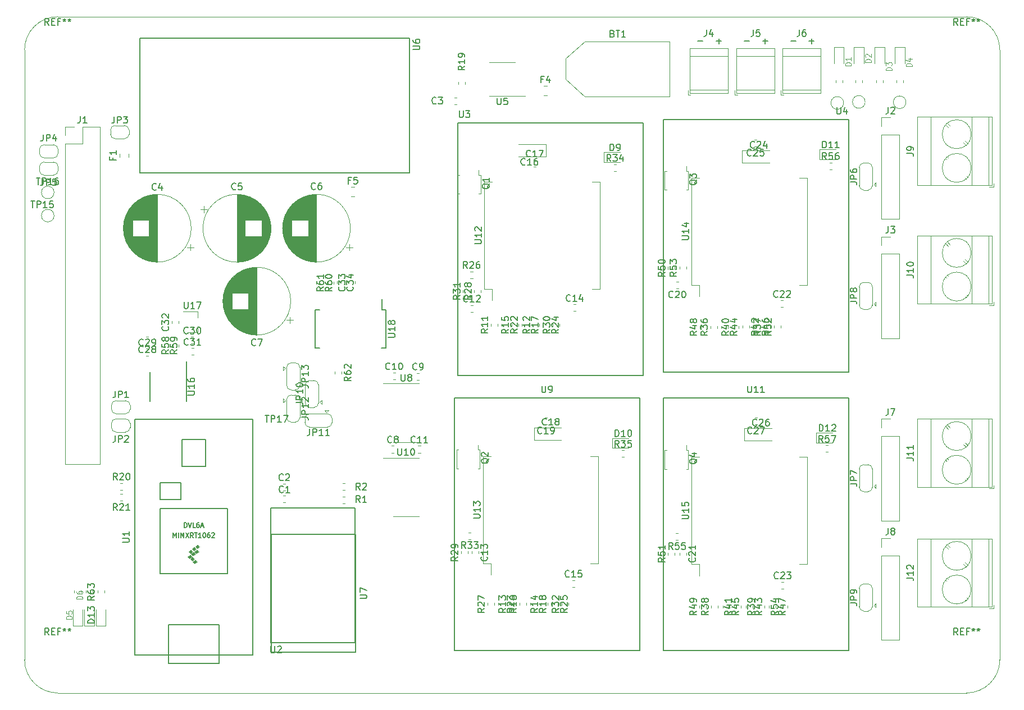
<source format=gbr>
G04 #@! TF.GenerationSoftware,KiCad,Pcbnew,5.1.5*
G04 #@! TF.CreationDate,2020-05-16T06:07:10-05:00*
G04 #@! TF.ProjectId,TurtlebotController,54757274-6c65-4626-9f74-436f6e74726f,rev?*
G04 #@! TF.SameCoordinates,Original*
G04 #@! TF.FileFunction,Legend,Top*
G04 #@! TF.FilePolarity,Positive*
%FSLAX46Y46*%
G04 Gerber Fmt 4.6, Leading zero omitted, Abs format (unit mm)*
G04 Created by KiCad (PCBNEW 5.1.5) date 2020-05-16 06:07:10*
%MOMM*%
%LPD*%
G04 APERTURE LIST*
%ADD10C,0.050000*%
%ADD11C,0.150000*%
%ADD12C,0.120000*%
%ADD13C,0.100000*%
G04 APERTURE END LIST*
D10*
X70000000Y-133500000D02*
X70000000Y-41500000D01*
X212000000Y-138500000D02*
X75000000Y-138500000D01*
X217000000Y-41500000D02*
X217000000Y-133500000D01*
X75000000Y-36500000D02*
X212000000Y-36500000D01*
X217000000Y-133500000D02*
G75*
G02X212000000Y-138500000I-5000000J0D01*
G01*
X75000000Y-138500000D02*
G75*
G02X70000000Y-133500000I0J5000000D01*
G01*
X212000000Y-36500000D02*
G75*
G02X217000000Y-41500000I0J-5000000D01*
G01*
X70000000Y-41500000D02*
G75*
G02X75000000Y-36500000I5000000J0D01*
G01*
D11*
X185488095Y-40178571D02*
X186250000Y-40178571D01*
X188250000Y-40178571D02*
X189011904Y-40178571D01*
X188630952Y-39797619D02*
X188630952Y-40559523D01*
X178488095Y-40178571D02*
X179250000Y-40178571D01*
X181250000Y-40178571D02*
X182011904Y-40178571D01*
X181630952Y-39797619D02*
X181630952Y-40559523D01*
X171488095Y-40178571D02*
X172250000Y-40178571D01*
X174250000Y-40178571D02*
X175011904Y-40178571D01*
X174630952Y-39797619D02*
X174630952Y-40559523D01*
D12*
X149110000Y-82828733D02*
X149110000Y-83171267D01*
X148090000Y-82828733D02*
X148090000Y-83171267D01*
X135390000Y-46696267D02*
X135390000Y-46353733D01*
X136410000Y-46696267D02*
X136410000Y-46353733D01*
X84428733Y-109510000D02*
X84771267Y-109510000D01*
X84428733Y-108490000D02*
X84771267Y-108490000D01*
X84771267Y-107885000D02*
X84428733Y-107885000D01*
X84771267Y-106865000D02*
X84428733Y-106865000D01*
X202850000Y-49400000D02*
G75*
G03X202850000Y-49400000I-950000J0D01*
G01*
X196700000Y-49350000D02*
G75*
G03X196700000Y-49350000I-950000J0D01*
G01*
X193450000Y-49500000D02*
G75*
G03X193450000Y-49500000I-950000J0D01*
G01*
X85200000Y-94400000D02*
G75*
G02X85900000Y-95100000I0J-700000D01*
G01*
X85900000Y-95700000D02*
G75*
G02X85200000Y-96400000I-700000J0D01*
G01*
X83800000Y-96400000D02*
G75*
G02X83100000Y-95700000I0J700000D01*
G01*
X83100000Y-95100000D02*
G75*
G02X83800000Y-94400000I700000J0D01*
G01*
X83100000Y-95700000D02*
X83100000Y-95100000D01*
X85200000Y-96400000D02*
X83800000Y-96400000D01*
X85900000Y-95100000D02*
X85900000Y-95700000D01*
X83800000Y-94400000D02*
X85200000Y-94400000D01*
X85200000Y-97150000D02*
G75*
G02X85900000Y-97850000I0J-700000D01*
G01*
X85900000Y-98450000D02*
G75*
G02X85200000Y-99150000I-700000J0D01*
G01*
X83800000Y-99150000D02*
G75*
G02X83100000Y-98450000I0J700000D01*
G01*
X83100000Y-97850000D02*
G75*
G02X83800000Y-97150000I700000J0D01*
G01*
X83100000Y-98450000D02*
X83100000Y-97850000D01*
X85200000Y-99150000D02*
X83800000Y-99150000D01*
X85900000Y-97850000D02*
X85900000Y-98450000D01*
X83800000Y-97150000D02*
X85200000Y-97150000D01*
X83650000Y-52900000D02*
X85050000Y-52900000D01*
X85750000Y-53600000D02*
X85750000Y-54200000D01*
X85050000Y-54900000D02*
X83650000Y-54900000D01*
X82950000Y-54200000D02*
X82950000Y-53600000D01*
X82950000Y-53600000D02*
G75*
G02X83650000Y-52900000I700000J0D01*
G01*
X83650000Y-54900000D02*
G75*
G02X82950000Y-54200000I0J700000D01*
G01*
X85750000Y-54200000D02*
G75*
G02X85050000Y-54900000I-700000J0D01*
G01*
X85050000Y-52900000D02*
G75*
G02X85750000Y-53600000I0J-700000D01*
G01*
X72950000Y-57800000D02*
G75*
G02X72250000Y-57100000I0J700000D01*
G01*
X72250000Y-56500000D02*
G75*
G02X72950000Y-55800000I700000J0D01*
G01*
X74350000Y-55800000D02*
G75*
G02X75050000Y-56500000I0J-700000D01*
G01*
X75050000Y-57100000D02*
G75*
G02X74350000Y-57800000I-700000J0D01*
G01*
X75050000Y-56500000D02*
X75050000Y-57100000D01*
X72950000Y-55800000D02*
X74350000Y-55800000D01*
X72250000Y-57100000D02*
X72250000Y-56500000D01*
X74350000Y-57800000D02*
X72950000Y-57800000D01*
X177290000Y-47500000D02*
X183070000Y-47500000D01*
X177290000Y-42400000D02*
X183070000Y-42400000D01*
X177290000Y-41280000D02*
X183070000Y-41280000D01*
X177290000Y-48020000D02*
X183070000Y-48020000D01*
X177290000Y-41280000D02*
X177290000Y-48020000D01*
X183070000Y-41280000D02*
X183070000Y-48020000D01*
X177050000Y-47620000D02*
X177050000Y-48260000D01*
X177050000Y-48260000D02*
X177450000Y-48260000D01*
X184230000Y-47500000D02*
X190010000Y-47500000D01*
X184230000Y-42400000D02*
X190010000Y-42400000D01*
X184230000Y-41280000D02*
X190010000Y-41280000D01*
X184230000Y-48020000D02*
X190010000Y-48020000D01*
X184230000Y-41280000D02*
X184230000Y-48020000D01*
X190010000Y-41280000D02*
X190010000Y-48020000D01*
X183990000Y-47620000D02*
X183990000Y-48260000D01*
X183990000Y-48260000D02*
X184390000Y-48260000D01*
X195240000Y-46078733D02*
X195240000Y-46421267D01*
X196260000Y-46078733D02*
X196260000Y-46421267D01*
X198390000Y-46103733D02*
X198390000Y-46446267D01*
X199410000Y-46103733D02*
X199410000Y-46446267D01*
X201390000Y-46078733D02*
X201390000Y-46421267D01*
X202410000Y-46078733D02*
X202410000Y-46421267D01*
X76130000Y-103990000D02*
X81330000Y-103990000D01*
X76130000Y-55670000D02*
X76130000Y-103990000D01*
X81330000Y-53070000D02*
X81330000Y-103990000D01*
X76130000Y-55670000D02*
X78730000Y-55670000D01*
X78730000Y-55670000D02*
X78730000Y-53070000D01*
X78730000Y-53070000D02*
X81330000Y-53070000D01*
X76130000Y-54400000D02*
X76130000Y-53070000D01*
X76130000Y-53070000D02*
X77460000Y-53070000D01*
X74450000Y-66500000D02*
G75*
G03X74450000Y-66500000I-950000J0D01*
G01*
X74450000Y-63000000D02*
G75*
G03X74450000Y-63000000I-950000J0D01*
G01*
D11*
X99310000Y-132780000D02*
X99310000Y-134050000D01*
X99310000Y-134050000D02*
X91690000Y-134050000D01*
X91690000Y-134050000D02*
X91690000Y-132780000D01*
X99310000Y-128208000D02*
X91690000Y-128208000D01*
X91690000Y-128208000D02*
X91690000Y-132780000D01*
X99310000Y-128208000D02*
X99310000Y-132780000D01*
X93722000Y-100268000D02*
X97278000Y-100268000D01*
X97278000Y-100268000D02*
X97278000Y-104332000D01*
X97278000Y-104332000D02*
X93722000Y-104332000D01*
X93722000Y-104332000D02*
X93722000Y-100268000D01*
X100580000Y-110682000D02*
X90420000Y-110682000D01*
X90420000Y-120461000D02*
X100580000Y-120461000D01*
X90420000Y-110682000D02*
X90420000Y-120461000D01*
X100580000Y-110682000D02*
X100580000Y-120461000D01*
X86610000Y-132780000D02*
X86610000Y-97220000D01*
X86610000Y-97220000D02*
X104390000Y-97220000D01*
X104390000Y-97220000D02*
X104390000Y-132780000D01*
X104390000Y-132780000D02*
X86610000Y-132780000D01*
X90420000Y-109285000D02*
X90420000Y-106745000D01*
X90420000Y-106745000D02*
X93595000Y-106745000D01*
X93595000Y-106745000D02*
X93595000Y-109285000D01*
X93595000Y-109285000D02*
X90420000Y-109285000D01*
D13*
G36*
X94865000Y-118175000D02*
G01*
X94611000Y-117921000D01*
X94992000Y-117667000D01*
X95246000Y-117921000D01*
X94865000Y-118175000D01*
G37*
X94865000Y-118175000D02*
X94611000Y-117921000D01*
X94992000Y-117667000D01*
X95246000Y-117921000D01*
X94865000Y-118175000D01*
G36*
X95373000Y-117794000D02*
G01*
X95119000Y-117540000D01*
X95500000Y-117286000D01*
X95754000Y-117540000D01*
X95373000Y-117794000D01*
G37*
X95373000Y-117794000D02*
X95119000Y-117540000D01*
X95500000Y-117286000D01*
X95754000Y-117540000D01*
X95373000Y-117794000D01*
G36*
X95881000Y-117413000D02*
G01*
X95627000Y-117159000D01*
X96008000Y-116905000D01*
X96262000Y-117159000D01*
X95881000Y-117413000D01*
G37*
X95881000Y-117413000D02*
X95627000Y-117159000D01*
X96008000Y-116905000D01*
X96262000Y-117159000D01*
X95881000Y-117413000D01*
G36*
X94992000Y-117413000D02*
G01*
X94738000Y-117159000D01*
X95119000Y-116905000D01*
X95373000Y-117159000D01*
X94992000Y-117413000D01*
G37*
X94992000Y-117413000D02*
X94738000Y-117159000D01*
X95119000Y-116905000D01*
X95373000Y-117159000D01*
X94992000Y-117413000D01*
G36*
X95500000Y-117032000D02*
G01*
X95246000Y-116778000D01*
X95627000Y-116524000D01*
X95881000Y-116778000D01*
X95500000Y-117032000D01*
G37*
X95500000Y-117032000D02*
X95246000Y-116778000D01*
X95627000Y-116524000D01*
X95881000Y-116778000D01*
X95500000Y-117032000D01*
G36*
X96008000Y-116651000D02*
G01*
X95754000Y-116397000D01*
X96135000Y-116143000D01*
X96389000Y-116397000D01*
X96008000Y-116651000D01*
G37*
X96008000Y-116651000D02*
X95754000Y-116397000D01*
X96135000Y-116143000D01*
X96389000Y-116397000D01*
X96008000Y-116651000D01*
G36*
X95246000Y-118556000D02*
G01*
X94992000Y-118302000D01*
X95373000Y-118048000D01*
X95627000Y-118302000D01*
X95246000Y-118556000D01*
G37*
X95246000Y-118556000D02*
X94992000Y-118302000D01*
X95373000Y-118048000D01*
X95627000Y-118302000D01*
X95246000Y-118556000D01*
G36*
X95627000Y-118937000D02*
G01*
X95373000Y-118683000D01*
X95754000Y-118429000D01*
X96008000Y-118683000D01*
X95627000Y-118937000D01*
G37*
X95627000Y-118937000D02*
X95373000Y-118683000D01*
X95754000Y-118429000D01*
X96008000Y-118683000D01*
X95627000Y-118937000D01*
D11*
X113420000Y-110630000D02*
X107070000Y-110630000D01*
X107070000Y-110630000D02*
X107070000Y-130950000D01*
X107070000Y-130950000D02*
X113420000Y-130950000D01*
X113420000Y-130950000D02*
X119770000Y-130950000D01*
X119770000Y-130950000D02*
X119770000Y-110630000D01*
X119770000Y-110630000D02*
X113420000Y-110630000D01*
X163200000Y-52500000D02*
X135260000Y-52500000D01*
X135260000Y-52500000D02*
X135260000Y-90600000D01*
X135260000Y-90600000D02*
X160660000Y-90600000D01*
X160660000Y-90600000D02*
X163200000Y-90600000D01*
X163200000Y-90600000D02*
X163200000Y-52500000D01*
X194200000Y-90100000D02*
X194200000Y-52000000D01*
X191660000Y-90100000D02*
X194200000Y-90100000D01*
X166260000Y-90100000D02*
X191660000Y-90100000D01*
X166260000Y-52000000D02*
X166260000Y-90100000D01*
X194200000Y-52000000D02*
X166260000Y-52000000D01*
D12*
X142000000Y-43340000D02*
X140050000Y-43340000D01*
X142000000Y-43340000D02*
X143950000Y-43340000D01*
X142000000Y-48460000D02*
X140050000Y-48460000D01*
X142000000Y-48460000D02*
X145450000Y-48460000D01*
D11*
X128000000Y-49900000D02*
X128000000Y-39740000D01*
X128000000Y-39740000D02*
X87360000Y-39740000D01*
X87360000Y-39740000D02*
X87360000Y-49900000D01*
X87360000Y-49900000D02*
X87360000Y-60060000D01*
X87360000Y-60060000D02*
X128000000Y-60060000D01*
X128000000Y-60060000D02*
X128000000Y-49900000D01*
D12*
X119120000Y-68400000D02*
G75*
G03X119120000Y-68400000I-5120000J0D01*
G01*
X114000000Y-73480000D02*
X114000000Y-63320000D01*
X113960000Y-73480000D02*
X113960000Y-63320000D01*
X113920000Y-73480000D02*
X113920000Y-63320000D01*
X113880000Y-73479000D02*
X113880000Y-63321000D01*
X113840000Y-73478000D02*
X113840000Y-63322000D01*
X113800000Y-73477000D02*
X113800000Y-63323000D01*
X113760000Y-73475000D02*
X113760000Y-63325000D01*
X113720000Y-73473000D02*
X113720000Y-63327000D01*
X113680000Y-73470000D02*
X113680000Y-63330000D01*
X113640000Y-73468000D02*
X113640000Y-63332000D01*
X113600000Y-73465000D02*
X113600000Y-63335000D01*
X113560000Y-73462000D02*
X113560000Y-63338000D01*
X113520000Y-73458000D02*
X113520000Y-63342000D01*
X113480000Y-73454000D02*
X113480000Y-63346000D01*
X113440000Y-73450000D02*
X113440000Y-63350000D01*
X113400000Y-73445000D02*
X113400000Y-63355000D01*
X113360000Y-73440000D02*
X113360000Y-63360000D01*
X113320000Y-73435000D02*
X113320000Y-63365000D01*
X113279000Y-73430000D02*
X113279000Y-63370000D01*
X113239000Y-73424000D02*
X113239000Y-63376000D01*
X113199000Y-73418000D02*
X113199000Y-63382000D01*
X113159000Y-73411000D02*
X113159000Y-63389000D01*
X113119000Y-73404000D02*
X113119000Y-63396000D01*
X113079000Y-73397000D02*
X113079000Y-63403000D01*
X113039000Y-73390000D02*
X113039000Y-63410000D01*
X112999000Y-73382000D02*
X112999000Y-63418000D01*
X112959000Y-73374000D02*
X112959000Y-63426000D01*
X112919000Y-73365000D02*
X112919000Y-63435000D01*
X112879000Y-73356000D02*
X112879000Y-63444000D01*
X112839000Y-73347000D02*
X112839000Y-63453000D01*
X112799000Y-73338000D02*
X112799000Y-63462000D01*
X112759000Y-73328000D02*
X112759000Y-63472000D01*
X112719000Y-73318000D02*
X112719000Y-69641000D01*
X112719000Y-67159000D02*
X112719000Y-63482000D01*
X112679000Y-73307000D02*
X112679000Y-69641000D01*
X112679000Y-67159000D02*
X112679000Y-63493000D01*
X112639000Y-73297000D02*
X112639000Y-69641000D01*
X112639000Y-67159000D02*
X112639000Y-63503000D01*
X112599000Y-73285000D02*
X112599000Y-69641000D01*
X112599000Y-67159000D02*
X112599000Y-63515000D01*
X112559000Y-73274000D02*
X112559000Y-69641000D01*
X112559000Y-67159000D02*
X112559000Y-63526000D01*
X112519000Y-73262000D02*
X112519000Y-69641000D01*
X112519000Y-67159000D02*
X112519000Y-63538000D01*
X112479000Y-73250000D02*
X112479000Y-69641000D01*
X112479000Y-67159000D02*
X112479000Y-63550000D01*
X112439000Y-73237000D02*
X112439000Y-69641000D01*
X112439000Y-67159000D02*
X112439000Y-63563000D01*
X112399000Y-73224000D02*
X112399000Y-69641000D01*
X112399000Y-67159000D02*
X112399000Y-63576000D01*
X112359000Y-73211000D02*
X112359000Y-69641000D01*
X112359000Y-67159000D02*
X112359000Y-63589000D01*
X112319000Y-73197000D02*
X112319000Y-69641000D01*
X112319000Y-67159000D02*
X112319000Y-63603000D01*
X112279000Y-73183000D02*
X112279000Y-69641000D01*
X112279000Y-67159000D02*
X112279000Y-63617000D01*
X112239000Y-73168000D02*
X112239000Y-69641000D01*
X112239000Y-67159000D02*
X112239000Y-63632000D01*
X112199000Y-73154000D02*
X112199000Y-69641000D01*
X112199000Y-67159000D02*
X112199000Y-63646000D01*
X112159000Y-73138000D02*
X112159000Y-69641000D01*
X112159000Y-67159000D02*
X112159000Y-63662000D01*
X112119000Y-73123000D02*
X112119000Y-69641000D01*
X112119000Y-67159000D02*
X112119000Y-63677000D01*
X112079000Y-73107000D02*
X112079000Y-69641000D01*
X112079000Y-67159000D02*
X112079000Y-63693000D01*
X112039000Y-73090000D02*
X112039000Y-69641000D01*
X112039000Y-67159000D02*
X112039000Y-63710000D01*
X111999000Y-73074000D02*
X111999000Y-69641000D01*
X111999000Y-67159000D02*
X111999000Y-63726000D01*
X111959000Y-73057000D02*
X111959000Y-69641000D01*
X111959000Y-67159000D02*
X111959000Y-63743000D01*
X111919000Y-73039000D02*
X111919000Y-69641000D01*
X111919000Y-67159000D02*
X111919000Y-63761000D01*
X111879000Y-73021000D02*
X111879000Y-69641000D01*
X111879000Y-67159000D02*
X111879000Y-63779000D01*
X111839000Y-73003000D02*
X111839000Y-69641000D01*
X111839000Y-67159000D02*
X111839000Y-63797000D01*
X111799000Y-72984000D02*
X111799000Y-69641000D01*
X111799000Y-67159000D02*
X111799000Y-63816000D01*
X111759000Y-72964000D02*
X111759000Y-69641000D01*
X111759000Y-67159000D02*
X111759000Y-63836000D01*
X111719000Y-72945000D02*
X111719000Y-69641000D01*
X111719000Y-67159000D02*
X111719000Y-63855000D01*
X111679000Y-72925000D02*
X111679000Y-69641000D01*
X111679000Y-67159000D02*
X111679000Y-63875000D01*
X111639000Y-72904000D02*
X111639000Y-69641000D01*
X111639000Y-67159000D02*
X111639000Y-63896000D01*
X111599000Y-72883000D02*
X111599000Y-69641000D01*
X111599000Y-67159000D02*
X111599000Y-63917000D01*
X111559000Y-72862000D02*
X111559000Y-69641000D01*
X111559000Y-67159000D02*
X111559000Y-63938000D01*
X111519000Y-72840000D02*
X111519000Y-69641000D01*
X111519000Y-67159000D02*
X111519000Y-63960000D01*
X111479000Y-72817000D02*
X111479000Y-69641000D01*
X111479000Y-67159000D02*
X111479000Y-63983000D01*
X111439000Y-72795000D02*
X111439000Y-69641000D01*
X111439000Y-67159000D02*
X111439000Y-64005000D01*
X111399000Y-72771000D02*
X111399000Y-69641000D01*
X111399000Y-67159000D02*
X111399000Y-64029000D01*
X111359000Y-72747000D02*
X111359000Y-69641000D01*
X111359000Y-67159000D02*
X111359000Y-64053000D01*
X111319000Y-72723000D02*
X111319000Y-69641000D01*
X111319000Y-67159000D02*
X111319000Y-64077000D01*
X111279000Y-72698000D02*
X111279000Y-69641000D01*
X111279000Y-67159000D02*
X111279000Y-64102000D01*
X111239000Y-72673000D02*
X111239000Y-69641000D01*
X111239000Y-67159000D02*
X111239000Y-64127000D01*
X111199000Y-72647000D02*
X111199000Y-69641000D01*
X111199000Y-67159000D02*
X111199000Y-64153000D01*
X111159000Y-72621000D02*
X111159000Y-69641000D01*
X111159000Y-67159000D02*
X111159000Y-64179000D01*
X111119000Y-72594000D02*
X111119000Y-69641000D01*
X111119000Y-67159000D02*
X111119000Y-64206000D01*
X111079000Y-72566000D02*
X111079000Y-69641000D01*
X111079000Y-67159000D02*
X111079000Y-64234000D01*
X111039000Y-72538000D02*
X111039000Y-69641000D01*
X111039000Y-67159000D02*
X111039000Y-64262000D01*
X110999000Y-72510000D02*
X110999000Y-69641000D01*
X110999000Y-67159000D02*
X110999000Y-64290000D01*
X110959000Y-72480000D02*
X110959000Y-69641000D01*
X110959000Y-67159000D02*
X110959000Y-64320000D01*
X110919000Y-72450000D02*
X110919000Y-69641000D01*
X110919000Y-67159000D02*
X110919000Y-64350000D01*
X110879000Y-72420000D02*
X110879000Y-69641000D01*
X110879000Y-67159000D02*
X110879000Y-64380000D01*
X110839000Y-72389000D02*
X110839000Y-69641000D01*
X110839000Y-67159000D02*
X110839000Y-64411000D01*
X110799000Y-72357000D02*
X110799000Y-69641000D01*
X110799000Y-67159000D02*
X110799000Y-64443000D01*
X110759000Y-72325000D02*
X110759000Y-69641000D01*
X110759000Y-67159000D02*
X110759000Y-64475000D01*
X110719000Y-72292000D02*
X110719000Y-69641000D01*
X110719000Y-67159000D02*
X110719000Y-64508000D01*
X110679000Y-72258000D02*
X110679000Y-69641000D01*
X110679000Y-67159000D02*
X110679000Y-64542000D01*
X110639000Y-72224000D02*
X110639000Y-69641000D01*
X110639000Y-67159000D02*
X110639000Y-64576000D01*
X110599000Y-72189000D02*
X110599000Y-69641000D01*
X110599000Y-67159000D02*
X110599000Y-64611000D01*
X110559000Y-72153000D02*
X110559000Y-69641000D01*
X110559000Y-67159000D02*
X110559000Y-64647000D01*
X110519000Y-72116000D02*
X110519000Y-69641000D01*
X110519000Y-67159000D02*
X110519000Y-64684000D01*
X110479000Y-72079000D02*
X110479000Y-69641000D01*
X110479000Y-67159000D02*
X110479000Y-64721000D01*
X110439000Y-72040000D02*
X110439000Y-69641000D01*
X110439000Y-67159000D02*
X110439000Y-64760000D01*
X110399000Y-72001000D02*
X110399000Y-69641000D01*
X110399000Y-67159000D02*
X110399000Y-64799000D01*
X110359000Y-71961000D02*
X110359000Y-69641000D01*
X110359000Y-67159000D02*
X110359000Y-64839000D01*
X110319000Y-71920000D02*
X110319000Y-69641000D01*
X110319000Y-67159000D02*
X110319000Y-64880000D01*
X110279000Y-71878000D02*
X110279000Y-69641000D01*
X110279000Y-67159000D02*
X110279000Y-64922000D01*
X110239000Y-71836000D02*
X110239000Y-64964000D01*
X110199000Y-71792000D02*
X110199000Y-65008000D01*
X110159000Y-71747000D02*
X110159000Y-65053000D01*
X110119000Y-71701000D02*
X110119000Y-65099000D01*
X110079000Y-71654000D02*
X110079000Y-65146000D01*
X110039000Y-71606000D02*
X110039000Y-65194000D01*
X109999000Y-71556000D02*
X109999000Y-65244000D01*
X109959000Y-71506000D02*
X109959000Y-65294000D01*
X109919000Y-71454000D02*
X109919000Y-65346000D01*
X109879000Y-71400000D02*
X109879000Y-65400000D01*
X109839000Y-71345000D02*
X109839000Y-65455000D01*
X109799000Y-71289000D02*
X109799000Y-65511000D01*
X109759000Y-71230000D02*
X109759000Y-65570000D01*
X109719000Y-71170000D02*
X109719000Y-65630000D01*
X109679000Y-71109000D02*
X109679000Y-65691000D01*
X109639000Y-71045000D02*
X109639000Y-65755000D01*
X109599000Y-70979000D02*
X109599000Y-65821000D01*
X109559000Y-70910000D02*
X109559000Y-65890000D01*
X109519000Y-70839000D02*
X109519000Y-65961000D01*
X109479000Y-70765000D02*
X109479000Y-66035000D01*
X109439000Y-70689000D02*
X109439000Y-66111000D01*
X109399000Y-70609000D02*
X109399000Y-66191000D01*
X109359000Y-70525000D02*
X109359000Y-66275000D01*
X109319000Y-70437000D02*
X109319000Y-66363000D01*
X109279000Y-70344000D02*
X109279000Y-66456000D01*
X109239000Y-70246000D02*
X109239000Y-66554000D01*
X109199000Y-70142000D02*
X109199000Y-66658000D01*
X109159000Y-70030000D02*
X109159000Y-66770000D01*
X109119000Y-69910000D02*
X109119000Y-66890000D01*
X109079000Y-69778000D02*
X109079000Y-67022000D01*
X109039000Y-69630000D02*
X109039000Y-67170000D01*
X108999000Y-69462000D02*
X108999000Y-67338000D01*
X108959000Y-69262000D02*
X108959000Y-67538000D01*
X108919000Y-68999000D02*
X108919000Y-67801000D01*
X119479646Y-71275000D02*
X118479646Y-71275000D01*
X118979646Y-71775000D02*
X118979646Y-70775000D01*
X80485000Y-128410000D02*
X80485000Y-125950000D01*
X79015000Y-128410000D02*
X80485000Y-128410000D01*
X79015000Y-125950000D02*
X79015000Y-128410000D01*
X199170000Y-51670000D02*
X200500000Y-51670000D01*
X199170000Y-53000000D02*
X199170000Y-51670000D01*
X199170000Y-54270000D02*
X201830000Y-54270000D01*
X201830000Y-54270000D02*
X201830000Y-67030000D01*
X199170000Y-54270000D02*
X199170000Y-67030000D01*
X199170000Y-67030000D02*
X201830000Y-67030000D01*
X202660000Y-43525000D02*
X202660000Y-41065000D01*
X202660000Y-41065000D02*
X201190000Y-41065000D01*
X201190000Y-41065000D02*
X201190000Y-43525000D01*
X119213748Y-63610000D02*
X119736252Y-63610000D01*
X119213748Y-62190000D02*
X119736252Y-62190000D01*
X134828733Y-48690000D02*
X135171267Y-48690000D01*
X134828733Y-49710000D02*
X135171267Y-49710000D01*
X109979646Y-82775000D02*
X109979646Y-81775000D01*
X110479646Y-82275000D02*
X109479646Y-82275000D01*
X99919000Y-79999000D02*
X99919000Y-78801000D01*
X99959000Y-80262000D02*
X99959000Y-78538000D01*
X99999000Y-80462000D02*
X99999000Y-78338000D01*
X100039000Y-80630000D02*
X100039000Y-78170000D01*
X100079000Y-80778000D02*
X100079000Y-78022000D01*
X100119000Y-80910000D02*
X100119000Y-77890000D01*
X100159000Y-81030000D02*
X100159000Y-77770000D01*
X100199000Y-81142000D02*
X100199000Y-77658000D01*
X100239000Y-81246000D02*
X100239000Y-77554000D01*
X100279000Y-81344000D02*
X100279000Y-77456000D01*
X100319000Y-81437000D02*
X100319000Y-77363000D01*
X100359000Y-81525000D02*
X100359000Y-77275000D01*
X100399000Y-81609000D02*
X100399000Y-77191000D01*
X100439000Y-81689000D02*
X100439000Y-77111000D01*
X100479000Y-81765000D02*
X100479000Y-77035000D01*
X100519000Y-81839000D02*
X100519000Y-76961000D01*
X100559000Y-81910000D02*
X100559000Y-76890000D01*
X100599000Y-81979000D02*
X100599000Y-76821000D01*
X100639000Y-82045000D02*
X100639000Y-76755000D01*
X100679000Y-82109000D02*
X100679000Y-76691000D01*
X100719000Y-82170000D02*
X100719000Y-76630000D01*
X100759000Y-82230000D02*
X100759000Y-76570000D01*
X100799000Y-82289000D02*
X100799000Y-76511000D01*
X100839000Y-82345000D02*
X100839000Y-76455000D01*
X100879000Y-82400000D02*
X100879000Y-76400000D01*
X100919000Y-82454000D02*
X100919000Y-76346000D01*
X100959000Y-82506000D02*
X100959000Y-76294000D01*
X100999000Y-82556000D02*
X100999000Y-76244000D01*
X101039000Y-82606000D02*
X101039000Y-76194000D01*
X101079000Y-82654000D02*
X101079000Y-76146000D01*
X101119000Y-82701000D02*
X101119000Y-76099000D01*
X101159000Y-82747000D02*
X101159000Y-76053000D01*
X101199000Y-82792000D02*
X101199000Y-76008000D01*
X101239000Y-82836000D02*
X101239000Y-75964000D01*
X101279000Y-78159000D02*
X101279000Y-75922000D01*
X101279000Y-82878000D02*
X101279000Y-80641000D01*
X101319000Y-78159000D02*
X101319000Y-75880000D01*
X101319000Y-82920000D02*
X101319000Y-80641000D01*
X101359000Y-78159000D02*
X101359000Y-75839000D01*
X101359000Y-82961000D02*
X101359000Y-80641000D01*
X101399000Y-78159000D02*
X101399000Y-75799000D01*
X101399000Y-83001000D02*
X101399000Y-80641000D01*
X101439000Y-78159000D02*
X101439000Y-75760000D01*
X101439000Y-83040000D02*
X101439000Y-80641000D01*
X101479000Y-78159000D02*
X101479000Y-75721000D01*
X101479000Y-83079000D02*
X101479000Y-80641000D01*
X101519000Y-78159000D02*
X101519000Y-75684000D01*
X101519000Y-83116000D02*
X101519000Y-80641000D01*
X101559000Y-78159000D02*
X101559000Y-75647000D01*
X101559000Y-83153000D02*
X101559000Y-80641000D01*
X101599000Y-78159000D02*
X101599000Y-75611000D01*
X101599000Y-83189000D02*
X101599000Y-80641000D01*
X101639000Y-78159000D02*
X101639000Y-75576000D01*
X101639000Y-83224000D02*
X101639000Y-80641000D01*
X101679000Y-78159000D02*
X101679000Y-75542000D01*
X101679000Y-83258000D02*
X101679000Y-80641000D01*
X101719000Y-78159000D02*
X101719000Y-75508000D01*
X101719000Y-83292000D02*
X101719000Y-80641000D01*
X101759000Y-78159000D02*
X101759000Y-75475000D01*
X101759000Y-83325000D02*
X101759000Y-80641000D01*
X101799000Y-78159000D02*
X101799000Y-75443000D01*
X101799000Y-83357000D02*
X101799000Y-80641000D01*
X101839000Y-78159000D02*
X101839000Y-75411000D01*
X101839000Y-83389000D02*
X101839000Y-80641000D01*
X101879000Y-78159000D02*
X101879000Y-75380000D01*
X101879000Y-83420000D02*
X101879000Y-80641000D01*
X101919000Y-78159000D02*
X101919000Y-75350000D01*
X101919000Y-83450000D02*
X101919000Y-80641000D01*
X101959000Y-78159000D02*
X101959000Y-75320000D01*
X101959000Y-83480000D02*
X101959000Y-80641000D01*
X101999000Y-78159000D02*
X101999000Y-75290000D01*
X101999000Y-83510000D02*
X101999000Y-80641000D01*
X102039000Y-78159000D02*
X102039000Y-75262000D01*
X102039000Y-83538000D02*
X102039000Y-80641000D01*
X102079000Y-78159000D02*
X102079000Y-75234000D01*
X102079000Y-83566000D02*
X102079000Y-80641000D01*
X102119000Y-78159000D02*
X102119000Y-75206000D01*
X102119000Y-83594000D02*
X102119000Y-80641000D01*
X102159000Y-78159000D02*
X102159000Y-75179000D01*
X102159000Y-83621000D02*
X102159000Y-80641000D01*
X102199000Y-78159000D02*
X102199000Y-75153000D01*
X102199000Y-83647000D02*
X102199000Y-80641000D01*
X102239000Y-78159000D02*
X102239000Y-75127000D01*
X102239000Y-83673000D02*
X102239000Y-80641000D01*
X102279000Y-78159000D02*
X102279000Y-75102000D01*
X102279000Y-83698000D02*
X102279000Y-80641000D01*
X102319000Y-78159000D02*
X102319000Y-75077000D01*
X102319000Y-83723000D02*
X102319000Y-80641000D01*
X102359000Y-78159000D02*
X102359000Y-75053000D01*
X102359000Y-83747000D02*
X102359000Y-80641000D01*
X102399000Y-78159000D02*
X102399000Y-75029000D01*
X102399000Y-83771000D02*
X102399000Y-80641000D01*
X102439000Y-78159000D02*
X102439000Y-75005000D01*
X102439000Y-83795000D02*
X102439000Y-80641000D01*
X102479000Y-78159000D02*
X102479000Y-74983000D01*
X102479000Y-83817000D02*
X102479000Y-80641000D01*
X102519000Y-78159000D02*
X102519000Y-74960000D01*
X102519000Y-83840000D02*
X102519000Y-80641000D01*
X102559000Y-78159000D02*
X102559000Y-74938000D01*
X102559000Y-83862000D02*
X102559000Y-80641000D01*
X102599000Y-78159000D02*
X102599000Y-74917000D01*
X102599000Y-83883000D02*
X102599000Y-80641000D01*
X102639000Y-78159000D02*
X102639000Y-74896000D01*
X102639000Y-83904000D02*
X102639000Y-80641000D01*
X102679000Y-78159000D02*
X102679000Y-74875000D01*
X102679000Y-83925000D02*
X102679000Y-80641000D01*
X102719000Y-78159000D02*
X102719000Y-74855000D01*
X102719000Y-83945000D02*
X102719000Y-80641000D01*
X102759000Y-78159000D02*
X102759000Y-74836000D01*
X102759000Y-83964000D02*
X102759000Y-80641000D01*
X102799000Y-78159000D02*
X102799000Y-74816000D01*
X102799000Y-83984000D02*
X102799000Y-80641000D01*
X102839000Y-78159000D02*
X102839000Y-74797000D01*
X102839000Y-84003000D02*
X102839000Y-80641000D01*
X102879000Y-78159000D02*
X102879000Y-74779000D01*
X102879000Y-84021000D02*
X102879000Y-80641000D01*
X102919000Y-78159000D02*
X102919000Y-74761000D01*
X102919000Y-84039000D02*
X102919000Y-80641000D01*
X102959000Y-78159000D02*
X102959000Y-74743000D01*
X102959000Y-84057000D02*
X102959000Y-80641000D01*
X102999000Y-78159000D02*
X102999000Y-74726000D01*
X102999000Y-84074000D02*
X102999000Y-80641000D01*
X103039000Y-78159000D02*
X103039000Y-74710000D01*
X103039000Y-84090000D02*
X103039000Y-80641000D01*
X103079000Y-78159000D02*
X103079000Y-74693000D01*
X103079000Y-84107000D02*
X103079000Y-80641000D01*
X103119000Y-78159000D02*
X103119000Y-74677000D01*
X103119000Y-84123000D02*
X103119000Y-80641000D01*
X103159000Y-78159000D02*
X103159000Y-74662000D01*
X103159000Y-84138000D02*
X103159000Y-80641000D01*
X103199000Y-78159000D02*
X103199000Y-74646000D01*
X103199000Y-84154000D02*
X103199000Y-80641000D01*
X103239000Y-78159000D02*
X103239000Y-74632000D01*
X103239000Y-84168000D02*
X103239000Y-80641000D01*
X103279000Y-78159000D02*
X103279000Y-74617000D01*
X103279000Y-84183000D02*
X103279000Y-80641000D01*
X103319000Y-78159000D02*
X103319000Y-74603000D01*
X103319000Y-84197000D02*
X103319000Y-80641000D01*
X103359000Y-78159000D02*
X103359000Y-74589000D01*
X103359000Y-84211000D02*
X103359000Y-80641000D01*
X103399000Y-78159000D02*
X103399000Y-74576000D01*
X103399000Y-84224000D02*
X103399000Y-80641000D01*
X103439000Y-78159000D02*
X103439000Y-74563000D01*
X103439000Y-84237000D02*
X103439000Y-80641000D01*
X103479000Y-78159000D02*
X103479000Y-74550000D01*
X103479000Y-84250000D02*
X103479000Y-80641000D01*
X103519000Y-78159000D02*
X103519000Y-74538000D01*
X103519000Y-84262000D02*
X103519000Y-80641000D01*
X103559000Y-78159000D02*
X103559000Y-74526000D01*
X103559000Y-84274000D02*
X103559000Y-80641000D01*
X103599000Y-78159000D02*
X103599000Y-74515000D01*
X103599000Y-84285000D02*
X103599000Y-80641000D01*
X103639000Y-78159000D02*
X103639000Y-74503000D01*
X103639000Y-84297000D02*
X103639000Y-80641000D01*
X103679000Y-78159000D02*
X103679000Y-74493000D01*
X103679000Y-84307000D02*
X103679000Y-80641000D01*
X103719000Y-78159000D02*
X103719000Y-74482000D01*
X103719000Y-84318000D02*
X103719000Y-80641000D01*
X103759000Y-84328000D02*
X103759000Y-74472000D01*
X103799000Y-84338000D02*
X103799000Y-74462000D01*
X103839000Y-84347000D02*
X103839000Y-74453000D01*
X103879000Y-84356000D02*
X103879000Y-74444000D01*
X103919000Y-84365000D02*
X103919000Y-74435000D01*
X103959000Y-84374000D02*
X103959000Y-74426000D01*
X103999000Y-84382000D02*
X103999000Y-74418000D01*
X104039000Y-84390000D02*
X104039000Y-74410000D01*
X104079000Y-84397000D02*
X104079000Y-74403000D01*
X104119000Y-84404000D02*
X104119000Y-74396000D01*
X104159000Y-84411000D02*
X104159000Y-74389000D01*
X104199000Y-84418000D02*
X104199000Y-74382000D01*
X104239000Y-84424000D02*
X104239000Y-74376000D01*
X104279000Y-84430000D02*
X104279000Y-74370000D01*
X104320000Y-84435000D02*
X104320000Y-74365000D01*
X104360000Y-84440000D02*
X104360000Y-74360000D01*
X104400000Y-84445000D02*
X104400000Y-74355000D01*
X104440000Y-84450000D02*
X104440000Y-74350000D01*
X104480000Y-84454000D02*
X104480000Y-74346000D01*
X104520000Y-84458000D02*
X104520000Y-74342000D01*
X104560000Y-84462000D02*
X104560000Y-74338000D01*
X104600000Y-84465000D02*
X104600000Y-74335000D01*
X104640000Y-84468000D02*
X104640000Y-74332000D01*
X104680000Y-84470000D02*
X104680000Y-74330000D01*
X104720000Y-84473000D02*
X104720000Y-74327000D01*
X104760000Y-84475000D02*
X104760000Y-74325000D01*
X104800000Y-84477000D02*
X104800000Y-74323000D01*
X104840000Y-84478000D02*
X104840000Y-74322000D01*
X104880000Y-84479000D02*
X104880000Y-74321000D01*
X104920000Y-84480000D02*
X104920000Y-74320000D01*
X104960000Y-84480000D02*
X104960000Y-74320000D01*
X105000000Y-84480000D02*
X105000000Y-74320000D01*
X110120000Y-79400000D02*
G75*
G03X110120000Y-79400000I-5120000J0D01*
G01*
X95120000Y-68400000D02*
G75*
G03X95120000Y-68400000I-5120000J0D01*
G01*
X90000000Y-73480000D02*
X90000000Y-63320000D01*
X89960000Y-73480000D02*
X89960000Y-63320000D01*
X89920000Y-73480000D02*
X89920000Y-63320000D01*
X89880000Y-73479000D02*
X89880000Y-63321000D01*
X89840000Y-73478000D02*
X89840000Y-63322000D01*
X89800000Y-73477000D02*
X89800000Y-63323000D01*
X89760000Y-73475000D02*
X89760000Y-63325000D01*
X89720000Y-73473000D02*
X89720000Y-63327000D01*
X89680000Y-73470000D02*
X89680000Y-63330000D01*
X89640000Y-73468000D02*
X89640000Y-63332000D01*
X89600000Y-73465000D02*
X89600000Y-63335000D01*
X89560000Y-73462000D02*
X89560000Y-63338000D01*
X89520000Y-73458000D02*
X89520000Y-63342000D01*
X89480000Y-73454000D02*
X89480000Y-63346000D01*
X89440000Y-73450000D02*
X89440000Y-63350000D01*
X89400000Y-73445000D02*
X89400000Y-63355000D01*
X89360000Y-73440000D02*
X89360000Y-63360000D01*
X89320000Y-73435000D02*
X89320000Y-63365000D01*
X89279000Y-73430000D02*
X89279000Y-63370000D01*
X89239000Y-73424000D02*
X89239000Y-63376000D01*
X89199000Y-73418000D02*
X89199000Y-63382000D01*
X89159000Y-73411000D02*
X89159000Y-63389000D01*
X89119000Y-73404000D02*
X89119000Y-63396000D01*
X89079000Y-73397000D02*
X89079000Y-63403000D01*
X89039000Y-73390000D02*
X89039000Y-63410000D01*
X88999000Y-73382000D02*
X88999000Y-63418000D01*
X88959000Y-73374000D02*
X88959000Y-63426000D01*
X88919000Y-73365000D02*
X88919000Y-63435000D01*
X88879000Y-73356000D02*
X88879000Y-63444000D01*
X88839000Y-73347000D02*
X88839000Y-63453000D01*
X88799000Y-73338000D02*
X88799000Y-63462000D01*
X88759000Y-73328000D02*
X88759000Y-63472000D01*
X88719000Y-73318000D02*
X88719000Y-69641000D01*
X88719000Y-67159000D02*
X88719000Y-63482000D01*
X88679000Y-73307000D02*
X88679000Y-69641000D01*
X88679000Y-67159000D02*
X88679000Y-63493000D01*
X88639000Y-73297000D02*
X88639000Y-69641000D01*
X88639000Y-67159000D02*
X88639000Y-63503000D01*
X88599000Y-73285000D02*
X88599000Y-69641000D01*
X88599000Y-67159000D02*
X88599000Y-63515000D01*
X88559000Y-73274000D02*
X88559000Y-69641000D01*
X88559000Y-67159000D02*
X88559000Y-63526000D01*
X88519000Y-73262000D02*
X88519000Y-69641000D01*
X88519000Y-67159000D02*
X88519000Y-63538000D01*
X88479000Y-73250000D02*
X88479000Y-69641000D01*
X88479000Y-67159000D02*
X88479000Y-63550000D01*
X88439000Y-73237000D02*
X88439000Y-69641000D01*
X88439000Y-67159000D02*
X88439000Y-63563000D01*
X88399000Y-73224000D02*
X88399000Y-69641000D01*
X88399000Y-67159000D02*
X88399000Y-63576000D01*
X88359000Y-73211000D02*
X88359000Y-69641000D01*
X88359000Y-67159000D02*
X88359000Y-63589000D01*
X88319000Y-73197000D02*
X88319000Y-69641000D01*
X88319000Y-67159000D02*
X88319000Y-63603000D01*
X88279000Y-73183000D02*
X88279000Y-69641000D01*
X88279000Y-67159000D02*
X88279000Y-63617000D01*
X88239000Y-73168000D02*
X88239000Y-69641000D01*
X88239000Y-67159000D02*
X88239000Y-63632000D01*
X88199000Y-73154000D02*
X88199000Y-69641000D01*
X88199000Y-67159000D02*
X88199000Y-63646000D01*
X88159000Y-73138000D02*
X88159000Y-69641000D01*
X88159000Y-67159000D02*
X88159000Y-63662000D01*
X88119000Y-73123000D02*
X88119000Y-69641000D01*
X88119000Y-67159000D02*
X88119000Y-63677000D01*
X88079000Y-73107000D02*
X88079000Y-69641000D01*
X88079000Y-67159000D02*
X88079000Y-63693000D01*
X88039000Y-73090000D02*
X88039000Y-69641000D01*
X88039000Y-67159000D02*
X88039000Y-63710000D01*
X87999000Y-73074000D02*
X87999000Y-69641000D01*
X87999000Y-67159000D02*
X87999000Y-63726000D01*
X87959000Y-73057000D02*
X87959000Y-69641000D01*
X87959000Y-67159000D02*
X87959000Y-63743000D01*
X87919000Y-73039000D02*
X87919000Y-69641000D01*
X87919000Y-67159000D02*
X87919000Y-63761000D01*
X87879000Y-73021000D02*
X87879000Y-69641000D01*
X87879000Y-67159000D02*
X87879000Y-63779000D01*
X87839000Y-73003000D02*
X87839000Y-69641000D01*
X87839000Y-67159000D02*
X87839000Y-63797000D01*
X87799000Y-72984000D02*
X87799000Y-69641000D01*
X87799000Y-67159000D02*
X87799000Y-63816000D01*
X87759000Y-72964000D02*
X87759000Y-69641000D01*
X87759000Y-67159000D02*
X87759000Y-63836000D01*
X87719000Y-72945000D02*
X87719000Y-69641000D01*
X87719000Y-67159000D02*
X87719000Y-63855000D01*
X87679000Y-72925000D02*
X87679000Y-69641000D01*
X87679000Y-67159000D02*
X87679000Y-63875000D01*
X87639000Y-72904000D02*
X87639000Y-69641000D01*
X87639000Y-67159000D02*
X87639000Y-63896000D01*
X87599000Y-72883000D02*
X87599000Y-69641000D01*
X87599000Y-67159000D02*
X87599000Y-63917000D01*
X87559000Y-72862000D02*
X87559000Y-69641000D01*
X87559000Y-67159000D02*
X87559000Y-63938000D01*
X87519000Y-72840000D02*
X87519000Y-69641000D01*
X87519000Y-67159000D02*
X87519000Y-63960000D01*
X87479000Y-72817000D02*
X87479000Y-69641000D01*
X87479000Y-67159000D02*
X87479000Y-63983000D01*
X87439000Y-72795000D02*
X87439000Y-69641000D01*
X87439000Y-67159000D02*
X87439000Y-64005000D01*
X87399000Y-72771000D02*
X87399000Y-69641000D01*
X87399000Y-67159000D02*
X87399000Y-64029000D01*
X87359000Y-72747000D02*
X87359000Y-69641000D01*
X87359000Y-67159000D02*
X87359000Y-64053000D01*
X87319000Y-72723000D02*
X87319000Y-69641000D01*
X87319000Y-67159000D02*
X87319000Y-64077000D01*
X87279000Y-72698000D02*
X87279000Y-69641000D01*
X87279000Y-67159000D02*
X87279000Y-64102000D01*
X87239000Y-72673000D02*
X87239000Y-69641000D01*
X87239000Y-67159000D02*
X87239000Y-64127000D01*
X87199000Y-72647000D02*
X87199000Y-69641000D01*
X87199000Y-67159000D02*
X87199000Y-64153000D01*
X87159000Y-72621000D02*
X87159000Y-69641000D01*
X87159000Y-67159000D02*
X87159000Y-64179000D01*
X87119000Y-72594000D02*
X87119000Y-69641000D01*
X87119000Y-67159000D02*
X87119000Y-64206000D01*
X87079000Y-72566000D02*
X87079000Y-69641000D01*
X87079000Y-67159000D02*
X87079000Y-64234000D01*
X87039000Y-72538000D02*
X87039000Y-69641000D01*
X87039000Y-67159000D02*
X87039000Y-64262000D01*
X86999000Y-72510000D02*
X86999000Y-69641000D01*
X86999000Y-67159000D02*
X86999000Y-64290000D01*
X86959000Y-72480000D02*
X86959000Y-69641000D01*
X86959000Y-67159000D02*
X86959000Y-64320000D01*
X86919000Y-72450000D02*
X86919000Y-69641000D01*
X86919000Y-67159000D02*
X86919000Y-64350000D01*
X86879000Y-72420000D02*
X86879000Y-69641000D01*
X86879000Y-67159000D02*
X86879000Y-64380000D01*
X86839000Y-72389000D02*
X86839000Y-69641000D01*
X86839000Y-67159000D02*
X86839000Y-64411000D01*
X86799000Y-72357000D02*
X86799000Y-69641000D01*
X86799000Y-67159000D02*
X86799000Y-64443000D01*
X86759000Y-72325000D02*
X86759000Y-69641000D01*
X86759000Y-67159000D02*
X86759000Y-64475000D01*
X86719000Y-72292000D02*
X86719000Y-69641000D01*
X86719000Y-67159000D02*
X86719000Y-64508000D01*
X86679000Y-72258000D02*
X86679000Y-69641000D01*
X86679000Y-67159000D02*
X86679000Y-64542000D01*
X86639000Y-72224000D02*
X86639000Y-69641000D01*
X86639000Y-67159000D02*
X86639000Y-64576000D01*
X86599000Y-72189000D02*
X86599000Y-69641000D01*
X86599000Y-67159000D02*
X86599000Y-64611000D01*
X86559000Y-72153000D02*
X86559000Y-69641000D01*
X86559000Y-67159000D02*
X86559000Y-64647000D01*
X86519000Y-72116000D02*
X86519000Y-69641000D01*
X86519000Y-67159000D02*
X86519000Y-64684000D01*
X86479000Y-72079000D02*
X86479000Y-69641000D01*
X86479000Y-67159000D02*
X86479000Y-64721000D01*
X86439000Y-72040000D02*
X86439000Y-69641000D01*
X86439000Y-67159000D02*
X86439000Y-64760000D01*
X86399000Y-72001000D02*
X86399000Y-69641000D01*
X86399000Y-67159000D02*
X86399000Y-64799000D01*
X86359000Y-71961000D02*
X86359000Y-69641000D01*
X86359000Y-67159000D02*
X86359000Y-64839000D01*
X86319000Y-71920000D02*
X86319000Y-69641000D01*
X86319000Y-67159000D02*
X86319000Y-64880000D01*
X86279000Y-71878000D02*
X86279000Y-69641000D01*
X86279000Y-67159000D02*
X86279000Y-64922000D01*
X86239000Y-71836000D02*
X86239000Y-64964000D01*
X86199000Y-71792000D02*
X86199000Y-65008000D01*
X86159000Y-71747000D02*
X86159000Y-65053000D01*
X86119000Y-71701000D02*
X86119000Y-65099000D01*
X86079000Y-71654000D02*
X86079000Y-65146000D01*
X86039000Y-71606000D02*
X86039000Y-65194000D01*
X85999000Y-71556000D02*
X85999000Y-65244000D01*
X85959000Y-71506000D02*
X85959000Y-65294000D01*
X85919000Y-71454000D02*
X85919000Y-65346000D01*
X85879000Y-71400000D02*
X85879000Y-65400000D01*
X85839000Y-71345000D02*
X85839000Y-65455000D01*
X85799000Y-71289000D02*
X85799000Y-65511000D01*
X85759000Y-71230000D02*
X85759000Y-65570000D01*
X85719000Y-71170000D02*
X85719000Y-65630000D01*
X85679000Y-71109000D02*
X85679000Y-65691000D01*
X85639000Y-71045000D02*
X85639000Y-65755000D01*
X85599000Y-70979000D02*
X85599000Y-65821000D01*
X85559000Y-70910000D02*
X85559000Y-65890000D01*
X85519000Y-70839000D02*
X85519000Y-65961000D01*
X85479000Y-70765000D02*
X85479000Y-66035000D01*
X85439000Y-70689000D02*
X85439000Y-66111000D01*
X85399000Y-70609000D02*
X85399000Y-66191000D01*
X85359000Y-70525000D02*
X85359000Y-66275000D01*
X85319000Y-70437000D02*
X85319000Y-66363000D01*
X85279000Y-70344000D02*
X85279000Y-66456000D01*
X85239000Y-70246000D02*
X85239000Y-66554000D01*
X85199000Y-70142000D02*
X85199000Y-66658000D01*
X85159000Y-70030000D02*
X85159000Y-66770000D01*
X85119000Y-69910000D02*
X85119000Y-66890000D01*
X85079000Y-69778000D02*
X85079000Y-67022000D01*
X85039000Y-69630000D02*
X85039000Y-67170000D01*
X84999000Y-69462000D02*
X84999000Y-67338000D01*
X84959000Y-69262000D02*
X84959000Y-67538000D01*
X84919000Y-68999000D02*
X84919000Y-67801000D01*
X95479646Y-71275000D02*
X94479646Y-71275000D01*
X94979646Y-71775000D02*
X94979646Y-70775000D01*
X199635000Y-43550000D02*
X199635000Y-41090000D01*
X199635000Y-41090000D02*
X198165000Y-41090000D01*
X198165000Y-41090000D02*
X198165000Y-43550000D01*
X97020354Y-65025000D02*
X97020354Y-66025000D01*
X96520354Y-65525000D02*
X97520354Y-65525000D01*
X107081000Y-67801000D02*
X107081000Y-68999000D01*
X107041000Y-67538000D02*
X107041000Y-69262000D01*
X107001000Y-67338000D02*
X107001000Y-69462000D01*
X106961000Y-67170000D02*
X106961000Y-69630000D01*
X106921000Y-67022000D02*
X106921000Y-69778000D01*
X106881000Y-66890000D02*
X106881000Y-69910000D01*
X106841000Y-66770000D02*
X106841000Y-70030000D01*
X106801000Y-66658000D02*
X106801000Y-70142000D01*
X106761000Y-66554000D02*
X106761000Y-70246000D01*
X106721000Y-66456000D02*
X106721000Y-70344000D01*
X106681000Y-66363000D02*
X106681000Y-70437000D01*
X106641000Y-66275000D02*
X106641000Y-70525000D01*
X106601000Y-66191000D02*
X106601000Y-70609000D01*
X106561000Y-66111000D02*
X106561000Y-70689000D01*
X106521000Y-66035000D02*
X106521000Y-70765000D01*
X106481000Y-65961000D02*
X106481000Y-70839000D01*
X106441000Y-65890000D02*
X106441000Y-70910000D01*
X106401000Y-65821000D02*
X106401000Y-70979000D01*
X106361000Y-65755000D02*
X106361000Y-71045000D01*
X106321000Y-65691000D02*
X106321000Y-71109000D01*
X106281000Y-65630000D02*
X106281000Y-71170000D01*
X106241000Y-65570000D02*
X106241000Y-71230000D01*
X106201000Y-65511000D02*
X106201000Y-71289000D01*
X106161000Y-65455000D02*
X106161000Y-71345000D01*
X106121000Y-65400000D02*
X106121000Y-71400000D01*
X106081000Y-65346000D02*
X106081000Y-71454000D01*
X106041000Y-65294000D02*
X106041000Y-71506000D01*
X106001000Y-65244000D02*
X106001000Y-71556000D01*
X105961000Y-65194000D02*
X105961000Y-71606000D01*
X105921000Y-65146000D02*
X105921000Y-71654000D01*
X105881000Y-65099000D02*
X105881000Y-71701000D01*
X105841000Y-65053000D02*
X105841000Y-71747000D01*
X105801000Y-65008000D02*
X105801000Y-71792000D01*
X105761000Y-64964000D02*
X105761000Y-71836000D01*
X105721000Y-69641000D02*
X105721000Y-71878000D01*
X105721000Y-64922000D02*
X105721000Y-67159000D01*
X105681000Y-69641000D02*
X105681000Y-71920000D01*
X105681000Y-64880000D02*
X105681000Y-67159000D01*
X105641000Y-69641000D02*
X105641000Y-71961000D01*
X105641000Y-64839000D02*
X105641000Y-67159000D01*
X105601000Y-69641000D02*
X105601000Y-72001000D01*
X105601000Y-64799000D02*
X105601000Y-67159000D01*
X105561000Y-69641000D02*
X105561000Y-72040000D01*
X105561000Y-64760000D02*
X105561000Y-67159000D01*
X105521000Y-69641000D02*
X105521000Y-72079000D01*
X105521000Y-64721000D02*
X105521000Y-67159000D01*
X105481000Y-69641000D02*
X105481000Y-72116000D01*
X105481000Y-64684000D02*
X105481000Y-67159000D01*
X105441000Y-69641000D02*
X105441000Y-72153000D01*
X105441000Y-64647000D02*
X105441000Y-67159000D01*
X105401000Y-69641000D02*
X105401000Y-72189000D01*
X105401000Y-64611000D02*
X105401000Y-67159000D01*
X105361000Y-69641000D02*
X105361000Y-72224000D01*
X105361000Y-64576000D02*
X105361000Y-67159000D01*
X105321000Y-69641000D02*
X105321000Y-72258000D01*
X105321000Y-64542000D02*
X105321000Y-67159000D01*
X105281000Y-69641000D02*
X105281000Y-72292000D01*
X105281000Y-64508000D02*
X105281000Y-67159000D01*
X105241000Y-69641000D02*
X105241000Y-72325000D01*
X105241000Y-64475000D02*
X105241000Y-67159000D01*
X105201000Y-69641000D02*
X105201000Y-72357000D01*
X105201000Y-64443000D02*
X105201000Y-67159000D01*
X105161000Y-69641000D02*
X105161000Y-72389000D01*
X105161000Y-64411000D02*
X105161000Y-67159000D01*
X105121000Y-69641000D02*
X105121000Y-72420000D01*
X105121000Y-64380000D02*
X105121000Y-67159000D01*
X105081000Y-69641000D02*
X105081000Y-72450000D01*
X105081000Y-64350000D02*
X105081000Y-67159000D01*
X105041000Y-69641000D02*
X105041000Y-72480000D01*
X105041000Y-64320000D02*
X105041000Y-67159000D01*
X105001000Y-69641000D02*
X105001000Y-72510000D01*
X105001000Y-64290000D02*
X105001000Y-67159000D01*
X104961000Y-69641000D02*
X104961000Y-72538000D01*
X104961000Y-64262000D02*
X104961000Y-67159000D01*
X104921000Y-69641000D02*
X104921000Y-72566000D01*
X104921000Y-64234000D02*
X104921000Y-67159000D01*
X104881000Y-69641000D02*
X104881000Y-72594000D01*
X104881000Y-64206000D02*
X104881000Y-67159000D01*
X104841000Y-69641000D02*
X104841000Y-72621000D01*
X104841000Y-64179000D02*
X104841000Y-67159000D01*
X104801000Y-69641000D02*
X104801000Y-72647000D01*
X104801000Y-64153000D02*
X104801000Y-67159000D01*
X104761000Y-69641000D02*
X104761000Y-72673000D01*
X104761000Y-64127000D02*
X104761000Y-67159000D01*
X104721000Y-69641000D02*
X104721000Y-72698000D01*
X104721000Y-64102000D02*
X104721000Y-67159000D01*
X104681000Y-69641000D02*
X104681000Y-72723000D01*
X104681000Y-64077000D02*
X104681000Y-67159000D01*
X104641000Y-69641000D02*
X104641000Y-72747000D01*
X104641000Y-64053000D02*
X104641000Y-67159000D01*
X104601000Y-69641000D02*
X104601000Y-72771000D01*
X104601000Y-64029000D02*
X104601000Y-67159000D01*
X104561000Y-69641000D02*
X104561000Y-72795000D01*
X104561000Y-64005000D02*
X104561000Y-67159000D01*
X104521000Y-69641000D02*
X104521000Y-72817000D01*
X104521000Y-63983000D02*
X104521000Y-67159000D01*
X104481000Y-69641000D02*
X104481000Y-72840000D01*
X104481000Y-63960000D02*
X104481000Y-67159000D01*
X104441000Y-69641000D02*
X104441000Y-72862000D01*
X104441000Y-63938000D02*
X104441000Y-67159000D01*
X104401000Y-69641000D02*
X104401000Y-72883000D01*
X104401000Y-63917000D02*
X104401000Y-67159000D01*
X104361000Y-69641000D02*
X104361000Y-72904000D01*
X104361000Y-63896000D02*
X104361000Y-67159000D01*
X104321000Y-69641000D02*
X104321000Y-72925000D01*
X104321000Y-63875000D02*
X104321000Y-67159000D01*
X104281000Y-69641000D02*
X104281000Y-72945000D01*
X104281000Y-63855000D02*
X104281000Y-67159000D01*
X104241000Y-69641000D02*
X104241000Y-72964000D01*
X104241000Y-63836000D02*
X104241000Y-67159000D01*
X104201000Y-69641000D02*
X104201000Y-72984000D01*
X104201000Y-63816000D02*
X104201000Y-67159000D01*
X104161000Y-69641000D02*
X104161000Y-73003000D01*
X104161000Y-63797000D02*
X104161000Y-67159000D01*
X104121000Y-69641000D02*
X104121000Y-73021000D01*
X104121000Y-63779000D02*
X104121000Y-67159000D01*
X104081000Y-69641000D02*
X104081000Y-73039000D01*
X104081000Y-63761000D02*
X104081000Y-67159000D01*
X104041000Y-69641000D02*
X104041000Y-73057000D01*
X104041000Y-63743000D02*
X104041000Y-67159000D01*
X104001000Y-69641000D02*
X104001000Y-73074000D01*
X104001000Y-63726000D02*
X104001000Y-67159000D01*
X103961000Y-69641000D02*
X103961000Y-73090000D01*
X103961000Y-63710000D02*
X103961000Y-67159000D01*
X103921000Y-69641000D02*
X103921000Y-73107000D01*
X103921000Y-63693000D02*
X103921000Y-67159000D01*
X103881000Y-69641000D02*
X103881000Y-73123000D01*
X103881000Y-63677000D02*
X103881000Y-67159000D01*
X103841000Y-69641000D02*
X103841000Y-73138000D01*
X103841000Y-63662000D02*
X103841000Y-67159000D01*
X103801000Y-69641000D02*
X103801000Y-73154000D01*
X103801000Y-63646000D02*
X103801000Y-67159000D01*
X103761000Y-69641000D02*
X103761000Y-73168000D01*
X103761000Y-63632000D02*
X103761000Y-67159000D01*
X103721000Y-69641000D02*
X103721000Y-73183000D01*
X103721000Y-63617000D02*
X103721000Y-67159000D01*
X103681000Y-69641000D02*
X103681000Y-73197000D01*
X103681000Y-63603000D02*
X103681000Y-67159000D01*
X103641000Y-69641000D02*
X103641000Y-73211000D01*
X103641000Y-63589000D02*
X103641000Y-67159000D01*
X103601000Y-69641000D02*
X103601000Y-73224000D01*
X103601000Y-63576000D02*
X103601000Y-67159000D01*
X103561000Y-69641000D02*
X103561000Y-73237000D01*
X103561000Y-63563000D02*
X103561000Y-67159000D01*
X103521000Y-69641000D02*
X103521000Y-73250000D01*
X103521000Y-63550000D02*
X103521000Y-67159000D01*
X103481000Y-69641000D02*
X103481000Y-73262000D01*
X103481000Y-63538000D02*
X103481000Y-67159000D01*
X103441000Y-69641000D02*
X103441000Y-73274000D01*
X103441000Y-63526000D02*
X103441000Y-67159000D01*
X103401000Y-69641000D02*
X103401000Y-73285000D01*
X103401000Y-63515000D02*
X103401000Y-67159000D01*
X103361000Y-69641000D02*
X103361000Y-73297000D01*
X103361000Y-63503000D02*
X103361000Y-67159000D01*
X103321000Y-69641000D02*
X103321000Y-73307000D01*
X103321000Y-63493000D02*
X103321000Y-67159000D01*
X103281000Y-69641000D02*
X103281000Y-73318000D01*
X103281000Y-63482000D02*
X103281000Y-67159000D01*
X103241000Y-63472000D02*
X103241000Y-73328000D01*
X103201000Y-63462000D02*
X103201000Y-73338000D01*
X103161000Y-63453000D02*
X103161000Y-73347000D01*
X103121000Y-63444000D02*
X103121000Y-73356000D01*
X103081000Y-63435000D02*
X103081000Y-73365000D01*
X103041000Y-63426000D02*
X103041000Y-73374000D01*
X103001000Y-63418000D02*
X103001000Y-73382000D01*
X102961000Y-63410000D02*
X102961000Y-73390000D01*
X102921000Y-63403000D02*
X102921000Y-73397000D01*
X102881000Y-63396000D02*
X102881000Y-73404000D01*
X102841000Y-63389000D02*
X102841000Y-73411000D01*
X102801000Y-63382000D02*
X102801000Y-73418000D01*
X102761000Y-63376000D02*
X102761000Y-73424000D01*
X102721000Y-63370000D02*
X102721000Y-73430000D01*
X102680000Y-63365000D02*
X102680000Y-73435000D01*
X102640000Y-63360000D02*
X102640000Y-73440000D01*
X102600000Y-63355000D02*
X102600000Y-73445000D01*
X102560000Y-63350000D02*
X102560000Y-73450000D01*
X102520000Y-63346000D02*
X102520000Y-73454000D01*
X102480000Y-63342000D02*
X102480000Y-73458000D01*
X102440000Y-63338000D02*
X102440000Y-73462000D01*
X102400000Y-63335000D02*
X102400000Y-73465000D01*
X102360000Y-63332000D02*
X102360000Y-73468000D01*
X102320000Y-63330000D02*
X102320000Y-73470000D01*
X102280000Y-63327000D02*
X102280000Y-73473000D01*
X102240000Y-63325000D02*
X102240000Y-73475000D01*
X102200000Y-63323000D02*
X102200000Y-73477000D01*
X102160000Y-63322000D02*
X102160000Y-73478000D01*
X102120000Y-63321000D02*
X102120000Y-73479000D01*
X102080000Y-63320000D02*
X102080000Y-73480000D01*
X102040000Y-63320000D02*
X102040000Y-73480000D01*
X102000000Y-63320000D02*
X102000000Y-73480000D01*
X107120000Y-68400000D02*
G75*
G03X107120000Y-68400000I-5120000J0D01*
G01*
X148263748Y-48360000D02*
X148786252Y-48360000D01*
X148263748Y-46940000D02*
X148786252Y-46940000D01*
X108978733Y-106940000D02*
X109321267Y-106940000D01*
X108978733Y-107960000D02*
X109321267Y-107960000D01*
X109003733Y-109760000D02*
X109346267Y-109760000D01*
X109003733Y-108740000D02*
X109346267Y-108740000D01*
X84290000Y-57661252D02*
X84290000Y-57138748D01*
X85710000Y-57661252D02*
X85710000Y-57138748D01*
X169990000Y-48260000D02*
X170390000Y-48260000D01*
X169990000Y-47620000D02*
X169990000Y-48260000D01*
X176010000Y-41280000D02*
X176010000Y-48020000D01*
X170230000Y-41280000D02*
X170230000Y-48020000D01*
X170230000Y-48020000D02*
X176010000Y-48020000D01*
X170230000Y-41280000D02*
X176010000Y-41280000D01*
X170230000Y-42400000D02*
X176010000Y-42400000D01*
X170230000Y-47500000D02*
X176010000Y-47500000D01*
X167250000Y-40250000D02*
X154400000Y-40250000D01*
X151550000Y-42800000D02*
X151550000Y-45950000D01*
X154400000Y-48550000D02*
X167250000Y-48550000D01*
X167250000Y-48550000D02*
X167250000Y-40250000D01*
X154400000Y-40250000D02*
X151550000Y-42800000D01*
X151550000Y-45950000D02*
X154400000Y-48550000D01*
D11*
X107150000Y-114610000D02*
X119850000Y-114610000D01*
X119850000Y-114610000D02*
X119850000Y-132390000D01*
X119850000Y-132390000D02*
X107150000Y-132390000D01*
X107150000Y-132390000D02*
X107150000Y-114610000D01*
D12*
X199170000Y-85030000D02*
X201830000Y-85030000D01*
X199170000Y-72270000D02*
X199170000Y-85030000D01*
X201830000Y-72270000D02*
X201830000Y-85030000D01*
X199170000Y-72270000D02*
X201830000Y-72270000D01*
X199170000Y-71000000D02*
X199170000Y-69670000D01*
X199170000Y-69670000D02*
X200500000Y-69670000D01*
X78735000Y-128410000D02*
X78735000Y-125950000D01*
X77265000Y-128410000D02*
X78735000Y-128410000D01*
X77265000Y-125950000D02*
X77265000Y-128410000D01*
X74350000Y-60400000D02*
X72950000Y-60400000D01*
X72250000Y-59700000D02*
X72250000Y-59100000D01*
X72950000Y-58400000D02*
X74350000Y-58400000D01*
X75050000Y-59100000D02*
X75050000Y-59700000D01*
X75050000Y-59700000D02*
G75*
G02X74350000Y-60400000I-700000J0D01*
G01*
X74350000Y-58400000D02*
G75*
G02X75050000Y-59100000I0J-700000D01*
G01*
X72250000Y-59100000D02*
G75*
G02X72950000Y-58400000I700000J0D01*
G01*
X72950000Y-60400000D02*
G75*
G02X72250000Y-59700000I0J700000D01*
G01*
X117953733Y-106890000D02*
X118296267Y-106890000D01*
X117953733Y-107910000D02*
X118296267Y-107910000D01*
X193260000Y-46053733D02*
X193260000Y-46396267D01*
X192240000Y-46053733D02*
X192240000Y-46396267D01*
X118296267Y-108890000D02*
X117953733Y-108890000D01*
X118296267Y-109910000D02*
X117953733Y-109910000D01*
X77490000Y-123421267D02*
X77490000Y-123078733D01*
X78510000Y-123421267D02*
X78510000Y-123078733D01*
X80260000Y-123421267D02*
X80260000Y-123078733D01*
X79240000Y-123421267D02*
X79240000Y-123078733D01*
X192015000Y-41090000D02*
X192015000Y-43550000D01*
X193485000Y-41090000D02*
X192015000Y-41090000D01*
X193485000Y-43550000D02*
X193485000Y-41090000D01*
X196485000Y-43550000D02*
X196485000Y-41090000D01*
X196485000Y-41090000D02*
X195015000Y-41090000D01*
X195015000Y-41090000D02*
X195015000Y-43550000D01*
X125328733Y-102260000D02*
X125671267Y-102260000D01*
X125328733Y-101240000D02*
X125671267Y-101240000D01*
X129128733Y-90240000D02*
X129471267Y-90240000D01*
X129128733Y-91260000D02*
X129471267Y-91260000D01*
X125528733Y-91210000D02*
X125871267Y-91210000D01*
X125528733Y-90190000D02*
X125871267Y-90190000D01*
X129328733Y-101240000D02*
X129671267Y-101240000D01*
X129328733Y-102260000D02*
X129671267Y-102260000D01*
X137253733Y-81010000D02*
X137596267Y-81010000D01*
X137253733Y-79990000D02*
X137596267Y-79990000D01*
X137390000Y-117153733D02*
X137390000Y-117496267D01*
X138410000Y-117153733D02*
X138410000Y-117496267D01*
X152728733Y-80910000D02*
X153071267Y-80910000D01*
X152728733Y-79890000D02*
X153071267Y-79890000D01*
X152578733Y-121490000D02*
X152921267Y-121490000D01*
X152578733Y-122510000D02*
X152921267Y-122510000D01*
X146728733Y-58090000D02*
X147071267Y-58090000D01*
X146728733Y-59110000D02*
X147071267Y-59110000D01*
X148771267Y-98010000D02*
X148428733Y-98010000D01*
X148771267Y-96990000D02*
X148428733Y-96990000D01*
X168546267Y-77510000D02*
X168203733Y-77510000D01*
X168546267Y-76490000D02*
X168203733Y-76490000D01*
X168740000Y-117328733D02*
X168740000Y-117671267D01*
X169760000Y-117328733D02*
X169760000Y-117671267D01*
X184003733Y-80310000D02*
X184346267Y-80310000D01*
X184003733Y-79290000D02*
X184346267Y-79290000D01*
X184078733Y-121740000D02*
X184421267Y-121740000D01*
X184078733Y-122760000D02*
X184421267Y-122760000D01*
X180346267Y-55090000D02*
X180003733Y-55090000D01*
X180346267Y-56110000D02*
X180003733Y-56110000D01*
X180421267Y-96990000D02*
X180078733Y-96990000D01*
X180421267Y-98010000D02*
X180078733Y-98010000D01*
X88671267Y-85810000D02*
X88328733Y-85810000D01*
X88671267Y-84790000D02*
X88328733Y-84790000D01*
X88328733Y-86590000D02*
X88671267Y-86590000D01*
X88328733Y-87610000D02*
X88671267Y-87610000D01*
X95103733Y-84790000D02*
X95446267Y-84790000D01*
X95103733Y-85810000D02*
X95446267Y-85810000D01*
X95128733Y-87510000D02*
X95471267Y-87510000D01*
X95128733Y-86490000D02*
X95471267Y-86490000D01*
X93210000Y-82771267D02*
X93210000Y-82428733D01*
X92190000Y-82771267D02*
X92190000Y-82428733D01*
X118790000Y-76771267D02*
X118790000Y-76428733D01*
X119810000Y-76771267D02*
X119810000Y-76428733D01*
X117140000Y-76428733D02*
X117140000Y-76771267D01*
X118160000Y-76428733D02*
X118160000Y-76771267D01*
X157340000Y-58410000D02*
X159800000Y-58410000D01*
X157340000Y-56940000D02*
X157340000Y-58410000D01*
X159800000Y-56940000D02*
X157340000Y-56940000D01*
X158565000Y-101535000D02*
X161025000Y-101535000D01*
X158565000Y-100065000D02*
X158565000Y-101535000D01*
X161025000Y-100065000D02*
X158565000Y-100065000D01*
X192300000Y-56515000D02*
X189840000Y-56515000D01*
X189840000Y-56515000D02*
X189840000Y-57985000D01*
X189840000Y-57985000D02*
X192300000Y-57985000D01*
X191800000Y-99265000D02*
X189340000Y-99265000D01*
X189340000Y-99265000D02*
X189340000Y-100735000D01*
X189340000Y-100735000D02*
X191800000Y-100735000D01*
X199170000Y-112530000D02*
X201830000Y-112530000D01*
X199170000Y-99770000D02*
X199170000Y-112530000D01*
X201830000Y-99770000D02*
X201830000Y-112530000D01*
X199170000Y-99770000D02*
X201830000Y-99770000D01*
X199170000Y-98500000D02*
X199170000Y-97170000D01*
X199170000Y-97170000D02*
X200500000Y-97170000D01*
X199170000Y-115170000D02*
X200500000Y-115170000D01*
X199170000Y-116500000D02*
X199170000Y-115170000D01*
X199170000Y-117770000D02*
X201830000Y-117770000D01*
X201830000Y-117770000D02*
X201830000Y-130530000D01*
X199170000Y-117770000D02*
X199170000Y-130530000D01*
X199170000Y-130530000D02*
X201830000Y-130530000D01*
X196500000Y-62650000D02*
G75*
G02X195800000Y-61950000I0J700000D01*
G01*
X197800000Y-61950000D02*
G75*
G02X197100000Y-62650000I-700000J0D01*
G01*
X197100000Y-58550000D02*
G75*
G02X197800000Y-59250000I0J-700000D01*
G01*
X195800000Y-59250000D02*
G75*
G02X196500000Y-58550000I700000J0D01*
G01*
X195800000Y-62000000D02*
X195800000Y-59200000D01*
X196500000Y-58550000D02*
X197100000Y-58550000D01*
X197800000Y-59200000D02*
X197800000Y-62000000D01*
X197100000Y-62650000D02*
X196500000Y-62650000D01*
X198000000Y-61800000D02*
X198300000Y-62100000D01*
X198300000Y-62100000D02*
X198300000Y-61500000D01*
X198000000Y-61800000D02*
X198300000Y-61500000D01*
X196500000Y-108150000D02*
G75*
G02X195800000Y-107450000I0J700000D01*
G01*
X197800000Y-107450000D02*
G75*
G02X197100000Y-108150000I-700000J0D01*
G01*
X197100000Y-104050000D02*
G75*
G02X197800000Y-104750000I0J-700000D01*
G01*
X195800000Y-104750000D02*
G75*
G02X196500000Y-104050000I700000J0D01*
G01*
X195800000Y-107500000D02*
X195800000Y-104700000D01*
X196500000Y-104050000D02*
X197100000Y-104050000D01*
X197800000Y-104700000D02*
X197800000Y-107500000D01*
X197100000Y-108150000D02*
X196500000Y-108150000D01*
X198000000Y-107300000D02*
X198300000Y-107600000D01*
X198300000Y-107600000D02*
X198300000Y-107000000D01*
X198000000Y-107300000D02*
X198300000Y-107000000D01*
X198000000Y-79800000D02*
X198300000Y-79500000D01*
X198300000Y-80100000D02*
X198300000Y-79500000D01*
X198000000Y-79800000D02*
X198300000Y-80100000D01*
X197100000Y-80650000D02*
X196500000Y-80650000D01*
X197800000Y-77200000D02*
X197800000Y-80000000D01*
X196500000Y-76550000D02*
X197100000Y-76550000D01*
X195800000Y-80000000D02*
X195800000Y-77200000D01*
X195800000Y-77250000D02*
G75*
G02X196500000Y-76550000I700000J0D01*
G01*
X197100000Y-76550000D02*
G75*
G02X197800000Y-77250000I0J-700000D01*
G01*
X197800000Y-79950000D02*
G75*
G02X197100000Y-80650000I-700000J0D01*
G01*
X196500000Y-80650000D02*
G75*
G02X195800000Y-79950000I0J700000D01*
G01*
X198000000Y-125300000D02*
X198300000Y-125000000D01*
X198300000Y-125600000D02*
X198300000Y-125000000D01*
X198000000Y-125300000D02*
X198300000Y-125600000D01*
X197100000Y-126150000D02*
X196500000Y-126150000D01*
X197800000Y-122700000D02*
X197800000Y-125500000D01*
X196500000Y-122050000D02*
X197100000Y-122050000D01*
X195800000Y-125500000D02*
X195800000Y-122700000D01*
X195800000Y-122750000D02*
G75*
G02X196500000Y-122050000I700000J0D01*
G01*
X197100000Y-122050000D02*
G75*
G02X197800000Y-122750000I0J-700000D01*
G01*
X197800000Y-125450000D02*
G75*
G02X197100000Y-126150000I-700000J0D01*
G01*
X196500000Y-126150000D02*
G75*
G02X195800000Y-125450000I0J700000D01*
G01*
X114500000Y-94600000D02*
X114800000Y-94300000D01*
X114800000Y-94900000D02*
X114800000Y-94300000D01*
X114500000Y-94600000D02*
X114800000Y-94900000D01*
X113600000Y-95450000D02*
X113000000Y-95450000D01*
X114300000Y-92000000D02*
X114300000Y-94800000D01*
X113000000Y-91350000D02*
X113600000Y-91350000D01*
X112300000Y-94800000D02*
X112300000Y-92000000D01*
X112300000Y-92050000D02*
G75*
G02X113000000Y-91350000I700000J0D01*
G01*
X113600000Y-91350000D02*
G75*
G02X114300000Y-92050000I0J-700000D01*
G01*
X114300000Y-94750000D02*
G75*
G02X113600000Y-95450000I-700000J0D01*
G01*
X113000000Y-95450000D02*
G75*
G02X112300000Y-94750000I0J700000D01*
G01*
X115500000Y-96200000D02*
X115200000Y-95900000D01*
X115800000Y-95900000D02*
X115200000Y-95900000D01*
X115500000Y-96200000D02*
X115800000Y-95900000D01*
X116350000Y-97100000D02*
X116350000Y-97700000D01*
X112900000Y-96400000D02*
X115700000Y-96400000D01*
X112250000Y-97700000D02*
X112250000Y-97100000D01*
X115700000Y-98400000D02*
X112900000Y-98400000D01*
X112950000Y-98400000D02*
G75*
G02X112250000Y-97700000I0J700000D01*
G01*
X112250000Y-97100000D02*
G75*
G02X112950000Y-96400000I700000J0D01*
G01*
X115650000Y-96400000D02*
G75*
G02X116350000Y-97100000I0J-700000D01*
G01*
X116350000Y-97700000D02*
G75*
G02X115650000Y-98400000I-700000J0D01*
G01*
X110800000Y-93550000D02*
G75*
G02X111500000Y-94250000I0J-700000D01*
G01*
X109500000Y-94250000D02*
G75*
G02X110200000Y-93550000I700000J0D01*
G01*
X110200000Y-97650000D02*
G75*
G02X109500000Y-96950000I0J700000D01*
G01*
X111500000Y-96950000D02*
G75*
G02X110800000Y-97650000I-700000J0D01*
G01*
X111500000Y-94200000D02*
X111500000Y-97000000D01*
X110800000Y-97650000D02*
X110200000Y-97650000D01*
X109500000Y-97000000D02*
X109500000Y-94200000D01*
X110200000Y-93550000D02*
X110800000Y-93550000D01*
X109300000Y-94400000D02*
X109000000Y-94100000D01*
X109000000Y-94100000D02*
X109000000Y-94700000D01*
X109300000Y-94400000D02*
X109000000Y-94700000D01*
X110800000Y-88700000D02*
G75*
G02X111500000Y-89400000I0J-700000D01*
G01*
X109500000Y-89400000D02*
G75*
G02X110200000Y-88700000I700000J0D01*
G01*
X110200000Y-92800000D02*
G75*
G02X109500000Y-92100000I0J700000D01*
G01*
X111500000Y-92100000D02*
G75*
G02X110800000Y-92800000I-700000J0D01*
G01*
X111500000Y-89350000D02*
X111500000Y-92150000D01*
X110800000Y-92800000D02*
X110200000Y-92800000D01*
X109500000Y-92150000D02*
X109500000Y-89350000D01*
X110200000Y-88700000D02*
X110800000Y-88700000D01*
X109300000Y-89550000D02*
X109000000Y-89250000D01*
X109000000Y-89250000D02*
X109000000Y-89850000D01*
X109300000Y-89550000D02*
X109000000Y-89850000D01*
X138475000Y-59645000D02*
X138475000Y-60375000D01*
X138770000Y-60375000D02*
X138475000Y-60375000D01*
X138770000Y-63215000D02*
X138770000Y-60375000D01*
X138475000Y-63215000D02*
X138770000Y-63215000D01*
X135230000Y-63215000D02*
X135525000Y-63215000D01*
X135230000Y-60375000D02*
X135230000Y-63215000D01*
X135525000Y-60375000D02*
X135230000Y-60375000D01*
X135400000Y-101815000D02*
X135105000Y-101815000D01*
X135105000Y-101815000D02*
X135105000Y-104655000D01*
X135105000Y-104655000D02*
X135400000Y-104655000D01*
X138350000Y-104655000D02*
X138645000Y-104655000D01*
X138645000Y-104655000D02*
X138645000Y-101815000D01*
X138645000Y-101815000D02*
X138350000Y-101815000D01*
X138350000Y-101085000D02*
X138350000Y-101815000D01*
X169725000Y-59050000D02*
X169725000Y-59780000D01*
X170020000Y-59780000D02*
X169725000Y-59780000D01*
X170020000Y-62620000D02*
X170020000Y-59780000D01*
X169725000Y-62620000D02*
X170020000Y-62620000D01*
X166480000Y-62620000D02*
X166775000Y-62620000D01*
X166480000Y-59780000D02*
X166480000Y-62620000D01*
X166775000Y-59780000D02*
X166480000Y-59780000D01*
X166775000Y-101875000D02*
X166480000Y-101875000D01*
X166480000Y-101875000D02*
X166480000Y-104715000D01*
X166480000Y-104715000D02*
X166775000Y-104715000D01*
X169725000Y-104715000D02*
X170020000Y-104715000D01*
X170020000Y-104715000D02*
X170020000Y-101875000D01*
X170020000Y-101875000D02*
X169725000Y-101875000D01*
X169725000Y-101145000D02*
X169725000Y-101875000D01*
X140290000Y-83146267D02*
X140290000Y-82803733D01*
X141310000Y-83146267D02*
X141310000Y-82803733D01*
X147610000Y-83171267D02*
X147610000Y-82828733D01*
X146590000Y-83171267D02*
X146590000Y-82828733D01*
X144010000Y-125271267D02*
X144010000Y-124928733D01*
X142990000Y-125271267D02*
X142990000Y-124928733D01*
X147790000Y-125271267D02*
X147790000Y-124928733D01*
X148810000Y-125271267D02*
X148810000Y-124928733D01*
X143415000Y-83171267D02*
X143415000Y-82828733D01*
X144435000Y-83171267D02*
X144435000Y-82828733D01*
X145610000Y-125271267D02*
X145610000Y-124928733D01*
X144590000Y-125271267D02*
X144590000Y-124928733D01*
X144990000Y-82828733D02*
X144990000Y-83171267D01*
X146010000Y-82828733D02*
X146010000Y-83171267D01*
X146190000Y-124928733D02*
X146190000Y-125271267D01*
X147210000Y-124928733D02*
X147210000Y-125271267D01*
X141890000Y-82803733D02*
X141890000Y-83146267D01*
X142910000Y-82803733D02*
X142910000Y-83146267D01*
X141390000Y-124928733D02*
X141390000Y-125271267D01*
X142410000Y-124928733D02*
X142410000Y-125271267D01*
X150410000Y-124928733D02*
X150410000Y-125271267D01*
X149390000Y-124928733D02*
X149390000Y-125271267D01*
X137203733Y-74915000D02*
X137546267Y-74915000D01*
X137203733Y-75935000D02*
X137546267Y-75935000D01*
X139790000Y-125271267D02*
X139790000Y-124928733D01*
X140810000Y-125271267D02*
X140810000Y-124928733D01*
X137790000Y-78071267D02*
X137790000Y-77728733D01*
X138810000Y-78071267D02*
X138810000Y-77728733D01*
X136810000Y-117496267D02*
X136810000Y-117153733D01*
X135790000Y-117496267D02*
X135790000Y-117153733D01*
X150660000Y-83171267D02*
X150660000Y-82828733D01*
X149640000Y-83171267D02*
X149640000Y-82828733D01*
X136090000Y-78071267D02*
X136090000Y-77728733D01*
X137110000Y-78071267D02*
X137110000Y-77728733D01*
X152010000Y-125271267D02*
X152010000Y-124928733D01*
X150990000Y-125271267D02*
X150990000Y-124928733D01*
X137271267Y-114290000D02*
X136928733Y-114290000D01*
X137271267Y-115310000D02*
X136928733Y-115310000D01*
X158828733Y-58765000D02*
X159171267Y-58765000D01*
X158828733Y-59785000D02*
X159171267Y-59785000D01*
X160053733Y-102910000D02*
X160396267Y-102910000D01*
X160053733Y-101890000D02*
X160396267Y-101890000D01*
X173390000Y-83496267D02*
X173390000Y-83153733D01*
X174410000Y-83496267D02*
X174410000Y-83153733D01*
X181390000Y-83446267D02*
X181390000Y-83103733D01*
X182410000Y-83446267D02*
X182410000Y-83103733D01*
X174510000Y-125671267D02*
X174510000Y-125328733D01*
X173490000Y-125671267D02*
X173490000Y-125328733D01*
X181510000Y-125671267D02*
X181510000Y-125328733D01*
X180490000Y-125671267D02*
X180490000Y-125328733D01*
X176590000Y-83496267D02*
X176590000Y-83153733D01*
X177610000Y-83496267D02*
X177610000Y-83153733D01*
X178010000Y-125671267D02*
X178010000Y-125328733D01*
X176990000Y-125671267D02*
X176990000Y-125328733D01*
X178190000Y-83103733D02*
X178190000Y-83446267D01*
X179210000Y-83103733D02*
X179210000Y-83446267D01*
X179760000Y-125328733D02*
X179760000Y-125671267D01*
X178740000Y-125328733D02*
X178740000Y-125671267D01*
X176010000Y-83128733D02*
X176010000Y-83471267D01*
X174990000Y-83128733D02*
X174990000Y-83471267D01*
X176260000Y-125328733D02*
X176260000Y-125671267D01*
X175240000Y-125328733D02*
X175240000Y-125671267D01*
X179790000Y-83103733D02*
X179790000Y-83446267D01*
X180810000Y-83103733D02*
X180810000Y-83446267D01*
X183260000Y-125328733D02*
X183260000Y-125671267D01*
X182240000Y-125328733D02*
X182240000Y-125671267D01*
X172810000Y-83496267D02*
X172810000Y-83153733D01*
X171790000Y-83496267D02*
X171790000Y-83153733D01*
X171740000Y-125671267D02*
X171740000Y-125328733D01*
X172760000Y-125671267D02*
X172760000Y-125328733D01*
X166990000Y-74571267D02*
X166990000Y-74228733D01*
X168010000Y-74571267D02*
X168010000Y-74228733D01*
X168010000Y-117671267D02*
X168010000Y-117328733D01*
X166990000Y-117671267D02*
X166990000Y-117328733D01*
X182990000Y-83446267D02*
X182990000Y-83103733D01*
X184010000Y-83446267D02*
X184010000Y-83103733D01*
X169760000Y-74546267D02*
X169760000Y-74203733D01*
X168740000Y-74546267D02*
X168740000Y-74203733D01*
X183990000Y-125671267D02*
X183990000Y-125328733D01*
X185010000Y-125671267D02*
X185010000Y-125328733D01*
X168521267Y-114440000D02*
X168178733Y-114440000D01*
X168521267Y-115460000D02*
X168178733Y-115460000D01*
X191328733Y-58490000D02*
X191671267Y-58490000D01*
X191328733Y-59510000D02*
X191671267Y-59510000D01*
X190778733Y-102160000D02*
X191121267Y-102160000D01*
X190778733Y-101140000D02*
X191121267Y-101140000D01*
X93210000Y-86271267D02*
X93210000Y-85928733D01*
X92190000Y-86271267D02*
X92190000Y-85928733D01*
X91610000Y-85928733D02*
X91610000Y-86271267D01*
X90590000Y-85928733D02*
X90590000Y-86271267D01*
X114960000Y-76478733D02*
X114960000Y-76821267D01*
X113940000Y-76478733D02*
X113940000Y-76821267D01*
X116560000Y-76796267D02*
X116560000Y-76453733D01*
X115540000Y-76796267D02*
X115540000Y-76453733D01*
X117810000Y-90028733D02*
X117810000Y-90371267D01*
X116790000Y-90028733D02*
X116790000Y-90371267D01*
X127525000Y-91835000D02*
X124075000Y-91835000D01*
X127525000Y-91835000D02*
X129475000Y-91835000D01*
X127525000Y-100705000D02*
X125575000Y-100705000D01*
X127525000Y-100705000D02*
X129475000Y-100705000D01*
D11*
X162700000Y-94000000D02*
X134760000Y-94000000D01*
X134760000Y-94000000D02*
X134760000Y-132100000D01*
X134760000Y-132100000D02*
X160160000Y-132100000D01*
X160160000Y-132100000D02*
X162700000Y-132100000D01*
X162700000Y-132100000D02*
X162700000Y-94000000D01*
D12*
X127500000Y-111895000D02*
X129450000Y-111895000D01*
X127500000Y-111895000D02*
X125550000Y-111895000D01*
X127500000Y-103025000D02*
X129450000Y-103025000D01*
X127500000Y-103025000D02*
X124050000Y-103025000D01*
D11*
X194200000Y-132100000D02*
X194200000Y-94000000D01*
X191660000Y-132100000D02*
X194200000Y-132100000D01*
X166260000Y-132100000D02*
X191660000Y-132100000D01*
X166260000Y-94000000D02*
X166260000Y-132100000D01*
X194200000Y-94000000D02*
X166260000Y-94000000D01*
D12*
X139300000Y-61500000D02*
X139300000Y-61400000D01*
X139300000Y-61400000D02*
X140500000Y-61400000D01*
X156700000Y-61500000D02*
X156700000Y-61400000D01*
X156700000Y-61400000D02*
X155500000Y-61400000D01*
X156700000Y-61500000D02*
X156700000Y-77600000D01*
X156700000Y-77600000D02*
X155500000Y-77600000D01*
X139300000Y-61500000D02*
X139300000Y-77500000D01*
X139300000Y-77500000D02*
X139300000Y-77600000D01*
X139300000Y-77600000D02*
X140500000Y-77600000D01*
X140500000Y-77600000D02*
X140500000Y-79300000D01*
X139100000Y-102900000D02*
X139100000Y-102800000D01*
X139100000Y-102800000D02*
X140300000Y-102800000D01*
X156500000Y-102900000D02*
X156500000Y-102800000D01*
X156500000Y-102800000D02*
X155300000Y-102800000D01*
X156500000Y-102900000D02*
X156500000Y-119000000D01*
X156500000Y-119000000D02*
X155300000Y-119000000D01*
X139100000Y-102900000D02*
X139100000Y-118900000D01*
X139100000Y-118900000D02*
X139100000Y-119000000D01*
X139100000Y-119000000D02*
X140300000Y-119000000D01*
X140300000Y-119000000D02*
X140300000Y-120700000D01*
X171750000Y-76975000D02*
X171750000Y-78675000D01*
X170550000Y-76975000D02*
X171750000Y-76975000D01*
X170550000Y-76875000D02*
X170550000Y-76975000D01*
X170550000Y-60875000D02*
X170550000Y-76875000D01*
X187950000Y-76975000D02*
X186750000Y-76975000D01*
X187950000Y-60875000D02*
X187950000Y-76975000D01*
X187950000Y-60775000D02*
X186750000Y-60775000D01*
X187950000Y-60875000D02*
X187950000Y-60775000D01*
X170550000Y-60775000D02*
X171750000Y-60775000D01*
X170550000Y-60875000D02*
X170550000Y-60775000D01*
X171750000Y-119100000D02*
X171750000Y-120800000D01*
X170550000Y-119100000D02*
X171750000Y-119100000D01*
X170550000Y-119000000D02*
X170550000Y-119100000D01*
X170550000Y-103000000D02*
X170550000Y-119000000D01*
X187950000Y-119100000D02*
X186750000Y-119100000D01*
X187950000Y-103000000D02*
X187950000Y-119100000D01*
X187950000Y-102900000D02*
X186750000Y-102900000D01*
X187950000Y-103000000D02*
X187950000Y-102900000D01*
X170550000Y-102900000D02*
X171750000Y-102900000D01*
X170550000Y-103000000D02*
X170550000Y-102900000D01*
D11*
X88875000Y-90100000D02*
X88875000Y-94500000D01*
X94400000Y-88525000D02*
X94400000Y-94500000D01*
D12*
X96060000Y-84130000D02*
X96060000Y-83200000D01*
X96060000Y-80970000D02*
X96060000Y-81900000D01*
X96060000Y-80970000D02*
X93900000Y-80970000D01*
X96060000Y-84130000D02*
X94600000Y-84130000D01*
D11*
X124450000Y-80725000D02*
X123875000Y-80725000D01*
X124450000Y-86475000D02*
X123800000Y-86475000D01*
X113800000Y-86475000D02*
X114450000Y-86475000D01*
X113800000Y-80725000D02*
X114450000Y-80725000D01*
X124450000Y-80725000D02*
X124450000Y-86475000D01*
X113800000Y-80725000D02*
X113800000Y-86475000D01*
X123875000Y-80725000D02*
X123875000Y-79125000D01*
D12*
X212680000Y-59300000D02*
G75*
G03X212680000Y-59300000I-2180000J0D01*
G01*
X212680000Y-54220000D02*
G75*
G03X212680000Y-54220000I-2180000J0D01*
G01*
X215300000Y-61900000D02*
X215300000Y-51620000D01*
X212800000Y-61900000D02*
X212800000Y-51620000D01*
X206600000Y-61900000D02*
X206600000Y-51620000D01*
X204540000Y-61900000D02*
X204540000Y-51620000D01*
X215860000Y-61900000D02*
X215860000Y-51620000D01*
X204540000Y-61900000D02*
X215860000Y-61900000D01*
X204540000Y-51620000D02*
X215860000Y-51620000D01*
X209112000Y-57646000D02*
X209219000Y-57753000D01*
X212047000Y-60582000D02*
X212154000Y-60688000D01*
X208846000Y-57912000D02*
X208953000Y-58019000D01*
X211781000Y-60848000D02*
X211888000Y-60954000D01*
X209112000Y-52566000D02*
X209508000Y-52961000D01*
X211774000Y-55227000D02*
X212154000Y-55607000D01*
X208846000Y-52832000D02*
X209226000Y-53212000D01*
X211492000Y-55478000D02*
X211888000Y-55873000D01*
X215360000Y-62140000D02*
X216100000Y-62140000D01*
X216100000Y-62140000D02*
X216100000Y-61640000D01*
X216100000Y-80040000D02*
X216100000Y-79540000D01*
X215360000Y-80040000D02*
X216100000Y-80040000D01*
X211492000Y-73378000D02*
X211888000Y-73773000D01*
X208846000Y-70732000D02*
X209226000Y-71112000D01*
X211774000Y-73127000D02*
X212154000Y-73507000D01*
X209112000Y-70466000D02*
X209508000Y-70861000D01*
X211781000Y-78748000D02*
X211888000Y-78854000D01*
X208846000Y-75812000D02*
X208953000Y-75919000D01*
X212047000Y-78482000D02*
X212154000Y-78588000D01*
X209112000Y-75546000D02*
X209219000Y-75653000D01*
X204540000Y-69520000D02*
X215860000Y-69520000D01*
X204540000Y-79800000D02*
X215860000Y-79800000D01*
X215860000Y-79800000D02*
X215860000Y-69520000D01*
X204540000Y-79800000D02*
X204540000Y-69520000D01*
X206600000Y-79800000D02*
X206600000Y-69520000D01*
X212800000Y-79800000D02*
X212800000Y-69520000D01*
X215300000Y-79800000D02*
X215300000Y-69520000D01*
X212680000Y-72120000D02*
G75*
G03X212680000Y-72120000I-2180000J0D01*
G01*
X212680000Y-77200000D02*
G75*
G03X212680000Y-77200000I-2180000J0D01*
G01*
X212680000Y-104830000D02*
G75*
G03X212680000Y-104830000I-2180000J0D01*
G01*
X212680000Y-99750000D02*
G75*
G03X212680000Y-99750000I-2180000J0D01*
G01*
X215300000Y-107430000D02*
X215300000Y-97150000D01*
X212800000Y-107430000D02*
X212800000Y-97150000D01*
X206600000Y-107430000D02*
X206600000Y-97150000D01*
X204540000Y-107430000D02*
X204540000Y-97150000D01*
X215860000Y-107430000D02*
X215860000Y-97150000D01*
X204540000Y-107430000D02*
X215860000Y-107430000D01*
X204540000Y-97150000D02*
X215860000Y-97150000D01*
X209112000Y-103176000D02*
X209219000Y-103283000D01*
X212047000Y-106112000D02*
X212154000Y-106218000D01*
X208846000Y-103442000D02*
X208953000Y-103549000D01*
X211781000Y-106378000D02*
X211888000Y-106484000D01*
X209112000Y-98096000D02*
X209508000Y-98491000D01*
X211774000Y-100757000D02*
X212154000Y-101137000D01*
X208846000Y-98362000D02*
X209226000Y-98742000D01*
X211492000Y-101008000D02*
X211888000Y-101403000D01*
X215360000Y-107670000D02*
X216100000Y-107670000D01*
X216100000Y-107670000D02*
X216100000Y-107170000D01*
X216100000Y-125740000D02*
X216100000Y-125240000D01*
X215360000Y-125740000D02*
X216100000Y-125740000D01*
X211492000Y-119078000D02*
X211888000Y-119473000D01*
X208846000Y-116432000D02*
X209226000Y-116812000D01*
X211774000Y-118827000D02*
X212154000Y-119207000D01*
X209112000Y-116166000D02*
X209508000Y-116561000D01*
X211781000Y-124448000D02*
X211888000Y-124554000D01*
X208846000Y-121512000D02*
X208953000Y-121619000D01*
X212047000Y-124182000D02*
X212154000Y-124288000D01*
X209112000Y-121246000D02*
X209219000Y-121353000D01*
X204540000Y-115220000D02*
X215860000Y-115220000D01*
X204540000Y-125500000D02*
X215860000Y-125500000D01*
X215860000Y-125500000D02*
X215860000Y-115220000D01*
X204540000Y-125500000D02*
X204540000Y-115220000D01*
X206600000Y-125500000D02*
X206600000Y-115220000D01*
X212800000Y-125500000D02*
X212800000Y-115220000D01*
X215300000Y-125500000D02*
X215300000Y-115220000D01*
X212680000Y-117820000D02*
G75*
G03X212680000Y-117820000I-2180000J0D01*
G01*
X212680000Y-122900000D02*
G75*
G03X212680000Y-122900000I-2180000J0D01*
G01*
X148572500Y-55740000D02*
X144487500Y-55740000D01*
X148572500Y-57610000D02*
X148572500Y-55740000D01*
X144487500Y-57610000D02*
X148572500Y-57610000D01*
X146815000Y-100335000D02*
X150900000Y-100335000D01*
X146815000Y-98465000D02*
X146815000Y-100335000D01*
X150900000Y-98465000D02*
X146815000Y-98465000D01*
X182262500Y-56665000D02*
X178177500Y-56665000D01*
X178177500Y-56665000D02*
X178177500Y-58535000D01*
X178177500Y-58535000D02*
X182262500Y-58535000D01*
X182600000Y-98565000D02*
X178515000Y-98565000D01*
X178515000Y-98565000D02*
X178515000Y-100435000D01*
X178515000Y-100435000D02*
X182600000Y-100435000D01*
X80765000Y-125950000D02*
X80765000Y-128410000D01*
X80765000Y-128410000D02*
X82235000Y-128410000D01*
X82235000Y-128410000D02*
X82235000Y-125950000D01*
X80990000Y-123421267D02*
X80990000Y-123078733D01*
X82010000Y-123421267D02*
X82010000Y-123078733D01*
D11*
X210666666Y-129752380D02*
X210333333Y-129276190D01*
X210095238Y-129752380D02*
X210095238Y-128752380D01*
X210476190Y-128752380D01*
X210571428Y-128800000D01*
X210619047Y-128847619D01*
X210666666Y-128942857D01*
X210666666Y-129085714D01*
X210619047Y-129180952D01*
X210571428Y-129228571D01*
X210476190Y-129276190D01*
X210095238Y-129276190D01*
X211095238Y-129228571D02*
X211428571Y-129228571D01*
X211571428Y-129752380D02*
X211095238Y-129752380D01*
X211095238Y-128752380D01*
X211571428Y-128752380D01*
X212333333Y-129228571D02*
X212000000Y-129228571D01*
X212000000Y-129752380D02*
X212000000Y-128752380D01*
X212476190Y-128752380D01*
X213000000Y-128752380D02*
X213000000Y-128990476D01*
X212761904Y-128895238D02*
X213000000Y-128990476D01*
X213238095Y-128895238D01*
X212857142Y-129180952D02*
X213000000Y-128990476D01*
X213142857Y-129180952D01*
X213761904Y-128752380D02*
X213761904Y-128990476D01*
X213523809Y-128895238D02*
X213761904Y-128990476D01*
X214000000Y-128895238D01*
X213619047Y-129180952D02*
X213761904Y-128990476D01*
X213904761Y-129180952D01*
X73666666Y-129752380D02*
X73333333Y-129276190D01*
X73095238Y-129752380D02*
X73095238Y-128752380D01*
X73476190Y-128752380D01*
X73571428Y-128800000D01*
X73619047Y-128847619D01*
X73666666Y-128942857D01*
X73666666Y-129085714D01*
X73619047Y-129180952D01*
X73571428Y-129228571D01*
X73476190Y-129276190D01*
X73095238Y-129276190D01*
X74095238Y-129228571D02*
X74428571Y-129228571D01*
X74571428Y-129752380D02*
X74095238Y-129752380D01*
X74095238Y-128752380D01*
X74571428Y-128752380D01*
X75333333Y-129228571D02*
X75000000Y-129228571D01*
X75000000Y-129752380D02*
X75000000Y-128752380D01*
X75476190Y-128752380D01*
X76000000Y-128752380D02*
X76000000Y-128990476D01*
X75761904Y-128895238D02*
X76000000Y-128990476D01*
X76238095Y-128895238D01*
X75857142Y-129180952D02*
X76000000Y-128990476D01*
X76142857Y-129180952D01*
X76761904Y-128752380D02*
X76761904Y-128990476D01*
X76523809Y-128895238D02*
X76761904Y-128990476D01*
X77000000Y-128895238D01*
X76619047Y-129180952D02*
X76761904Y-128990476D01*
X76904761Y-129180952D01*
X210666666Y-37752380D02*
X210333333Y-37276190D01*
X210095238Y-37752380D02*
X210095238Y-36752380D01*
X210476190Y-36752380D01*
X210571428Y-36800000D01*
X210619047Y-36847619D01*
X210666666Y-36942857D01*
X210666666Y-37085714D01*
X210619047Y-37180952D01*
X210571428Y-37228571D01*
X210476190Y-37276190D01*
X210095238Y-37276190D01*
X211095238Y-37228571D02*
X211428571Y-37228571D01*
X211571428Y-37752380D02*
X211095238Y-37752380D01*
X211095238Y-36752380D01*
X211571428Y-36752380D01*
X212333333Y-37228571D02*
X212000000Y-37228571D01*
X212000000Y-37752380D02*
X212000000Y-36752380D01*
X212476190Y-36752380D01*
X213000000Y-36752380D02*
X213000000Y-36990476D01*
X212761904Y-36895238D02*
X213000000Y-36990476D01*
X213238095Y-36895238D01*
X212857142Y-37180952D02*
X213000000Y-36990476D01*
X213142857Y-37180952D01*
X213761904Y-36752380D02*
X213761904Y-36990476D01*
X213523809Y-36895238D02*
X213761904Y-36990476D01*
X214000000Y-36895238D01*
X213619047Y-37180952D02*
X213761904Y-36990476D01*
X213904761Y-37180952D01*
X73666666Y-37752380D02*
X73333333Y-37276190D01*
X73095238Y-37752380D02*
X73095238Y-36752380D01*
X73476190Y-36752380D01*
X73571428Y-36800000D01*
X73619047Y-36847619D01*
X73666666Y-36942857D01*
X73666666Y-37085714D01*
X73619047Y-37180952D01*
X73571428Y-37228571D01*
X73476190Y-37276190D01*
X73095238Y-37276190D01*
X74095238Y-37228571D02*
X74428571Y-37228571D01*
X74571428Y-37752380D02*
X74095238Y-37752380D01*
X74095238Y-36752380D01*
X74571428Y-36752380D01*
X75333333Y-37228571D02*
X75000000Y-37228571D01*
X75000000Y-37752380D02*
X75000000Y-36752380D01*
X75476190Y-36752380D01*
X76000000Y-36752380D02*
X76000000Y-36990476D01*
X75761904Y-36895238D02*
X76000000Y-36990476D01*
X76238095Y-36895238D01*
X75857142Y-37180952D02*
X76000000Y-36990476D01*
X76142857Y-37180952D01*
X76761904Y-36752380D02*
X76761904Y-36990476D01*
X76523809Y-36895238D02*
X76761904Y-36990476D01*
X77000000Y-36895238D01*
X76619047Y-37180952D02*
X76761904Y-36990476D01*
X76904761Y-37180952D01*
X150482380Y-83642857D02*
X150006190Y-83976190D01*
X150482380Y-84214285D02*
X149482380Y-84214285D01*
X149482380Y-83833333D01*
X149530000Y-83738095D01*
X149577619Y-83690476D01*
X149672857Y-83642857D01*
X149815714Y-83642857D01*
X149910952Y-83690476D01*
X149958571Y-83738095D01*
X150006190Y-83833333D01*
X150006190Y-84214285D01*
X149577619Y-83261904D02*
X149530000Y-83214285D01*
X149482380Y-83119047D01*
X149482380Y-82880952D01*
X149530000Y-82785714D01*
X149577619Y-82738095D01*
X149672857Y-82690476D01*
X149768095Y-82690476D01*
X149910952Y-82738095D01*
X150482380Y-83309523D01*
X150482380Y-82690476D01*
X149815714Y-81833333D02*
X150482380Y-81833333D01*
X149434761Y-82071428D02*
X150149047Y-82309523D01*
X150149047Y-81690476D01*
X136352380Y-43942857D02*
X135876190Y-44276190D01*
X136352380Y-44514285D02*
X135352380Y-44514285D01*
X135352380Y-44133333D01*
X135400000Y-44038095D01*
X135447619Y-43990476D01*
X135542857Y-43942857D01*
X135685714Y-43942857D01*
X135780952Y-43990476D01*
X135828571Y-44038095D01*
X135876190Y-44133333D01*
X135876190Y-44514285D01*
X136352380Y-42990476D02*
X136352380Y-43561904D01*
X136352380Y-43276190D02*
X135352380Y-43276190D01*
X135495238Y-43371428D01*
X135590476Y-43466666D01*
X135638095Y-43561904D01*
X136352380Y-42514285D02*
X136352380Y-42323809D01*
X136304761Y-42228571D01*
X136257142Y-42180952D01*
X136114285Y-42085714D01*
X135923809Y-42038095D01*
X135542857Y-42038095D01*
X135447619Y-42085714D01*
X135400000Y-42133333D01*
X135352380Y-42228571D01*
X135352380Y-42419047D01*
X135400000Y-42514285D01*
X135447619Y-42561904D01*
X135542857Y-42609523D01*
X135780952Y-42609523D01*
X135876190Y-42561904D01*
X135923809Y-42514285D01*
X135971428Y-42419047D01*
X135971428Y-42228571D01*
X135923809Y-42133333D01*
X135876190Y-42085714D01*
X135780952Y-42038095D01*
X83957142Y-106352380D02*
X83623809Y-105876190D01*
X83385714Y-106352380D02*
X83385714Y-105352380D01*
X83766666Y-105352380D01*
X83861904Y-105400000D01*
X83909523Y-105447619D01*
X83957142Y-105542857D01*
X83957142Y-105685714D01*
X83909523Y-105780952D01*
X83861904Y-105828571D01*
X83766666Y-105876190D01*
X83385714Y-105876190D01*
X84338095Y-105447619D02*
X84385714Y-105400000D01*
X84480952Y-105352380D01*
X84719047Y-105352380D01*
X84814285Y-105400000D01*
X84861904Y-105447619D01*
X84909523Y-105542857D01*
X84909523Y-105638095D01*
X84861904Y-105780952D01*
X84290476Y-106352380D01*
X84909523Y-106352380D01*
X85528571Y-105352380D02*
X85623809Y-105352380D01*
X85719047Y-105400000D01*
X85766666Y-105447619D01*
X85814285Y-105542857D01*
X85861904Y-105733333D01*
X85861904Y-105971428D01*
X85814285Y-106161904D01*
X85766666Y-106257142D01*
X85719047Y-106304761D01*
X85623809Y-106352380D01*
X85528571Y-106352380D01*
X85433333Y-106304761D01*
X85385714Y-106257142D01*
X85338095Y-106161904D01*
X85290476Y-105971428D01*
X85290476Y-105733333D01*
X85338095Y-105542857D01*
X85385714Y-105447619D01*
X85433333Y-105400000D01*
X85528571Y-105352380D01*
X83957142Y-110952380D02*
X83623809Y-110476190D01*
X83385714Y-110952380D02*
X83385714Y-109952380D01*
X83766666Y-109952380D01*
X83861904Y-110000000D01*
X83909523Y-110047619D01*
X83957142Y-110142857D01*
X83957142Y-110285714D01*
X83909523Y-110380952D01*
X83861904Y-110428571D01*
X83766666Y-110476190D01*
X83385714Y-110476190D01*
X84338095Y-110047619D02*
X84385714Y-110000000D01*
X84480952Y-109952380D01*
X84719047Y-109952380D01*
X84814285Y-110000000D01*
X84861904Y-110047619D01*
X84909523Y-110142857D01*
X84909523Y-110238095D01*
X84861904Y-110380952D01*
X84290476Y-110952380D01*
X84909523Y-110952380D01*
X85861904Y-110952380D02*
X85290476Y-110952380D01*
X85576190Y-110952380D02*
X85576190Y-109952380D01*
X85480952Y-110095238D01*
X85385714Y-110190476D01*
X85290476Y-110238095D01*
X83666666Y-92952380D02*
X83666666Y-93666666D01*
X83619047Y-93809523D01*
X83523809Y-93904761D01*
X83380952Y-93952380D01*
X83285714Y-93952380D01*
X84142857Y-93952380D02*
X84142857Y-92952380D01*
X84523809Y-92952380D01*
X84619047Y-93000000D01*
X84666666Y-93047619D01*
X84714285Y-93142857D01*
X84714285Y-93285714D01*
X84666666Y-93380952D01*
X84619047Y-93428571D01*
X84523809Y-93476190D01*
X84142857Y-93476190D01*
X85666666Y-93952380D02*
X85095238Y-93952380D01*
X85380952Y-93952380D02*
X85380952Y-92952380D01*
X85285714Y-93095238D01*
X85190476Y-93190476D01*
X85095238Y-93238095D01*
X83666666Y-99652380D02*
X83666666Y-100366666D01*
X83619047Y-100509523D01*
X83523809Y-100604761D01*
X83380952Y-100652380D01*
X83285714Y-100652380D01*
X84142857Y-100652380D02*
X84142857Y-99652380D01*
X84523809Y-99652380D01*
X84619047Y-99700000D01*
X84666666Y-99747619D01*
X84714285Y-99842857D01*
X84714285Y-99985714D01*
X84666666Y-100080952D01*
X84619047Y-100128571D01*
X84523809Y-100176190D01*
X84142857Y-100176190D01*
X85095238Y-99747619D02*
X85142857Y-99700000D01*
X85238095Y-99652380D01*
X85476190Y-99652380D01*
X85571428Y-99700000D01*
X85619047Y-99747619D01*
X85666666Y-99842857D01*
X85666666Y-99938095D01*
X85619047Y-100080952D01*
X85047619Y-100652380D01*
X85666666Y-100652380D01*
X83516666Y-51552380D02*
X83516666Y-52266666D01*
X83469047Y-52409523D01*
X83373809Y-52504761D01*
X83230952Y-52552380D01*
X83135714Y-52552380D01*
X83992857Y-52552380D02*
X83992857Y-51552380D01*
X84373809Y-51552380D01*
X84469047Y-51600000D01*
X84516666Y-51647619D01*
X84564285Y-51742857D01*
X84564285Y-51885714D01*
X84516666Y-51980952D01*
X84469047Y-52028571D01*
X84373809Y-52076190D01*
X83992857Y-52076190D01*
X84897619Y-51552380D02*
X85516666Y-51552380D01*
X85183333Y-51933333D01*
X85326190Y-51933333D01*
X85421428Y-51980952D01*
X85469047Y-52028571D01*
X85516666Y-52123809D01*
X85516666Y-52361904D01*
X85469047Y-52457142D01*
X85421428Y-52504761D01*
X85326190Y-52552380D01*
X85040476Y-52552380D01*
X84945238Y-52504761D01*
X84897619Y-52457142D01*
X72816666Y-54252380D02*
X72816666Y-54966666D01*
X72769047Y-55109523D01*
X72673809Y-55204761D01*
X72530952Y-55252380D01*
X72435714Y-55252380D01*
X73292857Y-55252380D02*
X73292857Y-54252380D01*
X73673809Y-54252380D01*
X73769047Y-54300000D01*
X73816666Y-54347619D01*
X73864285Y-54442857D01*
X73864285Y-54585714D01*
X73816666Y-54680952D01*
X73769047Y-54728571D01*
X73673809Y-54776190D01*
X73292857Y-54776190D01*
X74721428Y-54585714D02*
X74721428Y-55252380D01*
X74483333Y-54204761D02*
X74245238Y-54919047D01*
X74864285Y-54919047D01*
X179846666Y-38452380D02*
X179846666Y-39166666D01*
X179799047Y-39309523D01*
X179703809Y-39404761D01*
X179560952Y-39452380D01*
X179465714Y-39452380D01*
X180799047Y-38452380D02*
X180322857Y-38452380D01*
X180275238Y-38928571D01*
X180322857Y-38880952D01*
X180418095Y-38833333D01*
X180656190Y-38833333D01*
X180751428Y-38880952D01*
X180799047Y-38928571D01*
X180846666Y-39023809D01*
X180846666Y-39261904D01*
X180799047Y-39357142D01*
X180751428Y-39404761D01*
X180656190Y-39452380D01*
X180418095Y-39452380D01*
X180322857Y-39404761D01*
X180275238Y-39357142D01*
X186786666Y-38452380D02*
X186786666Y-39166666D01*
X186739047Y-39309523D01*
X186643809Y-39404761D01*
X186500952Y-39452380D01*
X186405714Y-39452380D01*
X187691428Y-38452380D02*
X187500952Y-38452380D01*
X187405714Y-38500000D01*
X187358095Y-38547619D01*
X187262857Y-38690476D01*
X187215238Y-38880952D01*
X187215238Y-39261904D01*
X187262857Y-39357142D01*
X187310476Y-39404761D01*
X187405714Y-39452380D01*
X187596190Y-39452380D01*
X187691428Y-39404761D01*
X187739047Y-39357142D01*
X187786666Y-39261904D01*
X187786666Y-39023809D01*
X187739047Y-38928571D01*
X187691428Y-38880952D01*
X187596190Y-38833333D01*
X187405714Y-38833333D01*
X187310476Y-38880952D01*
X187262857Y-38928571D01*
X187215238Y-39023809D01*
X78396666Y-51522380D02*
X78396666Y-52236666D01*
X78349047Y-52379523D01*
X78253809Y-52474761D01*
X78110952Y-52522380D01*
X78015714Y-52522380D01*
X79396666Y-52522380D02*
X78825238Y-52522380D01*
X79110952Y-52522380D02*
X79110952Y-51522380D01*
X79015714Y-51665238D01*
X78920476Y-51760476D01*
X78825238Y-51808095D01*
X70961904Y-64304380D02*
X71533333Y-64304380D01*
X71247619Y-65304380D02*
X71247619Y-64304380D01*
X71866666Y-65304380D02*
X71866666Y-64304380D01*
X72247619Y-64304380D01*
X72342857Y-64352000D01*
X72390476Y-64399619D01*
X72438095Y-64494857D01*
X72438095Y-64637714D01*
X72390476Y-64732952D01*
X72342857Y-64780571D01*
X72247619Y-64828190D01*
X71866666Y-64828190D01*
X73390476Y-65304380D02*
X72819047Y-65304380D01*
X73104761Y-65304380D02*
X73104761Y-64304380D01*
X73009523Y-64447238D01*
X72914285Y-64542476D01*
X72819047Y-64590095D01*
X74295238Y-64304380D02*
X73819047Y-64304380D01*
X73771428Y-64780571D01*
X73819047Y-64732952D01*
X73914285Y-64685333D01*
X74152380Y-64685333D01*
X74247619Y-64732952D01*
X74295238Y-64780571D01*
X74342857Y-64875809D01*
X74342857Y-65113904D01*
X74295238Y-65209142D01*
X74247619Y-65256761D01*
X74152380Y-65304380D01*
X73914285Y-65304380D01*
X73819047Y-65256761D01*
X73771428Y-65209142D01*
X71761904Y-60804380D02*
X72333333Y-60804380D01*
X72047619Y-61804380D02*
X72047619Y-60804380D01*
X72666666Y-61804380D02*
X72666666Y-60804380D01*
X73047619Y-60804380D01*
X73142857Y-60852000D01*
X73190476Y-60899619D01*
X73238095Y-60994857D01*
X73238095Y-61137714D01*
X73190476Y-61232952D01*
X73142857Y-61280571D01*
X73047619Y-61328190D01*
X72666666Y-61328190D01*
X74190476Y-61804380D02*
X73619047Y-61804380D01*
X73904761Y-61804380D02*
X73904761Y-60804380D01*
X73809523Y-60947238D01*
X73714285Y-61042476D01*
X73619047Y-61090095D01*
X75047619Y-60804380D02*
X74857142Y-60804380D01*
X74761904Y-60852000D01*
X74714285Y-60899619D01*
X74619047Y-61042476D01*
X74571428Y-61232952D01*
X74571428Y-61613904D01*
X74619047Y-61709142D01*
X74666666Y-61756761D01*
X74761904Y-61804380D01*
X74952380Y-61804380D01*
X75047619Y-61756761D01*
X75095238Y-61709142D01*
X75142857Y-61613904D01*
X75142857Y-61375809D01*
X75095238Y-61280571D01*
X75047619Y-61232952D01*
X74952380Y-61185333D01*
X74761904Y-61185333D01*
X74666666Y-61232952D01*
X74619047Y-61280571D01*
X74571428Y-61375809D01*
X84792380Y-115761904D02*
X85601904Y-115761904D01*
X85697142Y-115714285D01*
X85744761Y-115666666D01*
X85792380Y-115571428D01*
X85792380Y-115380952D01*
X85744761Y-115285714D01*
X85697142Y-115238095D01*
X85601904Y-115190476D01*
X84792380Y-115190476D01*
X85792380Y-114190476D02*
X85792380Y-114761904D01*
X85792380Y-114476190D02*
X84792380Y-114476190D01*
X84935238Y-114571428D01*
X85030476Y-114666666D01*
X85078095Y-114761904D01*
X92416666Y-115062666D02*
X92416666Y-114362666D01*
X92650000Y-114862666D01*
X92883333Y-114362666D01*
X92883333Y-115062666D01*
X93216666Y-115062666D02*
X93216666Y-114362666D01*
X93550000Y-115062666D02*
X93550000Y-114362666D01*
X93783333Y-114862666D01*
X94016666Y-114362666D01*
X94016666Y-115062666D01*
X94283333Y-114362666D02*
X94750000Y-115062666D01*
X94750000Y-114362666D02*
X94283333Y-115062666D01*
X95416666Y-115062666D02*
X95183333Y-114729333D01*
X95016666Y-115062666D02*
X95016666Y-114362666D01*
X95283333Y-114362666D01*
X95350000Y-114396000D01*
X95383333Y-114429333D01*
X95416666Y-114496000D01*
X95416666Y-114596000D01*
X95383333Y-114662666D01*
X95350000Y-114696000D01*
X95283333Y-114729333D01*
X95016666Y-114729333D01*
X95616666Y-114362666D02*
X96016666Y-114362666D01*
X95816666Y-115062666D02*
X95816666Y-114362666D01*
X96616666Y-115062666D02*
X96216666Y-115062666D01*
X96416666Y-115062666D02*
X96416666Y-114362666D01*
X96350000Y-114462666D01*
X96283333Y-114529333D01*
X96216666Y-114562666D01*
X97050000Y-114362666D02*
X97116666Y-114362666D01*
X97183333Y-114396000D01*
X97216666Y-114429333D01*
X97250000Y-114496000D01*
X97283333Y-114629333D01*
X97283333Y-114796000D01*
X97250000Y-114929333D01*
X97216666Y-114996000D01*
X97183333Y-115029333D01*
X97116666Y-115062666D01*
X97050000Y-115062666D01*
X96983333Y-115029333D01*
X96950000Y-114996000D01*
X96916666Y-114929333D01*
X96883333Y-114796000D01*
X96883333Y-114629333D01*
X96916666Y-114496000D01*
X96950000Y-114429333D01*
X96983333Y-114396000D01*
X97050000Y-114362666D01*
X97883333Y-114362666D02*
X97750000Y-114362666D01*
X97683333Y-114396000D01*
X97650000Y-114429333D01*
X97583333Y-114529333D01*
X97550000Y-114662666D01*
X97550000Y-114929333D01*
X97583333Y-114996000D01*
X97616666Y-115029333D01*
X97683333Y-115062666D01*
X97816666Y-115062666D01*
X97883333Y-115029333D01*
X97916666Y-114996000D01*
X97950000Y-114929333D01*
X97950000Y-114762666D01*
X97916666Y-114696000D01*
X97883333Y-114662666D01*
X97816666Y-114629333D01*
X97683333Y-114629333D01*
X97616666Y-114662666D01*
X97583333Y-114696000D01*
X97550000Y-114762666D01*
X98216666Y-114429333D02*
X98250000Y-114396000D01*
X98316666Y-114362666D01*
X98483333Y-114362666D01*
X98550000Y-114396000D01*
X98583333Y-114429333D01*
X98616666Y-114496000D01*
X98616666Y-114562666D01*
X98583333Y-114662666D01*
X98183333Y-115062666D01*
X98616666Y-115062666D01*
X94100000Y-113538666D02*
X94100000Y-112838666D01*
X94266666Y-112838666D01*
X94366666Y-112872000D01*
X94433333Y-112938666D01*
X94466666Y-113005333D01*
X94500000Y-113138666D01*
X94500000Y-113238666D01*
X94466666Y-113372000D01*
X94433333Y-113438666D01*
X94366666Y-113505333D01*
X94266666Y-113538666D01*
X94100000Y-113538666D01*
X94700000Y-112838666D02*
X94933333Y-113538666D01*
X95166666Y-112838666D01*
X95733333Y-113538666D02*
X95400000Y-113538666D01*
X95400000Y-112838666D01*
X96266666Y-112838666D02*
X96133333Y-112838666D01*
X96066666Y-112872000D01*
X96033333Y-112905333D01*
X95966666Y-113005333D01*
X95933333Y-113138666D01*
X95933333Y-113405333D01*
X95966666Y-113472000D01*
X96000000Y-113505333D01*
X96066666Y-113538666D01*
X96200000Y-113538666D01*
X96266666Y-113505333D01*
X96300000Y-113472000D01*
X96333333Y-113405333D01*
X96333333Y-113238666D01*
X96300000Y-113172000D01*
X96266666Y-113138666D01*
X96200000Y-113105333D01*
X96066666Y-113105333D01*
X96000000Y-113138666D01*
X95966666Y-113172000D01*
X95933333Y-113238666D01*
X96600000Y-113338666D02*
X96933333Y-113338666D01*
X96533333Y-113538666D02*
X96766666Y-112838666D01*
X97000000Y-113538666D01*
X107138095Y-131452380D02*
X107138095Y-132261904D01*
X107185714Y-132357142D01*
X107233333Y-132404761D01*
X107328571Y-132452380D01*
X107519047Y-132452380D01*
X107614285Y-132404761D01*
X107661904Y-132357142D01*
X107709523Y-132261904D01*
X107709523Y-131452380D01*
X108138095Y-131547619D02*
X108185714Y-131500000D01*
X108280952Y-131452380D01*
X108519047Y-131452380D01*
X108614285Y-131500000D01*
X108661904Y-131547619D01*
X108709523Y-131642857D01*
X108709523Y-131738095D01*
X108661904Y-131880952D01*
X108090476Y-132452380D01*
X108709523Y-132452380D01*
X135538095Y-50682380D02*
X135538095Y-51491904D01*
X135585714Y-51587142D01*
X135633333Y-51634761D01*
X135728571Y-51682380D01*
X135919047Y-51682380D01*
X136014285Y-51634761D01*
X136061904Y-51587142D01*
X136109523Y-51491904D01*
X136109523Y-50682380D01*
X136490476Y-50682380D02*
X137109523Y-50682380D01*
X136776190Y-51063333D01*
X136919047Y-51063333D01*
X137014285Y-51110952D01*
X137061904Y-51158571D01*
X137109523Y-51253809D01*
X137109523Y-51491904D01*
X137061904Y-51587142D01*
X137014285Y-51634761D01*
X136919047Y-51682380D01*
X136633333Y-51682380D01*
X136538095Y-51634761D01*
X136490476Y-51587142D01*
X192438095Y-50182380D02*
X192438095Y-50991904D01*
X192485714Y-51087142D01*
X192533333Y-51134761D01*
X192628571Y-51182380D01*
X192819047Y-51182380D01*
X192914285Y-51134761D01*
X192961904Y-51087142D01*
X193009523Y-50991904D01*
X193009523Y-50182380D01*
X193914285Y-50515714D02*
X193914285Y-51182380D01*
X193676190Y-50134761D02*
X193438095Y-50849047D01*
X194057142Y-50849047D01*
X141238095Y-48752380D02*
X141238095Y-49561904D01*
X141285714Y-49657142D01*
X141333333Y-49704761D01*
X141428571Y-49752380D01*
X141619047Y-49752380D01*
X141714285Y-49704761D01*
X141761904Y-49657142D01*
X141809523Y-49561904D01*
X141809523Y-48752380D01*
X142761904Y-48752380D02*
X142285714Y-48752380D01*
X142238095Y-49228571D01*
X142285714Y-49180952D01*
X142380952Y-49133333D01*
X142619047Y-49133333D01*
X142714285Y-49180952D01*
X142761904Y-49228571D01*
X142809523Y-49323809D01*
X142809523Y-49561904D01*
X142761904Y-49657142D01*
X142714285Y-49704761D01*
X142619047Y-49752380D01*
X142380952Y-49752380D01*
X142285714Y-49704761D01*
X142238095Y-49657142D01*
X128552380Y-41461904D02*
X129361904Y-41461904D01*
X129457142Y-41414285D01*
X129504761Y-41366666D01*
X129552380Y-41271428D01*
X129552380Y-41080952D01*
X129504761Y-40985714D01*
X129457142Y-40938095D01*
X129361904Y-40890476D01*
X128552380Y-40890476D01*
X128552380Y-39985714D02*
X128552380Y-40176190D01*
X128600000Y-40271428D01*
X128647619Y-40319047D01*
X128790476Y-40414285D01*
X128980952Y-40461904D01*
X129361904Y-40461904D01*
X129457142Y-40414285D01*
X129504761Y-40366666D01*
X129552380Y-40271428D01*
X129552380Y-40080952D01*
X129504761Y-39985714D01*
X129457142Y-39938095D01*
X129361904Y-39890476D01*
X129123809Y-39890476D01*
X129028571Y-39938095D01*
X128980952Y-39985714D01*
X128933333Y-40080952D01*
X128933333Y-40271428D01*
X128980952Y-40366666D01*
X129028571Y-40414285D01*
X129123809Y-40461904D01*
X113833333Y-62457142D02*
X113785714Y-62504761D01*
X113642857Y-62552380D01*
X113547619Y-62552380D01*
X113404761Y-62504761D01*
X113309523Y-62409523D01*
X113261904Y-62314285D01*
X113214285Y-62123809D01*
X113214285Y-61980952D01*
X113261904Y-61790476D01*
X113309523Y-61695238D01*
X113404761Y-61600000D01*
X113547619Y-61552380D01*
X113642857Y-61552380D01*
X113785714Y-61600000D01*
X113833333Y-61647619D01*
X114690476Y-61552380D02*
X114500000Y-61552380D01*
X114404761Y-61600000D01*
X114357142Y-61647619D01*
X114261904Y-61790476D01*
X114214285Y-61980952D01*
X114214285Y-62361904D01*
X114261904Y-62457142D01*
X114309523Y-62504761D01*
X114404761Y-62552380D01*
X114595238Y-62552380D01*
X114690476Y-62504761D01*
X114738095Y-62457142D01*
X114785714Y-62361904D01*
X114785714Y-62123809D01*
X114738095Y-62028571D01*
X114690476Y-61980952D01*
X114595238Y-61933333D01*
X114404761Y-61933333D01*
X114309523Y-61980952D01*
X114261904Y-62028571D01*
X114214285Y-62123809D01*
D12*
X78727142Y-124315476D02*
X77827142Y-124315476D01*
X77827142Y-124125000D01*
X77870000Y-124010714D01*
X77955714Y-123934523D01*
X78041428Y-123896428D01*
X78212857Y-123858333D01*
X78341428Y-123858333D01*
X78512857Y-123896428D01*
X78598571Y-123934523D01*
X78684285Y-124010714D01*
X78727142Y-124125000D01*
X78727142Y-124315476D01*
X77827142Y-123172619D02*
X77827142Y-123325000D01*
X77870000Y-123401190D01*
X77912857Y-123439285D01*
X78041428Y-123515476D01*
X78212857Y-123553571D01*
X78555714Y-123553571D01*
X78641428Y-123515476D01*
X78684285Y-123477380D01*
X78727142Y-123401190D01*
X78727142Y-123248809D01*
X78684285Y-123172619D01*
X78641428Y-123134523D01*
X78555714Y-123096428D01*
X78341428Y-123096428D01*
X78255714Y-123134523D01*
X78212857Y-123172619D01*
X78170000Y-123248809D01*
X78170000Y-123401190D01*
X78212857Y-123477380D01*
X78255714Y-123515476D01*
X78341428Y-123553571D01*
D11*
X200166666Y-50122380D02*
X200166666Y-50836666D01*
X200119047Y-50979523D01*
X200023809Y-51074761D01*
X199880952Y-51122380D01*
X199785714Y-51122380D01*
X200595238Y-50217619D02*
X200642857Y-50170000D01*
X200738095Y-50122380D01*
X200976190Y-50122380D01*
X201071428Y-50170000D01*
X201119047Y-50217619D01*
X201166666Y-50312857D01*
X201166666Y-50408095D01*
X201119047Y-50550952D01*
X200547619Y-51122380D01*
X201166666Y-51122380D01*
D12*
X203762142Y-43990476D02*
X202862142Y-43990476D01*
X202862142Y-43800000D01*
X202905000Y-43685714D01*
X202990714Y-43609523D01*
X203076428Y-43571428D01*
X203247857Y-43533333D01*
X203376428Y-43533333D01*
X203547857Y-43571428D01*
X203633571Y-43609523D01*
X203719285Y-43685714D01*
X203762142Y-43800000D01*
X203762142Y-43990476D01*
X203162142Y-42847619D02*
X203762142Y-42847619D01*
X202819285Y-43038095D02*
X203462142Y-43228571D01*
X203462142Y-42733333D01*
D11*
X119141666Y-61178571D02*
X118808333Y-61178571D01*
X118808333Y-61702380D02*
X118808333Y-60702380D01*
X119284523Y-60702380D01*
X120141666Y-60702380D02*
X119665476Y-60702380D01*
X119617857Y-61178571D01*
X119665476Y-61130952D01*
X119760714Y-61083333D01*
X119998809Y-61083333D01*
X120094047Y-61130952D01*
X120141666Y-61178571D01*
X120189285Y-61273809D01*
X120189285Y-61511904D01*
X120141666Y-61607142D01*
X120094047Y-61654761D01*
X119998809Y-61702380D01*
X119760714Y-61702380D01*
X119665476Y-61654761D01*
X119617857Y-61607142D01*
X132033333Y-49557142D02*
X131985714Y-49604761D01*
X131842857Y-49652380D01*
X131747619Y-49652380D01*
X131604761Y-49604761D01*
X131509523Y-49509523D01*
X131461904Y-49414285D01*
X131414285Y-49223809D01*
X131414285Y-49080952D01*
X131461904Y-48890476D01*
X131509523Y-48795238D01*
X131604761Y-48700000D01*
X131747619Y-48652380D01*
X131842857Y-48652380D01*
X131985714Y-48700000D01*
X132033333Y-48747619D01*
X132366666Y-48652380D02*
X132985714Y-48652380D01*
X132652380Y-49033333D01*
X132795238Y-49033333D01*
X132890476Y-49080952D01*
X132938095Y-49128571D01*
X132985714Y-49223809D01*
X132985714Y-49461904D01*
X132938095Y-49557142D01*
X132890476Y-49604761D01*
X132795238Y-49652380D01*
X132509523Y-49652380D01*
X132414285Y-49604761D01*
X132366666Y-49557142D01*
X104833333Y-86007142D02*
X104785714Y-86054761D01*
X104642857Y-86102380D01*
X104547619Y-86102380D01*
X104404761Y-86054761D01*
X104309523Y-85959523D01*
X104261904Y-85864285D01*
X104214285Y-85673809D01*
X104214285Y-85530952D01*
X104261904Y-85340476D01*
X104309523Y-85245238D01*
X104404761Y-85150000D01*
X104547619Y-85102380D01*
X104642857Y-85102380D01*
X104785714Y-85150000D01*
X104833333Y-85197619D01*
X105166666Y-85102380D02*
X105833333Y-85102380D01*
X105404761Y-86102380D01*
X89833333Y-62557142D02*
X89785714Y-62604761D01*
X89642857Y-62652380D01*
X89547619Y-62652380D01*
X89404761Y-62604761D01*
X89309523Y-62509523D01*
X89261904Y-62414285D01*
X89214285Y-62223809D01*
X89214285Y-62080952D01*
X89261904Y-61890476D01*
X89309523Y-61795238D01*
X89404761Y-61700000D01*
X89547619Y-61652380D01*
X89642857Y-61652380D01*
X89785714Y-61700000D01*
X89833333Y-61747619D01*
X90690476Y-61985714D02*
X90690476Y-62652380D01*
X90452380Y-61604761D02*
X90214285Y-62319047D01*
X90833333Y-62319047D01*
D12*
X200737142Y-44590476D02*
X199837142Y-44590476D01*
X199837142Y-44400000D01*
X199880000Y-44285714D01*
X199965714Y-44209523D01*
X200051428Y-44171428D01*
X200222857Y-44133333D01*
X200351428Y-44133333D01*
X200522857Y-44171428D01*
X200608571Y-44209523D01*
X200694285Y-44285714D01*
X200737142Y-44400000D01*
X200737142Y-44590476D01*
X199837142Y-43866666D02*
X199837142Y-43371428D01*
X200180000Y-43638095D01*
X200180000Y-43523809D01*
X200222857Y-43447619D01*
X200265714Y-43409523D01*
X200351428Y-43371428D01*
X200565714Y-43371428D01*
X200651428Y-43409523D01*
X200694285Y-43447619D01*
X200737142Y-43523809D01*
X200737142Y-43752380D01*
X200694285Y-43828571D01*
X200651428Y-43866666D01*
D11*
X101833333Y-62507142D02*
X101785714Y-62554761D01*
X101642857Y-62602380D01*
X101547619Y-62602380D01*
X101404761Y-62554761D01*
X101309523Y-62459523D01*
X101261904Y-62364285D01*
X101214285Y-62173809D01*
X101214285Y-62030952D01*
X101261904Y-61840476D01*
X101309523Y-61745238D01*
X101404761Y-61650000D01*
X101547619Y-61602380D01*
X101642857Y-61602380D01*
X101785714Y-61650000D01*
X101833333Y-61697619D01*
X102738095Y-61602380D02*
X102261904Y-61602380D01*
X102214285Y-62078571D01*
X102261904Y-62030952D01*
X102357142Y-61983333D01*
X102595238Y-61983333D01*
X102690476Y-62030952D01*
X102738095Y-62078571D01*
X102785714Y-62173809D01*
X102785714Y-62411904D01*
X102738095Y-62507142D01*
X102690476Y-62554761D01*
X102595238Y-62602380D01*
X102357142Y-62602380D01*
X102261904Y-62554761D01*
X102214285Y-62507142D01*
X148191666Y-45928571D02*
X147858333Y-45928571D01*
X147858333Y-46452380D02*
X147858333Y-45452380D01*
X148334523Y-45452380D01*
X149144047Y-45785714D02*
X149144047Y-46452380D01*
X148905952Y-45404761D02*
X148667857Y-46119047D01*
X149286904Y-46119047D01*
X108983333Y-106377142D02*
X108935714Y-106424761D01*
X108792857Y-106472380D01*
X108697619Y-106472380D01*
X108554761Y-106424761D01*
X108459523Y-106329523D01*
X108411904Y-106234285D01*
X108364285Y-106043809D01*
X108364285Y-105900952D01*
X108411904Y-105710476D01*
X108459523Y-105615238D01*
X108554761Y-105520000D01*
X108697619Y-105472380D01*
X108792857Y-105472380D01*
X108935714Y-105520000D01*
X108983333Y-105567619D01*
X109364285Y-105567619D02*
X109411904Y-105520000D01*
X109507142Y-105472380D01*
X109745238Y-105472380D01*
X109840476Y-105520000D01*
X109888095Y-105567619D01*
X109935714Y-105662857D01*
X109935714Y-105758095D01*
X109888095Y-105900952D01*
X109316666Y-106472380D01*
X109935714Y-106472380D01*
X109008333Y-108177142D02*
X108960714Y-108224761D01*
X108817857Y-108272380D01*
X108722619Y-108272380D01*
X108579761Y-108224761D01*
X108484523Y-108129523D01*
X108436904Y-108034285D01*
X108389285Y-107843809D01*
X108389285Y-107700952D01*
X108436904Y-107510476D01*
X108484523Y-107415238D01*
X108579761Y-107320000D01*
X108722619Y-107272380D01*
X108817857Y-107272380D01*
X108960714Y-107320000D01*
X109008333Y-107367619D01*
X109960714Y-108272380D02*
X109389285Y-108272380D01*
X109675000Y-108272380D02*
X109675000Y-107272380D01*
X109579761Y-107415238D01*
X109484523Y-107510476D01*
X109389285Y-107558095D01*
X83278571Y-57733333D02*
X83278571Y-58066666D01*
X83802380Y-58066666D02*
X82802380Y-58066666D01*
X82802380Y-57590476D01*
X83802380Y-56685714D02*
X83802380Y-57257142D01*
X83802380Y-56971428D02*
X82802380Y-56971428D01*
X82945238Y-57066666D01*
X83040476Y-57161904D01*
X83088095Y-57257142D01*
X172786666Y-38452380D02*
X172786666Y-39166666D01*
X172739047Y-39309523D01*
X172643809Y-39404761D01*
X172500952Y-39452380D01*
X172405714Y-39452380D01*
X173691428Y-38785714D02*
X173691428Y-39452380D01*
X173453333Y-38404761D02*
X173215238Y-39119047D01*
X173834285Y-39119047D01*
X158614285Y-39028571D02*
X158757142Y-39076190D01*
X158804761Y-39123809D01*
X158852380Y-39219047D01*
X158852380Y-39361904D01*
X158804761Y-39457142D01*
X158757142Y-39504761D01*
X158661904Y-39552380D01*
X158280952Y-39552380D01*
X158280952Y-38552380D01*
X158614285Y-38552380D01*
X158709523Y-38600000D01*
X158757142Y-38647619D01*
X158804761Y-38742857D01*
X158804761Y-38838095D01*
X158757142Y-38933333D01*
X158709523Y-38980952D01*
X158614285Y-39028571D01*
X158280952Y-39028571D01*
X159138095Y-38552380D02*
X159709523Y-38552380D01*
X159423809Y-39552380D02*
X159423809Y-38552380D01*
X160566666Y-39552380D02*
X159995238Y-39552380D01*
X160280952Y-39552380D02*
X160280952Y-38552380D01*
X160185714Y-38695238D01*
X160090476Y-38790476D01*
X159995238Y-38838095D01*
X120572380Y-124261904D02*
X121381904Y-124261904D01*
X121477142Y-124214285D01*
X121524761Y-124166666D01*
X121572380Y-124071428D01*
X121572380Y-123880952D01*
X121524761Y-123785714D01*
X121477142Y-123738095D01*
X121381904Y-123690476D01*
X120572380Y-123690476D01*
X120572380Y-123309523D02*
X120572380Y-122642857D01*
X121572380Y-123071428D01*
X200166666Y-68122380D02*
X200166666Y-68836666D01*
X200119047Y-68979523D01*
X200023809Y-69074761D01*
X199880952Y-69122380D01*
X199785714Y-69122380D01*
X200547619Y-68122380D02*
X201166666Y-68122380D01*
X200833333Y-68503333D01*
X200976190Y-68503333D01*
X201071428Y-68550952D01*
X201119047Y-68598571D01*
X201166666Y-68693809D01*
X201166666Y-68931904D01*
X201119047Y-69027142D01*
X201071428Y-69074761D01*
X200976190Y-69122380D01*
X200690476Y-69122380D01*
X200595238Y-69074761D01*
X200547619Y-69027142D01*
D12*
X77157142Y-127340476D02*
X76257142Y-127340476D01*
X76257142Y-127150000D01*
X76300000Y-127035714D01*
X76385714Y-126959523D01*
X76471428Y-126921428D01*
X76642857Y-126883333D01*
X76771428Y-126883333D01*
X76942857Y-126921428D01*
X77028571Y-126959523D01*
X77114285Y-127035714D01*
X77157142Y-127150000D01*
X77157142Y-127340476D01*
X76257142Y-126159523D02*
X76257142Y-126540476D01*
X76685714Y-126578571D01*
X76642857Y-126540476D01*
X76600000Y-126464285D01*
X76600000Y-126273809D01*
X76642857Y-126197619D01*
X76685714Y-126159523D01*
X76771428Y-126121428D01*
X76985714Y-126121428D01*
X77071428Y-126159523D01*
X77114285Y-126197619D01*
X77157142Y-126273809D01*
X77157142Y-126464285D01*
X77114285Y-126540476D01*
X77071428Y-126578571D01*
D11*
X72816666Y-60952380D02*
X72816666Y-61666666D01*
X72769047Y-61809523D01*
X72673809Y-61904761D01*
X72530952Y-61952380D01*
X72435714Y-61952380D01*
X73292857Y-61952380D02*
X73292857Y-60952380D01*
X73673809Y-60952380D01*
X73769047Y-61000000D01*
X73816666Y-61047619D01*
X73864285Y-61142857D01*
X73864285Y-61285714D01*
X73816666Y-61380952D01*
X73769047Y-61428571D01*
X73673809Y-61476190D01*
X73292857Y-61476190D01*
X74769047Y-60952380D02*
X74292857Y-60952380D01*
X74245238Y-61428571D01*
X74292857Y-61380952D01*
X74388095Y-61333333D01*
X74626190Y-61333333D01*
X74721428Y-61380952D01*
X74769047Y-61428571D01*
X74816666Y-61523809D01*
X74816666Y-61761904D01*
X74769047Y-61857142D01*
X74721428Y-61904761D01*
X74626190Y-61952380D01*
X74388095Y-61952380D01*
X74292857Y-61904761D01*
X74245238Y-61857142D01*
X120583333Y-107852380D02*
X120250000Y-107376190D01*
X120011904Y-107852380D02*
X120011904Y-106852380D01*
X120392857Y-106852380D01*
X120488095Y-106900000D01*
X120535714Y-106947619D01*
X120583333Y-107042857D01*
X120583333Y-107185714D01*
X120535714Y-107280952D01*
X120488095Y-107328571D01*
X120392857Y-107376190D01*
X120011904Y-107376190D01*
X120964285Y-106947619D02*
X121011904Y-106900000D01*
X121107142Y-106852380D01*
X121345238Y-106852380D01*
X121440476Y-106900000D01*
X121488095Y-106947619D01*
X121535714Y-107042857D01*
X121535714Y-107138095D01*
X121488095Y-107280952D01*
X120916666Y-107852380D01*
X121535714Y-107852380D01*
X120583333Y-109752380D02*
X120250000Y-109276190D01*
X120011904Y-109752380D02*
X120011904Y-108752380D01*
X120392857Y-108752380D01*
X120488095Y-108800000D01*
X120535714Y-108847619D01*
X120583333Y-108942857D01*
X120583333Y-109085714D01*
X120535714Y-109180952D01*
X120488095Y-109228571D01*
X120392857Y-109276190D01*
X120011904Y-109276190D01*
X121535714Y-109752380D02*
X120964285Y-109752380D01*
X121250000Y-109752380D02*
X121250000Y-108752380D01*
X121154761Y-108895238D01*
X121059523Y-108990476D01*
X120964285Y-109038095D01*
D12*
X194587142Y-43840476D02*
X193687142Y-43840476D01*
X193687142Y-43650000D01*
X193730000Y-43535714D01*
X193815714Y-43459523D01*
X193901428Y-43421428D01*
X194072857Y-43383333D01*
X194201428Y-43383333D01*
X194372857Y-43421428D01*
X194458571Y-43459523D01*
X194544285Y-43535714D01*
X194587142Y-43650000D01*
X194587142Y-43840476D01*
X194587142Y-42621428D02*
X194587142Y-43078571D01*
X194587142Y-42850000D02*
X193687142Y-42850000D01*
X193815714Y-42926190D01*
X193901428Y-43002380D01*
X193944285Y-43078571D01*
X197587142Y-43340476D02*
X196687142Y-43340476D01*
X196687142Y-43150000D01*
X196730000Y-43035714D01*
X196815714Y-42959523D01*
X196901428Y-42921428D01*
X197072857Y-42883333D01*
X197201428Y-42883333D01*
X197372857Y-42921428D01*
X197458571Y-42959523D01*
X197544285Y-43035714D01*
X197587142Y-43150000D01*
X197587142Y-43340476D01*
X196772857Y-42578571D02*
X196730000Y-42540476D01*
X196687142Y-42464285D01*
X196687142Y-42273809D01*
X196730000Y-42197619D01*
X196772857Y-42159523D01*
X196858571Y-42121428D01*
X196944285Y-42121428D01*
X197072857Y-42159523D01*
X197587142Y-42616666D01*
X197587142Y-42121428D01*
D11*
X125333333Y-100677142D02*
X125285714Y-100724761D01*
X125142857Y-100772380D01*
X125047619Y-100772380D01*
X124904761Y-100724761D01*
X124809523Y-100629523D01*
X124761904Y-100534285D01*
X124714285Y-100343809D01*
X124714285Y-100200952D01*
X124761904Y-100010476D01*
X124809523Y-99915238D01*
X124904761Y-99820000D01*
X125047619Y-99772380D01*
X125142857Y-99772380D01*
X125285714Y-99820000D01*
X125333333Y-99867619D01*
X125904761Y-100200952D02*
X125809523Y-100153333D01*
X125761904Y-100105714D01*
X125714285Y-100010476D01*
X125714285Y-99962857D01*
X125761904Y-99867619D01*
X125809523Y-99820000D01*
X125904761Y-99772380D01*
X126095238Y-99772380D01*
X126190476Y-99820000D01*
X126238095Y-99867619D01*
X126285714Y-99962857D01*
X126285714Y-100010476D01*
X126238095Y-100105714D01*
X126190476Y-100153333D01*
X126095238Y-100200952D01*
X125904761Y-100200952D01*
X125809523Y-100248571D01*
X125761904Y-100296190D01*
X125714285Y-100391428D01*
X125714285Y-100581904D01*
X125761904Y-100677142D01*
X125809523Y-100724761D01*
X125904761Y-100772380D01*
X126095238Y-100772380D01*
X126190476Y-100724761D01*
X126238095Y-100677142D01*
X126285714Y-100581904D01*
X126285714Y-100391428D01*
X126238095Y-100296190D01*
X126190476Y-100248571D01*
X126095238Y-100200952D01*
X129133333Y-89677142D02*
X129085714Y-89724761D01*
X128942857Y-89772380D01*
X128847619Y-89772380D01*
X128704761Y-89724761D01*
X128609523Y-89629523D01*
X128561904Y-89534285D01*
X128514285Y-89343809D01*
X128514285Y-89200952D01*
X128561904Y-89010476D01*
X128609523Y-88915238D01*
X128704761Y-88820000D01*
X128847619Y-88772380D01*
X128942857Y-88772380D01*
X129085714Y-88820000D01*
X129133333Y-88867619D01*
X129609523Y-89772380D02*
X129800000Y-89772380D01*
X129895238Y-89724761D01*
X129942857Y-89677142D01*
X130038095Y-89534285D01*
X130085714Y-89343809D01*
X130085714Y-88962857D01*
X130038095Y-88867619D01*
X129990476Y-88820000D01*
X129895238Y-88772380D01*
X129704761Y-88772380D01*
X129609523Y-88820000D01*
X129561904Y-88867619D01*
X129514285Y-88962857D01*
X129514285Y-89200952D01*
X129561904Y-89296190D01*
X129609523Y-89343809D01*
X129704761Y-89391428D01*
X129895238Y-89391428D01*
X129990476Y-89343809D01*
X130038095Y-89296190D01*
X130085714Y-89200952D01*
X125057142Y-89627142D02*
X125009523Y-89674761D01*
X124866666Y-89722380D01*
X124771428Y-89722380D01*
X124628571Y-89674761D01*
X124533333Y-89579523D01*
X124485714Y-89484285D01*
X124438095Y-89293809D01*
X124438095Y-89150952D01*
X124485714Y-88960476D01*
X124533333Y-88865238D01*
X124628571Y-88770000D01*
X124771428Y-88722380D01*
X124866666Y-88722380D01*
X125009523Y-88770000D01*
X125057142Y-88817619D01*
X126009523Y-89722380D02*
X125438095Y-89722380D01*
X125723809Y-89722380D02*
X125723809Y-88722380D01*
X125628571Y-88865238D01*
X125533333Y-88960476D01*
X125438095Y-89008095D01*
X126628571Y-88722380D02*
X126723809Y-88722380D01*
X126819047Y-88770000D01*
X126866666Y-88817619D01*
X126914285Y-88912857D01*
X126961904Y-89103333D01*
X126961904Y-89341428D01*
X126914285Y-89531904D01*
X126866666Y-89627142D01*
X126819047Y-89674761D01*
X126723809Y-89722380D01*
X126628571Y-89722380D01*
X126533333Y-89674761D01*
X126485714Y-89627142D01*
X126438095Y-89531904D01*
X126390476Y-89341428D01*
X126390476Y-89103333D01*
X126438095Y-88912857D01*
X126485714Y-88817619D01*
X126533333Y-88770000D01*
X126628571Y-88722380D01*
X128857142Y-100677142D02*
X128809523Y-100724761D01*
X128666666Y-100772380D01*
X128571428Y-100772380D01*
X128428571Y-100724761D01*
X128333333Y-100629523D01*
X128285714Y-100534285D01*
X128238095Y-100343809D01*
X128238095Y-100200952D01*
X128285714Y-100010476D01*
X128333333Y-99915238D01*
X128428571Y-99820000D01*
X128571428Y-99772380D01*
X128666666Y-99772380D01*
X128809523Y-99820000D01*
X128857142Y-99867619D01*
X129809523Y-100772380D02*
X129238095Y-100772380D01*
X129523809Y-100772380D02*
X129523809Y-99772380D01*
X129428571Y-99915238D01*
X129333333Y-100010476D01*
X129238095Y-100058095D01*
X130761904Y-100772380D02*
X130190476Y-100772380D01*
X130476190Y-100772380D02*
X130476190Y-99772380D01*
X130380952Y-99915238D01*
X130285714Y-100010476D01*
X130190476Y-100058095D01*
X136782142Y-79427142D02*
X136734523Y-79474761D01*
X136591666Y-79522380D01*
X136496428Y-79522380D01*
X136353571Y-79474761D01*
X136258333Y-79379523D01*
X136210714Y-79284285D01*
X136163095Y-79093809D01*
X136163095Y-78950952D01*
X136210714Y-78760476D01*
X136258333Y-78665238D01*
X136353571Y-78570000D01*
X136496428Y-78522380D01*
X136591666Y-78522380D01*
X136734523Y-78570000D01*
X136782142Y-78617619D01*
X137734523Y-79522380D02*
X137163095Y-79522380D01*
X137448809Y-79522380D02*
X137448809Y-78522380D01*
X137353571Y-78665238D01*
X137258333Y-78760476D01*
X137163095Y-78808095D01*
X138115476Y-78617619D02*
X138163095Y-78570000D01*
X138258333Y-78522380D01*
X138496428Y-78522380D01*
X138591666Y-78570000D01*
X138639285Y-78617619D01*
X138686904Y-78712857D01*
X138686904Y-78808095D01*
X138639285Y-78950952D01*
X138067857Y-79522380D01*
X138686904Y-79522380D01*
X139687142Y-117967857D02*
X139734761Y-118015476D01*
X139782380Y-118158333D01*
X139782380Y-118253571D01*
X139734761Y-118396428D01*
X139639523Y-118491666D01*
X139544285Y-118539285D01*
X139353809Y-118586904D01*
X139210952Y-118586904D01*
X139020476Y-118539285D01*
X138925238Y-118491666D01*
X138830000Y-118396428D01*
X138782380Y-118253571D01*
X138782380Y-118158333D01*
X138830000Y-118015476D01*
X138877619Y-117967857D01*
X139782380Y-117015476D02*
X139782380Y-117586904D01*
X139782380Y-117301190D02*
X138782380Y-117301190D01*
X138925238Y-117396428D01*
X139020476Y-117491666D01*
X139068095Y-117586904D01*
X138782380Y-116682142D02*
X138782380Y-116063095D01*
X139163333Y-116396428D01*
X139163333Y-116253571D01*
X139210952Y-116158333D01*
X139258571Y-116110714D01*
X139353809Y-116063095D01*
X139591904Y-116063095D01*
X139687142Y-116110714D01*
X139734761Y-116158333D01*
X139782380Y-116253571D01*
X139782380Y-116539285D01*
X139734761Y-116634523D01*
X139687142Y-116682142D01*
X152257142Y-79327142D02*
X152209523Y-79374761D01*
X152066666Y-79422380D01*
X151971428Y-79422380D01*
X151828571Y-79374761D01*
X151733333Y-79279523D01*
X151685714Y-79184285D01*
X151638095Y-78993809D01*
X151638095Y-78850952D01*
X151685714Y-78660476D01*
X151733333Y-78565238D01*
X151828571Y-78470000D01*
X151971428Y-78422380D01*
X152066666Y-78422380D01*
X152209523Y-78470000D01*
X152257142Y-78517619D01*
X153209523Y-79422380D02*
X152638095Y-79422380D01*
X152923809Y-79422380D02*
X152923809Y-78422380D01*
X152828571Y-78565238D01*
X152733333Y-78660476D01*
X152638095Y-78708095D01*
X154066666Y-78755714D02*
X154066666Y-79422380D01*
X153828571Y-78374761D02*
X153590476Y-79089047D01*
X154209523Y-79089047D01*
X152107142Y-120927142D02*
X152059523Y-120974761D01*
X151916666Y-121022380D01*
X151821428Y-121022380D01*
X151678571Y-120974761D01*
X151583333Y-120879523D01*
X151535714Y-120784285D01*
X151488095Y-120593809D01*
X151488095Y-120450952D01*
X151535714Y-120260476D01*
X151583333Y-120165238D01*
X151678571Y-120070000D01*
X151821428Y-120022380D01*
X151916666Y-120022380D01*
X152059523Y-120070000D01*
X152107142Y-120117619D01*
X153059523Y-121022380D02*
X152488095Y-121022380D01*
X152773809Y-121022380D02*
X152773809Y-120022380D01*
X152678571Y-120165238D01*
X152583333Y-120260476D01*
X152488095Y-120308095D01*
X153964285Y-120022380D02*
X153488095Y-120022380D01*
X153440476Y-120498571D01*
X153488095Y-120450952D01*
X153583333Y-120403333D01*
X153821428Y-120403333D01*
X153916666Y-120450952D01*
X153964285Y-120498571D01*
X154011904Y-120593809D01*
X154011904Y-120831904D01*
X153964285Y-120927142D01*
X153916666Y-120974761D01*
X153821428Y-121022380D01*
X153583333Y-121022380D01*
X153488095Y-120974761D01*
X153440476Y-120927142D01*
X146257142Y-57527142D02*
X146209523Y-57574761D01*
X146066666Y-57622380D01*
X145971428Y-57622380D01*
X145828571Y-57574761D01*
X145733333Y-57479523D01*
X145685714Y-57384285D01*
X145638095Y-57193809D01*
X145638095Y-57050952D01*
X145685714Y-56860476D01*
X145733333Y-56765238D01*
X145828571Y-56670000D01*
X145971428Y-56622380D01*
X146066666Y-56622380D01*
X146209523Y-56670000D01*
X146257142Y-56717619D01*
X147209523Y-57622380D02*
X146638095Y-57622380D01*
X146923809Y-57622380D02*
X146923809Y-56622380D01*
X146828571Y-56765238D01*
X146733333Y-56860476D01*
X146638095Y-56908095D01*
X147542857Y-56622380D02*
X148209523Y-56622380D01*
X147780952Y-57622380D01*
X147957142Y-99287142D02*
X147909523Y-99334761D01*
X147766666Y-99382380D01*
X147671428Y-99382380D01*
X147528571Y-99334761D01*
X147433333Y-99239523D01*
X147385714Y-99144285D01*
X147338095Y-98953809D01*
X147338095Y-98810952D01*
X147385714Y-98620476D01*
X147433333Y-98525238D01*
X147528571Y-98430000D01*
X147671428Y-98382380D01*
X147766666Y-98382380D01*
X147909523Y-98430000D01*
X147957142Y-98477619D01*
X148909523Y-99382380D02*
X148338095Y-99382380D01*
X148623809Y-99382380D02*
X148623809Y-98382380D01*
X148528571Y-98525238D01*
X148433333Y-98620476D01*
X148338095Y-98668095D01*
X149385714Y-99382380D02*
X149576190Y-99382380D01*
X149671428Y-99334761D01*
X149719047Y-99287142D01*
X149814285Y-99144285D01*
X149861904Y-98953809D01*
X149861904Y-98572857D01*
X149814285Y-98477619D01*
X149766666Y-98430000D01*
X149671428Y-98382380D01*
X149480952Y-98382380D01*
X149385714Y-98430000D01*
X149338095Y-98477619D01*
X149290476Y-98572857D01*
X149290476Y-98810952D01*
X149338095Y-98906190D01*
X149385714Y-98953809D01*
X149480952Y-99001428D01*
X149671428Y-99001428D01*
X149766666Y-98953809D01*
X149814285Y-98906190D01*
X149861904Y-98810952D01*
X167732142Y-78787142D02*
X167684523Y-78834761D01*
X167541666Y-78882380D01*
X167446428Y-78882380D01*
X167303571Y-78834761D01*
X167208333Y-78739523D01*
X167160714Y-78644285D01*
X167113095Y-78453809D01*
X167113095Y-78310952D01*
X167160714Y-78120476D01*
X167208333Y-78025238D01*
X167303571Y-77930000D01*
X167446428Y-77882380D01*
X167541666Y-77882380D01*
X167684523Y-77930000D01*
X167732142Y-77977619D01*
X168113095Y-77977619D02*
X168160714Y-77930000D01*
X168255952Y-77882380D01*
X168494047Y-77882380D01*
X168589285Y-77930000D01*
X168636904Y-77977619D01*
X168684523Y-78072857D01*
X168684523Y-78168095D01*
X168636904Y-78310952D01*
X168065476Y-78882380D01*
X168684523Y-78882380D01*
X169303571Y-77882380D02*
X169398809Y-77882380D01*
X169494047Y-77930000D01*
X169541666Y-77977619D01*
X169589285Y-78072857D01*
X169636904Y-78263333D01*
X169636904Y-78501428D01*
X169589285Y-78691904D01*
X169541666Y-78787142D01*
X169494047Y-78834761D01*
X169398809Y-78882380D01*
X169303571Y-78882380D01*
X169208333Y-78834761D01*
X169160714Y-78787142D01*
X169113095Y-78691904D01*
X169065476Y-78501428D01*
X169065476Y-78263333D01*
X169113095Y-78072857D01*
X169160714Y-77977619D01*
X169208333Y-77930000D01*
X169303571Y-77882380D01*
X171037142Y-118142857D02*
X171084761Y-118190476D01*
X171132380Y-118333333D01*
X171132380Y-118428571D01*
X171084761Y-118571428D01*
X170989523Y-118666666D01*
X170894285Y-118714285D01*
X170703809Y-118761904D01*
X170560952Y-118761904D01*
X170370476Y-118714285D01*
X170275238Y-118666666D01*
X170180000Y-118571428D01*
X170132380Y-118428571D01*
X170132380Y-118333333D01*
X170180000Y-118190476D01*
X170227619Y-118142857D01*
X170227619Y-117761904D02*
X170180000Y-117714285D01*
X170132380Y-117619047D01*
X170132380Y-117380952D01*
X170180000Y-117285714D01*
X170227619Y-117238095D01*
X170322857Y-117190476D01*
X170418095Y-117190476D01*
X170560952Y-117238095D01*
X171132380Y-117809523D01*
X171132380Y-117190476D01*
X171132380Y-116238095D02*
X171132380Y-116809523D01*
X171132380Y-116523809D02*
X170132380Y-116523809D01*
X170275238Y-116619047D01*
X170370476Y-116714285D01*
X170418095Y-116809523D01*
X183532142Y-78727142D02*
X183484523Y-78774761D01*
X183341666Y-78822380D01*
X183246428Y-78822380D01*
X183103571Y-78774761D01*
X183008333Y-78679523D01*
X182960714Y-78584285D01*
X182913095Y-78393809D01*
X182913095Y-78250952D01*
X182960714Y-78060476D01*
X183008333Y-77965238D01*
X183103571Y-77870000D01*
X183246428Y-77822380D01*
X183341666Y-77822380D01*
X183484523Y-77870000D01*
X183532142Y-77917619D01*
X183913095Y-77917619D02*
X183960714Y-77870000D01*
X184055952Y-77822380D01*
X184294047Y-77822380D01*
X184389285Y-77870000D01*
X184436904Y-77917619D01*
X184484523Y-78012857D01*
X184484523Y-78108095D01*
X184436904Y-78250952D01*
X183865476Y-78822380D01*
X184484523Y-78822380D01*
X184865476Y-77917619D02*
X184913095Y-77870000D01*
X185008333Y-77822380D01*
X185246428Y-77822380D01*
X185341666Y-77870000D01*
X185389285Y-77917619D01*
X185436904Y-78012857D01*
X185436904Y-78108095D01*
X185389285Y-78250952D01*
X184817857Y-78822380D01*
X185436904Y-78822380D01*
X183607142Y-121177142D02*
X183559523Y-121224761D01*
X183416666Y-121272380D01*
X183321428Y-121272380D01*
X183178571Y-121224761D01*
X183083333Y-121129523D01*
X183035714Y-121034285D01*
X182988095Y-120843809D01*
X182988095Y-120700952D01*
X183035714Y-120510476D01*
X183083333Y-120415238D01*
X183178571Y-120320000D01*
X183321428Y-120272380D01*
X183416666Y-120272380D01*
X183559523Y-120320000D01*
X183607142Y-120367619D01*
X183988095Y-120367619D02*
X184035714Y-120320000D01*
X184130952Y-120272380D01*
X184369047Y-120272380D01*
X184464285Y-120320000D01*
X184511904Y-120367619D01*
X184559523Y-120462857D01*
X184559523Y-120558095D01*
X184511904Y-120700952D01*
X183940476Y-121272380D01*
X184559523Y-121272380D01*
X184892857Y-120272380D02*
X185511904Y-120272380D01*
X185178571Y-120653333D01*
X185321428Y-120653333D01*
X185416666Y-120700952D01*
X185464285Y-120748571D01*
X185511904Y-120843809D01*
X185511904Y-121081904D01*
X185464285Y-121177142D01*
X185416666Y-121224761D01*
X185321428Y-121272380D01*
X185035714Y-121272380D01*
X184940476Y-121224761D01*
X184892857Y-121177142D01*
X179532142Y-57387142D02*
X179484523Y-57434761D01*
X179341666Y-57482380D01*
X179246428Y-57482380D01*
X179103571Y-57434761D01*
X179008333Y-57339523D01*
X178960714Y-57244285D01*
X178913095Y-57053809D01*
X178913095Y-56910952D01*
X178960714Y-56720476D01*
X179008333Y-56625238D01*
X179103571Y-56530000D01*
X179246428Y-56482380D01*
X179341666Y-56482380D01*
X179484523Y-56530000D01*
X179532142Y-56577619D01*
X179913095Y-56577619D02*
X179960714Y-56530000D01*
X180055952Y-56482380D01*
X180294047Y-56482380D01*
X180389285Y-56530000D01*
X180436904Y-56577619D01*
X180484523Y-56672857D01*
X180484523Y-56768095D01*
X180436904Y-56910952D01*
X179865476Y-57482380D01*
X180484523Y-57482380D01*
X181389285Y-56482380D02*
X180913095Y-56482380D01*
X180865476Y-56958571D01*
X180913095Y-56910952D01*
X181008333Y-56863333D01*
X181246428Y-56863333D01*
X181341666Y-56910952D01*
X181389285Y-56958571D01*
X181436904Y-57053809D01*
X181436904Y-57291904D01*
X181389285Y-57387142D01*
X181341666Y-57434761D01*
X181246428Y-57482380D01*
X181008333Y-57482380D01*
X180913095Y-57434761D01*
X180865476Y-57387142D01*
X179607142Y-99287142D02*
X179559523Y-99334761D01*
X179416666Y-99382380D01*
X179321428Y-99382380D01*
X179178571Y-99334761D01*
X179083333Y-99239523D01*
X179035714Y-99144285D01*
X178988095Y-98953809D01*
X178988095Y-98810952D01*
X179035714Y-98620476D01*
X179083333Y-98525238D01*
X179178571Y-98430000D01*
X179321428Y-98382380D01*
X179416666Y-98382380D01*
X179559523Y-98430000D01*
X179607142Y-98477619D01*
X179988095Y-98477619D02*
X180035714Y-98430000D01*
X180130952Y-98382380D01*
X180369047Y-98382380D01*
X180464285Y-98430000D01*
X180511904Y-98477619D01*
X180559523Y-98572857D01*
X180559523Y-98668095D01*
X180511904Y-98810952D01*
X179940476Y-99382380D01*
X180559523Y-99382380D01*
X180892857Y-98382380D02*
X181559523Y-98382380D01*
X181130952Y-99382380D01*
X87857142Y-87087142D02*
X87809523Y-87134761D01*
X87666666Y-87182380D01*
X87571428Y-87182380D01*
X87428571Y-87134761D01*
X87333333Y-87039523D01*
X87285714Y-86944285D01*
X87238095Y-86753809D01*
X87238095Y-86610952D01*
X87285714Y-86420476D01*
X87333333Y-86325238D01*
X87428571Y-86230000D01*
X87571428Y-86182380D01*
X87666666Y-86182380D01*
X87809523Y-86230000D01*
X87857142Y-86277619D01*
X88238095Y-86277619D02*
X88285714Y-86230000D01*
X88380952Y-86182380D01*
X88619047Y-86182380D01*
X88714285Y-86230000D01*
X88761904Y-86277619D01*
X88809523Y-86372857D01*
X88809523Y-86468095D01*
X88761904Y-86610952D01*
X88190476Y-87182380D01*
X88809523Y-87182380D01*
X89380952Y-86610952D02*
X89285714Y-86563333D01*
X89238095Y-86515714D01*
X89190476Y-86420476D01*
X89190476Y-86372857D01*
X89238095Y-86277619D01*
X89285714Y-86230000D01*
X89380952Y-86182380D01*
X89571428Y-86182380D01*
X89666666Y-86230000D01*
X89714285Y-86277619D01*
X89761904Y-86372857D01*
X89761904Y-86420476D01*
X89714285Y-86515714D01*
X89666666Y-86563333D01*
X89571428Y-86610952D01*
X89380952Y-86610952D01*
X89285714Y-86658571D01*
X89238095Y-86706190D01*
X89190476Y-86801428D01*
X89190476Y-86991904D01*
X89238095Y-87087142D01*
X89285714Y-87134761D01*
X89380952Y-87182380D01*
X89571428Y-87182380D01*
X89666666Y-87134761D01*
X89714285Y-87087142D01*
X89761904Y-86991904D01*
X89761904Y-86801428D01*
X89714285Y-86706190D01*
X89666666Y-86658571D01*
X89571428Y-86610952D01*
X87857142Y-86027142D02*
X87809523Y-86074761D01*
X87666666Y-86122380D01*
X87571428Y-86122380D01*
X87428571Y-86074761D01*
X87333333Y-85979523D01*
X87285714Y-85884285D01*
X87238095Y-85693809D01*
X87238095Y-85550952D01*
X87285714Y-85360476D01*
X87333333Y-85265238D01*
X87428571Y-85170000D01*
X87571428Y-85122380D01*
X87666666Y-85122380D01*
X87809523Y-85170000D01*
X87857142Y-85217619D01*
X88238095Y-85217619D02*
X88285714Y-85170000D01*
X88380952Y-85122380D01*
X88619047Y-85122380D01*
X88714285Y-85170000D01*
X88761904Y-85217619D01*
X88809523Y-85312857D01*
X88809523Y-85408095D01*
X88761904Y-85550952D01*
X88190476Y-86122380D01*
X88809523Y-86122380D01*
X89285714Y-86122380D02*
X89476190Y-86122380D01*
X89571428Y-86074761D01*
X89619047Y-86027142D01*
X89714285Y-85884285D01*
X89761904Y-85693809D01*
X89761904Y-85312857D01*
X89714285Y-85217619D01*
X89666666Y-85170000D01*
X89571428Y-85122380D01*
X89380952Y-85122380D01*
X89285714Y-85170000D01*
X89238095Y-85217619D01*
X89190476Y-85312857D01*
X89190476Y-85550952D01*
X89238095Y-85646190D01*
X89285714Y-85693809D01*
X89380952Y-85741428D01*
X89571428Y-85741428D01*
X89666666Y-85693809D01*
X89714285Y-85646190D01*
X89761904Y-85550952D01*
X94632142Y-84227142D02*
X94584523Y-84274761D01*
X94441666Y-84322380D01*
X94346428Y-84322380D01*
X94203571Y-84274761D01*
X94108333Y-84179523D01*
X94060714Y-84084285D01*
X94013095Y-83893809D01*
X94013095Y-83750952D01*
X94060714Y-83560476D01*
X94108333Y-83465238D01*
X94203571Y-83370000D01*
X94346428Y-83322380D01*
X94441666Y-83322380D01*
X94584523Y-83370000D01*
X94632142Y-83417619D01*
X94965476Y-83322380D02*
X95584523Y-83322380D01*
X95251190Y-83703333D01*
X95394047Y-83703333D01*
X95489285Y-83750952D01*
X95536904Y-83798571D01*
X95584523Y-83893809D01*
X95584523Y-84131904D01*
X95536904Y-84227142D01*
X95489285Y-84274761D01*
X95394047Y-84322380D01*
X95108333Y-84322380D01*
X95013095Y-84274761D01*
X94965476Y-84227142D01*
X96203571Y-83322380D02*
X96298809Y-83322380D01*
X96394047Y-83370000D01*
X96441666Y-83417619D01*
X96489285Y-83512857D01*
X96536904Y-83703333D01*
X96536904Y-83941428D01*
X96489285Y-84131904D01*
X96441666Y-84227142D01*
X96394047Y-84274761D01*
X96298809Y-84322380D01*
X96203571Y-84322380D01*
X96108333Y-84274761D01*
X96060714Y-84227142D01*
X96013095Y-84131904D01*
X95965476Y-83941428D01*
X95965476Y-83703333D01*
X96013095Y-83512857D01*
X96060714Y-83417619D01*
X96108333Y-83370000D01*
X96203571Y-83322380D01*
X94657142Y-85927142D02*
X94609523Y-85974761D01*
X94466666Y-86022380D01*
X94371428Y-86022380D01*
X94228571Y-85974761D01*
X94133333Y-85879523D01*
X94085714Y-85784285D01*
X94038095Y-85593809D01*
X94038095Y-85450952D01*
X94085714Y-85260476D01*
X94133333Y-85165238D01*
X94228571Y-85070000D01*
X94371428Y-85022380D01*
X94466666Y-85022380D01*
X94609523Y-85070000D01*
X94657142Y-85117619D01*
X94990476Y-85022380D02*
X95609523Y-85022380D01*
X95276190Y-85403333D01*
X95419047Y-85403333D01*
X95514285Y-85450952D01*
X95561904Y-85498571D01*
X95609523Y-85593809D01*
X95609523Y-85831904D01*
X95561904Y-85927142D01*
X95514285Y-85974761D01*
X95419047Y-86022380D01*
X95133333Y-86022380D01*
X95038095Y-85974761D01*
X94990476Y-85927142D01*
X96561904Y-86022380D02*
X95990476Y-86022380D01*
X96276190Y-86022380D02*
X96276190Y-85022380D01*
X96180952Y-85165238D01*
X96085714Y-85260476D01*
X95990476Y-85308095D01*
X91627142Y-83242857D02*
X91674761Y-83290476D01*
X91722380Y-83433333D01*
X91722380Y-83528571D01*
X91674761Y-83671428D01*
X91579523Y-83766666D01*
X91484285Y-83814285D01*
X91293809Y-83861904D01*
X91150952Y-83861904D01*
X90960476Y-83814285D01*
X90865238Y-83766666D01*
X90770000Y-83671428D01*
X90722380Y-83528571D01*
X90722380Y-83433333D01*
X90770000Y-83290476D01*
X90817619Y-83242857D01*
X90722380Y-82909523D02*
X90722380Y-82290476D01*
X91103333Y-82623809D01*
X91103333Y-82480952D01*
X91150952Y-82385714D01*
X91198571Y-82338095D01*
X91293809Y-82290476D01*
X91531904Y-82290476D01*
X91627142Y-82338095D01*
X91674761Y-82385714D01*
X91722380Y-82480952D01*
X91722380Y-82766666D01*
X91674761Y-82861904D01*
X91627142Y-82909523D01*
X90817619Y-81909523D02*
X90770000Y-81861904D01*
X90722380Y-81766666D01*
X90722380Y-81528571D01*
X90770000Y-81433333D01*
X90817619Y-81385714D01*
X90912857Y-81338095D01*
X91008095Y-81338095D01*
X91150952Y-81385714D01*
X91722380Y-81957142D01*
X91722380Y-81338095D01*
X118227142Y-77242857D02*
X118274761Y-77290476D01*
X118322380Y-77433333D01*
X118322380Y-77528571D01*
X118274761Y-77671428D01*
X118179523Y-77766666D01*
X118084285Y-77814285D01*
X117893809Y-77861904D01*
X117750952Y-77861904D01*
X117560476Y-77814285D01*
X117465238Y-77766666D01*
X117370000Y-77671428D01*
X117322380Y-77528571D01*
X117322380Y-77433333D01*
X117370000Y-77290476D01*
X117417619Y-77242857D01*
X117322380Y-76909523D02*
X117322380Y-76290476D01*
X117703333Y-76623809D01*
X117703333Y-76480952D01*
X117750952Y-76385714D01*
X117798571Y-76338095D01*
X117893809Y-76290476D01*
X118131904Y-76290476D01*
X118227142Y-76338095D01*
X118274761Y-76385714D01*
X118322380Y-76480952D01*
X118322380Y-76766666D01*
X118274761Y-76861904D01*
X118227142Y-76909523D01*
X117322380Y-75957142D02*
X117322380Y-75338095D01*
X117703333Y-75671428D01*
X117703333Y-75528571D01*
X117750952Y-75433333D01*
X117798571Y-75385714D01*
X117893809Y-75338095D01*
X118131904Y-75338095D01*
X118227142Y-75385714D01*
X118274761Y-75433333D01*
X118322380Y-75528571D01*
X118322380Y-75814285D01*
X118274761Y-75909523D01*
X118227142Y-75957142D01*
X119437142Y-77242857D02*
X119484761Y-77290476D01*
X119532380Y-77433333D01*
X119532380Y-77528571D01*
X119484761Y-77671428D01*
X119389523Y-77766666D01*
X119294285Y-77814285D01*
X119103809Y-77861904D01*
X118960952Y-77861904D01*
X118770476Y-77814285D01*
X118675238Y-77766666D01*
X118580000Y-77671428D01*
X118532380Y-77528571D01*
X118532380Y-77433333D01*
X118580000Y-77290476D01*
X118627619Y-77242857D01*
X118532380Y-76909523D02*
X118532380Y-76290476D01*
X118913333Y-76623809D01*
X118913333Y-76480952D01*
X118960952Y-76385714D01*
X119008571Y-76338095D01*
X119103809Y-76290476D01*
X119341904Y-76290476D01*
X119437142Y-76338095D01*
X119484761Y-76385714D01*
X119532380Y-76480952D01*
X119532380Y-76766666D01*
X119484761Y-76861904D01*
X119437142Y-76909523D01*
X118865714Y-75433333D02*
X119532380Y-75433333D01*
X118484761Y-75671428D02*
X119199047Y-75909523D01*
X119199047Y-75290476D01*
X158261904Y-56697380D02*
X158261904Y-55697380D01*
X158500000Y-55697380D01*
X158642857Y-55745000D01*
X158738095Y-55840238D01*
X158785714Y-55935476D01*
X158833333Y-56125952D01*
X158833333Y-56268809D01*
X158785714Y-56459285D01*
X158738095Y-56554523D01*
X158642857Y-56649761D01*
X158500000Y-56697380D01*
X158261904Y-56697380D01*
X159309523Y-56697380D02*
X159500000Y-56697380D01*
X159595238Y-56649761D01*
X159642857Y-56602142D01*
X159738095Y-56459285D01*
X159785714Y-56268809D01*
X159785714Y-55887857D01*
X159738095Y-55792619D01*
X159690476Y-55745000D01*
X159595238Y-55697380D01*
X159404761Y-55697380D01*
X159309523Y-55745000D01*
X159261904Y-55792619D01*
X159214285Y-55887857D01*
X159214285Y-56125952D01*
X159261904Y-56221190D01*
X159309523Y-56268809D01*
X159404761Y-56316428D01*
X159595238Y-56316428D01*
X159690476Y-56268809D01*
X159738095Y-56221190D01*
X159785714Y-56125952D01*
X159010714Y-99822380D02*
X159010714Y-98822380D01*
X159248809Y-98822380D01*
X159391666Y-98870000D01*
X159486904Y-98965238D01*
X159534523Y-99060476D01*
X159582142Y-99250952D01*
X159582142Y-99393809D01*
X159534523Y-99584285D01*
X159486904Y-99679523D01*
X159391666Y-99774761D01*
X159248809Y-99822380D01*
X159010714Y-99822380D01*
X160534523Y-99822380D02*
X159963095Y-99822380D01*
X160248809Y-99822380D02*
X160248809Y-98822380D01*
X160153571Y-98965238D01*
X160058333Y-99060476D01*
X159963095Y-99108095D01*
X161153571Y-98822380D02*
X161248809Y-98822380D01*
X161344047Y-98870000D01*
X161391666Y-98917619D01*
X161439285Y-99012857D01*
X161486904Y-99203333D01*
X161486904Y-99441428D01*
X161439285Y-99631904D01*
X161391666Y-99727142D01*
X161344047Y-99774761D01*
X161248809Y-99822380D01*
X161153571Y-99822380D01*
X161058333Y-99774761D01*
X161010714Y-99727142D01*
X160963095Y-99631904D01*
X160915476Y-99441428D01*
X160915476Y-99203333D01*
X160963095Y-99012857D01*
X161010714Y-98917619D01*
X161058333Y-98870000D01*
X161153571Y-98822380D01*
X190285714Y-56272380D02*
X190285714Y-55272380D01*
X190523809Y-55272380D01*
X190666666Y-55320000D01*
X190761904Y-55415238D01*
X190809523Y-55510476D01*
X190857142Y-55700952D01*
X190857142Y-55843809D01*
X190809523Y-56034285D01*
X190761904Y-56129523D01*
X190666666Y-56224761D01*
X190523809Y-56272380D01*
X190285714Y-56272380D01*
X191809523Y-56272380D02*
X191238095Y-56272380D01*
X191523809Y-56272380D02*
X191523809Y-55272380D01*
X191428571Y-55415238D01*
X191333333Y-55510476D01*
X191238095Y-55558095D01*
X192761904Y-56272380D02*
X192190476Y-56272380D01*
X192476190Y-56272380D02*
X192476190Y-55272380D01*
X192380952Y-55415238D01*
X192285714Y-55510476D01*
X192190476Y-55558095D01*
X189785714Y-99022380D02*
X189785714Y-98022380D01*
X190023809Y-98022380D01*
X190166666Y-98070000D01*
X190261904Y-98165238D01*
X190309523Y-98260476D01*
X190357142Y-98450952D01*
X190357142Y-98593809D01*
X190309523Y-98784285D01*
X190261904Y-98879523D01*
X190166666Y-98974761D01*
X190023809Y-99022380D01*
X189785714Y-99022380D01*
X191309523Y-99022380D02*
X190738095Y-99022380D01*
X191023809Y-99022380D02*
X191023809Y-98022380D01*
X190928571Y-98165238D01*
X190833333Y-98260476D01*
X190738095Y-98308095D01*
X191690476Y-98117619D02*
X191738095Y-98070000D01*
X191833333Y-98022380D01*
X192071428Y-98022380D01*
X192166666Y-98070000D01*
X192214285Y-98117619D01*
X192261904Y-98212857D01*
X192261904Y-98308095D01*
X192214285Y-98450952D01*
X191642857Y-99022380D01*
X192261904Y-99022380D01*
X200166666Y-95622380D02*
X200166666Y-96336666D01*
X200119047Y-96479523D01*
X200023809Y-96574761D01*
X199880952Y-96622380D01*
X199785714Y-96622380D01*
X200547619Y-95622380D02*
X201214285Y-95622380D01*
X200785714Y-96622380D01*
X200166666Y-113622380D02*
X200166666Y-114336666D01*
X200119047Y-114479523D01*
X200023809Y-114574761D01*
X199880952Y-114622380D01*
X199785714Y-114622380D01*
X200785714Y-114050952D02*
X200690476Y-114003333D01*
X200642857Y-113955714D01*
X200595238Y-113860476D01*
X200595238Y-113812857D01*
X200642857Y-113717619D01*
X200690476Y-113670000D01*
X200785714Y-113622380D01*
X200976190Y-113622380D01*
X201071428Y-113670000D01*
X201119047Y-113717619D01*
X201166666Y-113812857D01*
X201166666Y-113860476D01*
X201119047Y-113955714D01*
X201071428Y-114003333D01*
X200976190Y-114050952D01*
X200785714Y-114050952D01*
X200690476Y-114098571D01*
X200642857Y-114146190D01*
X200595238Y-114241428D01*
X200595238Y-114431904D01*
X200642857Y-114527142D01*
X200690476Y-114574761D01*
X200785714Y-114622380D01*
X200976190Y-114622380D01*
X201071428Y-114574761D01*
X201119047Y-114527142D01*
X201166666Y-114431904D01*
X201166666Y-114241428D01*
X201119047Y-114146190D01*
X201071428Y-114098571D01*
X200976190Y-114050952D01*
X194452380Y-61433333D02*
X195166666Y-61433333D01*
X195309523Y-61480952D01*
X195404761Y-61576190D01*
X195452380Y-61719047D01*
X195452380Y-61814285D01*
X195452380Y-60957142D02*
X194452380Y-60957142D01*
X194452380Y-60576190D01*
X194500000Y-60480952D01*
X194547619Y-60433333D01*
X194642857Y-60385714D01*
X194785714Y-60385714D01*
X194880952Y-60433333D01*
X194928571Y-60480952D01*
X194976190Y-60576190D01*
X194976190Y-60957142D01*
X194452380Y-59528571D02*
X194452380Y-59719047D01*
X194500000Y-59814285D01*
X194547619Y-59861904D01*
X194690476Y-59957142D01*
X194880952Y-60004761D01*
X195261904Y-60004761D01*
X195357142Y-59957142D01*
X195404761Y-59909523D01*
X195452380Y-59814285D01*
X195452380Y-59623809D01*
X195404761Y-59528571D01*
X195357142Y-59480952D01*
X195261904Y-59433333D01*
X195023809Y-59433333D01*
X194928571Y-59480952D01*
X194880952Y-59528571D01*
X194833333Y-59623809D01*
X194833333Y-59814285D01*
X194880952Y-59909523D01*
X194928571Y-59957142D01*
X195023809Y-60004761D01*
X194452380Y-106933333D02*
X195166666Y-106933333D01*
X195309523Y-106980952D01*
X195404761Y-107076190D01*
X195452380Y-107219047D01*
X195452380Y-107314285D01*
X195452380Y-106457142D02*
X194452380Y-106457142D01*
X194452380Y-106076190D01*
X194500000Y-105980952D01*
X194547619Y-105933333D01*
X194642857Y-105885714D01*
X194785714Y-105885714D01*
X194880952Y-105933333D01*
X194928571Y-105980952D01*
X194976190Y-106076190D01*
X194976190Y-106457142D01*
X194452380Y-105552380D02*
X194452380Y-104885714D01*
X195452380Y-105314285D01*
X194452380Y-79433333D02*
X195166666Y-79433333D01*
X195309523Y-79480952D01*
X195404761Y-79576190D01*
X195452380Y-79719047D01*
X195452380Y-79814285D01*
X195452380Y-78957142D02*
X194452380Y-78957142D01*
X194452380Y-78576190D01*
X194500000Y-78480952D01*
X194547619Y-78433333D01*
X194642857Y-78385714D01*
X194785714Y-78385714D01*
X194880952Y-78433333D01*
X194928571Y-78480952D01*
X194976190Y-78576190D01*
X194976190Y-78957142D01*
X194880952Y-77814285D02*
X194833333Y-77909523D01*
X194785714Y-77957142D01*
X194690476Y-78004761D01*
X194642857Y-78004761D01*
X194547619Y-77957142D01*
X194500000Y-77909523D01*
X194452380Y-77814285D01*
X194452380Y-77623809D01*
X194500000Y-77528571D01*
X194547619Y-77480952D01*
X194642857Y-77433333D01*
X194690476Y-77433333D01*
X194785714Y-77480952D01*
X194833333Y-77528571D01*
X194880952Y-77623809D01*
X194880952Y-77814285D01*
X194928571Y-77909523D01*
X194976190Y-77957142D01*
X195071428Y-78004761D01*
X195261904Y-78004761D01*
X195357142Y-77957142D01*
X195404761Y-77909523D01*
X195452380Y-77814285D01*
X195452380Y-77623809D01*
X195404761Y-77528571D01*
X195357142Y-77480952D01*
X195261904Y-77433333D01*
X195071428Y-77433333D01*
X194976190Y-77480952D01*
X194928571Y-77528571D01*
X194880952Y-77623809D01*
X194452380Y-124933333D02*
X195166666Y-124933333D01*
X195309523Y-124980952D01*
X195404761Y-125076190D01*
X195452380Y-125219047D01*
X195452380Y-125314285D01*
X195452380Y-124457142D02*
X194452380Y-124457142D01*
X194452380Y-124076190D01*
X194500000Y-123980952D01*
X194547619Y-123933333D01*
X194642857Y-123885714D01*
X194785714Y-123885714D01*
X194880952Y-123933333D01*
X194928571Y-123980952D01*
X194976190Y-124076190D01*
X194976190Y-124457142D01*
X195452380Y-123409523D02*
X195452380Y-123219047D01*
X195404761Y-123123809D01*
X195357142Y-123076190D01*
X195214285Y-122980952D01*
X195023809Y-122933333D01*
X194642857Y-122933333D01*
X194547619Y-122980952D01*
X194500000Y-123028571D01*
X194452380Y-123123809D01*
X194452380Y-123314285D01*
X194500000Y-123409523D01*
X194547619Y-123457142D01*
X194642857Y-123504761D01*
X194880952Y-123504761D01*
X194976190Y-123457142D01*
X195023809Y-123409523D01*
X195071428Y-123314285D01*
X195071428Y-123123809D01*
X195023809Y-123028571D01*
X194976190Y-122980952D01*
X194880952Y-122933333D01*
X110952380Y-94709523D02*
X111666666Y-94709523D01*
X111809523Y-94757142D01*
X111904761Y-94852380D01*
X111952380Y-94995238D01*
X111952380Y-95090476D01*
X111952380Y-94233333D02*
X110952380Y-94233333D01*
X110952380Y-93852380D01*
X111000000Y-93757142D01*
X111047619Y-93709523D01*
X111142857Y-93661904D01*
X111285714Y-93661904D01*
X111380952Y-93709523D01*
X111428571Y-93757142D01*
X111476190Y-93852380D01*
X111476190Y-94233333D01*
X111952380Y-92709523D02*
X111952380Y-93280952D01*
X111952380Y-92995238D02*
X110952380Y-92995238D01*
X111095238Y-93090476D01*
X111190476Y-93185714D01*
X111238095Y-93280952D01*
X110952380Y-92090476D02*
X110952380Y-91995238D01*
X111000000Y-91900000D01*
X111047619Y-91852380D01*
X111142857Y-91804761D01*
X111333333Y-91757142D01*
X111571428Y-91757142D01*
X111761904Y-91804761D01*
X111857142Y-91852380D01*
X111904761Y-91900000D01*
X111952380Y-91995238D01*
X111952380Y-92090476D01*
X111904761Y-92185714D01*
X111857142Y-92233333D01*
X111761904Y-92280952D01*
X111571428Y-92328571D01*
X111333333Y-92328571D01*
X111142857Y-92280952D01*
X111047619Y-92233333D01*
X111000000Y-92185714D01*
X110952380Y-92090476D01*
X112990476Y-98652380D02*
X112990476Y-99366666D01*
X112942857Y-99509523D01*
X112847619Y-99604761D01*
X112704761Y-99652380D01*
X112609523Y-99652380D01*
X113466666Y-99652380D02*
X113466666Y-98652380D01*
X113847619Y-98652380D01*
X113942857Y-98700000D01*
X113990476Y-98747619D01*
X114038095Y-98842857D01*
X114038095Y-98985714D01*
X113990476Y-99080952D01*
X113942857Y-99128571D01*
X113847619Y-99176190D01*
X113466666Y-99176190D01*
X114990476Y-99652380D02*
X114419047Y-99652380D01*
X114704761Y-99652380D02*
X114704761Y-98652380D01*
X114609523Y-98795238D01*
X114514285Y-98890476D01*
X114419047Y-98938095D01*
X115942857Y-99652380D02*
X115371428Y-99652380D01*
X115657142Y-99652380D02*
X115657142Y-98652380D01*
X115561904Y-98795238D01*
X115466666Y-98890476D01*
X115371428Y-98938095D01*
X111752380Y-96909523D02*
X112466666Y-96909523D01*
X112609523Y-96957142D01*
X112704761Y-97052380D01*
X112752380Y-97195238D01*
X112752380Y-97290476D01*
X112752380Y-96433333D02*
X111752380Y-96433333D01*
X111752380Y-96052380D01*
X111800000Y-95957142D01*
X111847619Y-95909523D01*
X111942857Y-95861904D01*
X112085714Y-95861904D01*
X112180952Y-95909523D01*
X112228571Y-95957142D01*
X112276190Y-96052380D01*
X112276190Y-96433333D01*
X112752380Y-94909523D02*
X112752380Y-95480952D01*
X112752380Y-95195238D02*
X111752380Y-95195238D01*
X111895238Y-95290476D01*
X111990476Y-95385714D01*
X112038095Y-95480952D01*
X111847619Y-94528571D02*
X111800000Y-94480952D01*
X111752380Y-94385714D01*
X111752380Y-94147619D01*
X111800000Y-94052380D01*
X111847619Y-94004761D01*
X111942857Y-93957142D01*
X112038095Y-93957142D01*
X112180952Y-94004761D01*
X112752380Y-94576190D01*
X112752380Y-93957142D01*
X111752380Y-92059523D02*
X112466666Y-92059523D01*
X112609523Y-92107142D01*
X112704761Y-92202380D01*
X112752380Y-92345238D01*
X112752380Y-92440476D01*
X112752380Y-91583333D02*
X111752380Y-91583333D01*
X111752380Y-91202380D01*
X111800000Y-91107142D01*
X111847619Y-91059523D01*
X111942857Y-91011904D01*
X112085714Y-91011904D01*
X112180952Y-91059523D01*
X112228571Y-91107142D01*
X112276190Y-91202380D01*
X112276190Y-91583333D01*
X112752380Y-90059523D02*
X112752380Y-90630952D01*
X112752380Y-90345238D02*
X111752380Y-90345238D01*
X111895238Y-90440476D01*
X111990476Y-90535714D01*
X112038095Y-90630952D01*
X111752380Y-89726190D02*
X111752380Y-89107142D01*
X112133333Y-89440476D01*
X112133333Y-89297619D01*
X112180952Y-89202380D01*
X112228571Y-89154761D01*
X112323809Y-89107142D01*
X112561904Y-89107142D01*
X112657142Y-89154761D01*
X112704761Y-89202380D01*
X112752380Y-89297619D01*
X112752380Y-89583333D01*
X112704761Y-89678571D01*
X112657142Y-89726190D01*
X140097619Y-61690238D02*
X140050000Y-61785476D01*
X139954761Y-61880714D01*
X139811904Y-62023571D01*
X139764285Y-62118809D01*
X139764285Y-62214047D01*
X140002380Y-62166428D02*
X139954761Y-62261666D01*
X139859523Y-62356904D01*
X139669047Y-62404523D01*
X139335714Y-62404523D01*
X139145238Y-62356904D01*
X139050000Y-62261666D01*
X139002380Y-62166428D01*
X139002380Y-61975952D01*
X139050000Y-61880714D01*
X139145238Y-61785476D01*
X139335714Y-61737857D01*
X139669047Y-61737857D01*
X139859523Y-61785476D01*
X139954761Y-61880714D01*
X140002380Y-61975952D01*
X140002380Y-62166428D01*
X140002380Y-60785476D02*
X140002380Y-61356904D01*
X140002380Y-61071190D02*
X139002380Y-61071190D01*
X139145238Y-61166428D01*
X139240476Y-61261666D01*
X139288095Y-61356904D01*
X139972619Y-103130238D02*
X139925000Y-103225476D01*
X139829761Y-103320714D01*
X139686904Y-103463571D01*
X139639285Y-103558809D01*
X139639285Y-103654047D01*
X139877380Y-103606428D02*
X139829761Y-103701666D01*
X139734523Y-103796904D01*
X139544047Y-103844523D01*
X139210714Y-103844523D01*
X139020238Y-103796904D01*
X138925000Y-103701666D01*
X138877380Y-103606428D01*
X138877380Y-103415952D01*
X138925000Y-103320714D01*
X139020238Y-103225476D01*
X139210714Y-103177857D01*
X139544047Y-103177857D01*
X139734523Y-103225476D01*
X139829761Y-103320714D01*
X139877380Y-103415952D01*
X139877380Y-103606428D01*
X138972619Y-102796904D02*
X138925000Y-102749285D01*
X138877380Y-102654047D01*
X138877380Y-102415952D01*
X138925000Y-102320714D01*
X138972619Y-102273095D01*
X139067857Y-102225476D01*
X139163095Y-102225476D01*
X139305952Y-102273095D01*
X139877380Y-102844523D01*
X139877380Y-102225476D01*
X171347619Y-61095238D02*
X171300000Y-61190476D01*
X171204761Y-61285714D01*
X171061904Y-61428571D01*
X171014285Y-61523809D01*
X171014285Y-61619047D01*
X171252380Y-61571428D02*
X171204761Y-61666666D01*
X171109523Y-61761904D01*
X170919047Y-61809523D01*
X170585714Y-61809523D01*
X170395238Y-61761904D01*
X170300000Y-61666666D01*
X170252380Y-61571428D01*
X170252380Y-61380952D01*
X170300000Y-61285714D01*
X170395238Y-61190476D01*
X170585714Y-61142857D01*
X170919047Y-61142857D01*
X171109523Y-61190476D01*
X171204761Y-61285714D01*
X171252380Y-61380952D01*
X171252380Y-61571428D01*
X170252380Y-60809523D02*
X170252380Y-60190476D01*
X170633333Y-60523809D01*
X170633333Y-60380952D01*
X170680952Y-60285714D01*
X170728571Y-60238095D01*
X170823809Y-60190476D01*
X171061904Y-60190476D01*
X171157142Y-60238095D01*
X171204761Y-60285714D01*
X171252380Y-60380952D01*
X171252380Y-60666666D01*
X171204761Y-60761904D01*
X171157142Y-60809523D01*
X171347619Y-103190238D02*
X171300000Y-103285476D01*
X171204761Y-103380714D01*
X171061904Y-103523571D01*
X171014285Y-103618809D01*
X171014285Y-103714047D01*
X171252380Y-103666428D02*
X171204761Y-103761666D01*
X171109523Y-103856904D01*
X170919047Y-103904523D01*
X170585714Y-103904523D01*
X170395238Y-103856904D01*
X170300000Y-103761666D01*
X170252380Y-103666428D01*
X170252380Y-103475952D01*
X170300000Y-103380714D01*
X170395238Y-103285476D01*
X170585714Y-103237857D01*
X170919047Y-103237857D01*
X171109523Y-103285476D01*
X171204761Y-103380714D01*
X171252380Y-103475952D01*
X171252380Y-103666428D01*
X170585714Y-102380714D02*
X171252380Y-102380714D01*
X170204761Y-102618809D02*
X170919047Y-102856904D01*
X170919047Y-102237857D01*
X139822380Y-83617857D02*
X139346190Y-83951190D01*
X139822380Y-84189285D02*
X138822380Y-84189285D01*
X138822380Y-83808333D01*
X138870000Y-83713095D01*
X138917619Y-83665476D01*
X139012857Y-83617857D01*
X139155714Y-83617857D01*
X139250952Y-83665476D01*
X139298571Y-83713095D01*
X139346190Y-83808333D01*
X139346190Y-84189285D01*
X139822380Y-82665476D02*
X139822380Y-83236904D01*
X139822380Y-82951190D02*
X138822380Y-82951190D01*
X138965238Y-83046428D01*
X139060476Y-83141666D01*
X139108095Y-83236904D01*
X139822380Y-81713095D02*
X139822380Y-82284523D01*
X139822380Y-81998809D02*
X138822380Y-81998809D01*
X138965238Y-82094047D01*
X139060476Y-82189285D01*
X139108095Y-82284523D01*
X146122380Y-83642857D02*
X145646190Y-83976190D01*
X146122380Y-84214285D02*
X145122380Y-84214285D01*
X145122380Y-83833333D01*
X145170000Y-83738095D01*
X145217619Y-83690476D01*
X145312857Y-83642857D01*
X145455714Y-83642857D01*
X145550952Y-83690476D01*
X145598571Y-83738095D01*
X145646190Y-83833333D01*
X145646190Y-84214285D01*
X146122380Y-82690476D02*
X146122380Y-83261904D01*
X146122380Y-82976190D02*
X145122380Y-82976190D01*
X145265238Y-83071428D01*
X145360476Y-83166666D01*
X145408095Y-83261904D01*
X145217619Y-82309523D02*
X145170000Y-82261904D01*
X145122380Y-82166666D01*
X145122380Y-81928571D01*
X145170000Y-81833333D01*
X145217619Y-81785714D01*
X145312857Y-81738095D01*
X145408095Y-81738095D01*
X145550952Y-81785714D01*
X146122380Y-82357142D01*
X146122380Y-81738095D01*
X142522380Y-125742857D02*
X142046190Y-126076190D01*
X142522380Y-126314285D02*
X141522380Y-126314285D01*
X141522380Y-125933333D01*
X141570000Y-125838095D01*
X141617619Y-125790476D01*
X141712857Y-125742857D01*
X141855714Y-125742857D01*
X141950952Y-125790476D01*
X141998571Y-125838095D01*
X142046190Y-125933333D01*
X142046190Y-126314285D01*
X142522380Y-124790476D02*
X142522380Y-125361904D01*
X142522380Y-125076190D02*
X141522380Y-125076190D01*
X141665238Y-125171428D01*
X141760476Y-125266666D01*
X141808095Y-125361904D01*
X141522380Y-124457142D02*
X141522380Y-123838095D01*
X141903333Y-124171428D01*
X141903333Y-124028571D01*
X141950952Y-123933333D01*
X141998571Y-123885714D01*
X142093809Y-123838095D01*
X142331904Y-123838095D01*
X142427142Y-123885714D01*
X142474761Y-123933333D01*
X142522380Y-124028571D01*
X142522380Y-124314285D01*
X142474761Y-124409523D01*
X142427142Y-124457142D01*
X147322380Y-125742857D02*
X146846190Y-126076190D01*
X147322380Y-126314285D02*
X146322380Y-126314285D01*
X146322380Y-125933333D01*
X146370000Y-125838095D01*
X146417619Y-125790476D01*
X146512857Y-125742857D01*
X146655714Y-125742857D01*
X146750952Y-125790476D01*
X146798571Y-125838095D01*
X146846190Y-125933333D01*
X146846190Y-126314285D01*
X147322380Y-124790476D02*
X147322380Y-125361904D01*
X147322380Y-125076190D02*
X146322380Y-125076190D01*
X146465238Y-125171428D01*
X146560476Y-125266666D01*
X146608095Y-125361904D01*
X146655714Y-123933333D02*
X147322380Y-123933333D01*
X146274761Y-124171428D02*
X146989047Y-124409523D01*
X146989047Y-123790476D01*
X142947380Y-83642857D02*
X142471190Y-83976190D01*
X142947380Y-84214285D02*
X141947380Y-84214285D01*
X141947380Y-83833333D01*
X141995000Y-83738095D01*
X142042619Y-83690476D01*
X142137857Y-83642857D01*
X142280714Y-83642857D01*
X142375952Y-83690476D01*
X142423571Y-83738095D01*
X142471190Y-83833333D01*
X142471190Y-84214285D01*
X142947380Y-82690476D02*
X142947380Y-83261904D01*
X142947380Y-82976190D02*
X141947380Y-82976190D01*
X142090238Y-83071428D01*
X142185476Y-83166666D01*
X142233095Y-83261904D01*
X141947380Y-81785714D02*
X141947380Y-82261904D01*
X142423571Y-82309523D01*
X142375952Y-82261904D01*
X142328333Y-82166666D01*
X142328333Y-81928571D01*
X142375952Y-81833333D01*
X142423571Y-81785714D01*
X142518809Y-81738095D01*
X142756904Y-81738095D01*
X142852142Y-81785714D01*
X142899761Y-81833333D01*
X142947380Y-81928571D01*
X142947380Y-82166666D01*
X142899761Y-82261904D01*
X142852142Y-82309523D01*
X144122380Y-125742857D02*
X143646190Y-126076190D01*
X144122380Y-126314285D02*
X143122380Y-126314285D01*
X143122380Y-125933333D01*
X143170000Y-125838095D01*
X143217619Y-125790476D01*
X143312857Y-125742857D01*
X143455714Y-125742857D01*
X143550952Y-125790476D01*
X143598571Y-125838095D01*
X143646190Y-125933333D01*
X143646190Y-126314285D01*
X144122380Y-124790476D02*
X144122380Y-125361904D01*
X144122380Y-125076190D02*
X143122380Y-125076190D01*
X143265238Y-125171428D01*
X143360476Y-125266666D01*
X143408095Y-125361904D01*
X143122380Y-123933333D02*
X143122380Y-124123809D01*
X143170000Y-124219047D01*
X143217619Y-124266666D01*
X143360476Y-124361904D01*
X143550952Y-124409523D01*
X143931904Y-124409523D01*
X144027142Y-124361904D01*
X144074761Y-124314285D01*
X144122380Y-124219047D01*
X144122380Y-124028571D01*
X144074761Y-123933333D01*
X144027142Y-123885714D01*
X143931904Y-123838095D01*
X143693809Y-123838095D01*
X143598571Y-123885714D01*
X143550952Y-123933333D01*
X143503333Y-124028571D01*
X143503333Y-124219047D01*
X143550952Y-124314285D01*
X143598571Y-124361904D01*
X143693809Y-124409523D01*
X147382380Y-83642857D02*
X146906190Y-83976190D01*
X147382380Y-84214285D02*
X146382380Y-84214285D01*
X146382380Y-83833333D01*
X146430000Y-83738095D01*
X146477619Y-83690476D01*
X146572857Y-83642857D01*
X146715714Y-83642857D01*
X146810952Y-83690476D01*
X146858571Y-83738095D01*
X146906190Y-83833333D01*
X146906190Y-84214285D01*
X147382380Y-82690476D02*
X147382380Y-83261904D01*
X147382380Y-82976190D02*
X146382380Y-82976190D01*
X146525238Y-83071428D01*
X146620476Y-83166666D01*
X146668095Y-83261904D01*
X146382380Y-82357142D02*
X146382380Y-81690476D01*
X147382380Y-82119047D01*
X148582380Y-125742857D02*
X148106190Y-126076190D01*
X148582380Y-126314285D02*
X147582380Y-126314285D01*
X147582380Y-125933333D01*
X147630000Y-125838095D01*
X147677619Y-125790476D01*
X147772857Y-125742857D01*
X147915714Y-125742857D01*
X148010952Y-125790476D01*
X148058571Y-125838095D01*
X148106190Y-125933333D01*
X148106190Y-126314285D01*
X148582380Y-124790476D02*
X148582380Y-125361904D01*
X148582380Y-125076190D02*
X147582380Y-125076190D01*
X147725238Y-125171428D01*
X147820476Y-125266666D01*
X147868095Y-125361904D01*
X148010952Y-124219047D02*
X147963333Y-124314285D01*
X147915714Y-124361904D01*
X147820476Y-124409523D01*
X147772857Y-124409523D01*
X147677619Y-124361904D01*
X147630000Y-124314285D01*
X147582380Y-124219047D01*
X147582380Y-124028571D01*
X147630000Y-123933333D01*
X147677619Y-123885714D01*
X147772857Y-123838095D01*
X147820476Y-123838095D01*
X147915714Y-123885714D01*
X147963333Y-123933333D01*
X148010952Y-124028571D01*
X148010952Y-124219047D01*
X148058571Y-124314285D01*
X148106190Y-124361904D01*
X148201428Y-124409523D01*
X148391904Y-124409523D01*
X148487142Y-124361904D01*
X148534761Y-124314285D01*
X148582380Y-124219047D01*
X148582380Y-124028571D01*
X148534761Y-123933333D01*
X148487142Y-123885714D01*
X148391904Y-123838095D01*
X148201428Y-123838095D01*
X148106190Y-123885714D01*
X148058571Y-123933333D01*
X148010952Y-124028571D01*
X144282380Y-83617857D02*
X143806190Y-83951190D01*
X144282380Y-84189285D02*
X143282380Y-84189285D01*
X143282380Y-83808333D01*
X143330000Y-83713095D01*
X143377619Y-83665476D01*
X143472857Y-83617857D01*
X143615714Y-83617857D01*
X143710952Y-83665476D01*
X143758571Y-83713095D01*
X143806190Y-83808333D01*
X143806190Y-84189285D01*
X143377619Y-83236904D02*
X143330000Y-83189285D01*
X143282380Y-83094047D01*
X143282380Y-82855952D01*
X143330000Y-82760714D01*
X143377619Y-82713095D01*
X143472857Y-82665476D01*
X143568095Y-82665476D01*
X143710952Y-82713095D01*
X144282380Y-83284523D01*
X144282380Y-82665476D01*
X143377619Y-82284523D02*
X143330000Y-82236904D01*
X143282380Y-82141666D01*
X143282380Y-81903571D01*
X143330000Y-81808333D01*
X143377619Y-81760714D01*
X143472857Y-81713095D01*
X143568095Y-81713095D01*
X143710952Y-81760714D01*
X144282380Y-82332142D01*
X144282380Y-81713095D01*
X143782380Y-125742857D02*
X143306190Y-126076190D01*
X143782380Y-126314285D02*
X142782380Y-126314285D01*
X142782380Y-125933333D01*
X142830000Y-125838095D01*
X142877619Y-125790476D01*
X142972857Y-125742857D01*
X143115714Y-125742857D01*
X143210952Y-125790476D01*
X143258571Y-125838095D01*
X143306190Y-125933333D01*
X143306190Y-126314285D01*
X142877619Y-125361904D02*
X142830000Y-125314285D01*
X142782380Y-125219047D01*
X142782380Y-124980952D01*
X142830000Y-124885714D01*
X142877619Y-124838095D01*
X142972857Y-124790476D01*
X143068095Y-124790476D01*
X143210952Y-124838095D01*
X143782380Y-125409523D01*
X143782380Y-124790476D01*
X142782380Y-124457142D02*
X142782380Y-123838095D01*
X143163333Y-124171428D01*
X143163333Y-124028571D01*
X143210952Y-123933333D01*
X143258571Y-123885714D01*
X143353809Y-123838095D01*
X143591904Y-123838095D01*
X143687142Y-123885714D01*
X143734761Y-123933333D01*
X143782380Y-124028571D01*
X143782380Y-124314285D01*
X143734761Y-124409523D01*
X143687142Y-124457142D01*
X151782380Y-125742857D02*
X151306190Y-126076190D01*
X151782380Y-126314285D02*
X150782380Y-126314285D01*
X150782380Y-125933333D01*
X150830000Y-125838095D01*
X150877619Y-125790476D01*
X150972857Y-125742857D01*
X151115714Y-125742857D01*
X151210952Y-125790476D01*
X151258571Y-125838095D01*
X151306190Y-125933333D01*
X151306190Y-126314285D01*
X150877619Y-125361904D02*
X150830000Y-125314285D01*
X150782380Y-125219047D01*
X150782380Y-124980952D01*
X150830000Y-124885714D01*
X150877619Y-124838095D01*
X150972857Y-124790476D01*
X151068095Y-124790476D01*
X151210952Y-124838095D01*
X151782380Y-125409523D01*
X151782380Y-124790476D01*
X150782380Y-123885714D02*
X150782380Y-124361904D01*
X151258571Y-124409523D01*
X151210952Y-124361904D01*
X151163333Y-124266666D01*
X151163333Y-124028571D01*
X151210952Y-123933333D01*
X151258571Y-123885714D01*
X151353809Y-123838095D01*
X151591904Y-123838095D01*
X151687142Y-123885714D01*
X151734761Y-123933333D01*
X151782380Y-124028571D01*
X151782380Y-124266666D01*
X151734761Y-124361904D01*
X151687142Y-124409523D01*
X136732142Y-74447380D02*
X136398809Y-73971190D01*
X136160714Y-74447380D02*
X136160714Y-73447380D01*
X136541666Y-73447380D01*
X136636904Y-73495000D01*
X136684523Y-73542619D01*
X136732142Y-73637857D01*
X136732142Y-73780714D01*
X136684523Y-73875952D01*
X136636904Y-73923571D01*
X136541666Y-73971190D01*
X136160714Y-73971190D01*
X137113095Y-73542619D02*
X137160714Y-73495000D01*
X137255952Y-73447380D01*
X137494047Y-73447380D01*
X137589285Y-73495000D01*
X137636904Y-73542619D01*
X137684523Y-73637857D01*
X137684523Y-73733095D01*
X137636904Y-73875952D01*
X137065476Y-74447380D01*
X137684523Y-74447380D01*
X138541666Y-73447380D02*
X138351190Y-73447380D01*
X138255952Y-73495000D01*
X138208333Y-73542619D01*
X138113095Y-73685476D01*
X138065476Y-73875952D01*
X138065476Y-74256904D01*
X138113095Y-74352142D01*
X138160714Y-74399761D01*
X138255952Y-74447380D01*
X138446428Y-74447380D01*
X138541666Y-74399761D01*
X138589285Y-74352142D01*
X138636904Y-74256904D01*
X138636904Y-74018809D01*
X138589285Y-73923571D01*
X138541666Y-73875952D01*
X138446428Y-73828333D01*
X138255952Y-73828333D01*
X138160714Y-73875952D01*
X138113095Y-73923571D01*
X138065476Y-74018809D01*
X139322380Y-125742857D02*
X138846190Y-126076190D01*
X139322380Y-126314285D02*
X138322380Y-126314285D01*
X138322380Y-125933333D01*
X138370000Y-125838095D01*
X138417619Y-125790476D01*
X138512857Y-125742857D01*
X138655714Y-125742857D01*
X138750952Y-125790476D01*
X138798571Y-125838095D01*
X138846190Y-125933333D01*
X138846190Y-126314285D01*
X138417619Y-125361904D02*
X138370000Y-125314285D01*
X138322380Y-125219047D01*
X138322380Y-124980952D01*
X138370000Y-124885714D01*
X138417619Y-124838095D01*
X138512857Y-124790476D01*
X138608095Y-124790476D01*
X138750952Y-124838095D01*
X139322380Y-125409523D01*
X139322380Y-124790476D01*
X138322380Y-124457142D02*
X138322380Y-123790476D01*
X139322380Y-124219047D01*
X137322380Y-78542857D02*
X136846190Y-78876190D01*
X137322380Y-79114285D02*
X136322380Y-79114285D01*
X136322380Y-78733333D01*
X136370000Y-78638095D01*
X136417619Y-78590476D01*
X136512857Y-78542857D01*
X136655714Y-78542857D01*
X136750952Y-78590476D01*
X136798571Y-78638095D01*
X136846190Y-78733333D01*
X136846190Y-79114285D01*
X136417619Y-78161904D02*
X136370000Y-78114285D01*
X136322380Y-78019047D01*
X136322380Y-77780952D01*
X136370000Y-77685714D01*
X136417619Y-77638095D01*
X136512857Y-77590476D01*
X136608095Y-77590476D01*
X136750952Y-77638095D01*
X137322380Y-78209523D01*
X137322380Y-77590476D01*
X136750952Y-77019047D02*
X136703333Y-77114285D01*
X136655714Y-77161904D01*
X136560476Y-77209523D01*
X136512857Y-77209523D01*
X136417619Y-77161904D01*
X136370000Y-77114285D01*
X136322380Y-77019047D01*
X136322380Y-76828571D01*
X136370000Y-76733333D01*
X136417619Y-76685714D01*
X136512857Y-76638095D01*
X136560476Y-76638095D01*
X136655714Y-76685714D01*
X136703333Y-76733333D01*
X136750952Y-76828571D01*
X136750952Y-77019047D01*
X136798571Y-77114285D01*
X136846190Y-77161904D01*
X136941428Y-77209523D01*
X137131904Y-77209523D01*
X137227142Y-77161904D01*
X137274761Y-77114285D01*
X137322380Y-77019047D01*
X137322380Y-76828571D01*
X137274761Y-76733333D01*
X137227142Y-76685714D01*
X137131904Y-76638095D01*
X136941428Y-76638095D01*
X136846190Y-76685714D01*
X136798571Y-76733333D01*
X136750952Y-76828571D01*
X135322380Y-117967857D02*
X134846190Y-118301190D01*
X135322380Y-118539285D02*
X134322380Y-118539285D01*
X134322380Y-118158333D01*
X134370000Y-118063095D01*
X134417619Y-118015476D01*
X134512857Y-117967857D01*
X134655714Y-117967857D01*
X134750952Y-118015476D01*
X134798571Y-118063095D01*
X134846190Y-118158333D01*
X134846190Y-118539285D01*
X134417619Y-117586904D02*
X134370000Y-117539285D01*
X134322380Y-117444047D01*
X134322380Y-117205952D01*
X134370000Y-117110714D01*
X134417619Y-117063095D01*
X134512857Y-117015476D01*
X134608095Y-117015476D01*
X134750952Y-117063095D01*
X135322380Y-117634523D01*
X135322380Y-117015476D01*
X135322380Y-116539285D02*
X135322380Y-116348809D01*
X135274761Y-116253571D01*
X135227142Y-116205952D01*
X135084285Y-116110714D01*
X134893809Y-116063095D01*
X134512857Y-116063095D01*
X134417619Y-116110714D01*
X134370000Y-116158333D01*
X134322380Y-116253571D01*
X134322380Y-116444047D01*
X134370000Y-116539285D01*
X134417619Y-116586904D01*
X134512857Y-116634523D01*
X134750952Y-116634523D01*
X134846190Y-116586904D01*
X134893809Y-116539285D01*
X134941428Y-116444047D01*
X134941428Y-116253571D01*
X134893809Y-116158333D01*
X134846190Y-116110714D01*
X134750952Y-116063095D01*
X149172380Y-83642857D02*
X148696190Y-83976190D01*
X149172380Y-84214285D02*
X148172380Y-84214285D01*
X148172380Y-83833333D01*
X148220000Y-83738095D01*
X148267619Y-83690476D01*
X148362857Y-83642857D01*
X148505714Y-83642857D01*
X148600952Y-83690476D01*
X148648571Y-83738095D01*
X148696190Y-83833333D01*
X148696190Y-84214285D01*
X148172380Y-83309523D02*
X148172380Y-82690476D01*
X148553333Y-83023809D01*
X148553333Y-82880952D01*
X148600952Y-82785714D01*
X148648571Y-82738095D01*
X148743809Y-82690476D01*
X148981904Y-82690476D01*
X149077142Y-82738095D01*
X149124761Y-82785714D01*
X149172380Y-82880952D01*
X149172380Y-83166666D01*
X149124761Y-83261904D01*
X149077142Y-83309523D01*
X148172380Y-82071428D02*
X148172380Y-81976190D01*
X148220000Y-81880952D01*
X148267619Y-81833333D01*
X148362857Y-81785714D01*
X148553333Y-81738095D01*
X148791428Y-81738095D01*
X148981904Y-81785714D01*
X149077142Y-81833333D01*
X149124761Y-81880952D01*
X149172380Y-81976190D01*
X149172380Y-82071428D01*
X149124761Y-82166666D01*
X149077142Y-82214285D01*
X148981904Y-82261904D01*
X148791428Y-82309523D01*
X148553333Y-82309523D01*
X148362857Y-82261904D01*
X148267619Y-82214285D01*
X148220000Y-82166666D01*
X148172380Y-82071428D01*
X135622380Y-78542857D02*
X135146190Y-78876190D01*
X135622380Y-79114285D02*
X134622380Y-79114285D01*
X134622380Y-78733333D01*
X134670000Y-78638095D01*
X134717619Y-78590476D01*
X134812857Y-78542857D01*
X134955714Y-78542857D01*
X135050952Y-78590476D01*
X135098571Y-78638095D01*
X135146190Y-78733333D01*
X135146190Y-79114285D01*
X134622380Y-78209523D02*
X134622380Y-77590476D01*
X135003333Y-77923809D01*
X135003333Y-77780952D01*
X135050952Y-77685714D01*
X135098571Y-77638095D01*
X135193809Y-77590476D01*
X135431904Y-77590476D01*
X135527142Y-77638095D01*
X135574761Y-77685714D01*
X135622380Y-77780952D01*
X135622380Y-78066666D01*
X135574761Y-78161904D01*
X135527142Y-78209523D01*
X135622380Y-76638095D02*
X135622380Y-77209523D01*
X135622380Y-76923809D02*
X134622380Y-76923809D01*
X134765238Y-77019047D01*
X134860476Y-77114285D01*
X134908095Y-77209523D01*
X150522380Y-125742857D02*
X150046190Y-126076190D01*
X150522380Y-126314285D02*
X149522380Y-126314285D01*
X149522380Y-125933333D01*
X149570000Y-125838095D01*
X149617619Y-125790476D01*
X149712857Y-125742857D01*
X149855714Y-125742857D01*
X149950952Y-125790476D01*
X149998571Y-125838095D01*
X150046190Y-125933333D01*
X150046190Y-126314285D01*
X149522380Y-125409523D02*
X149522380Y-124790476D01*
X149903333Y-125123809D01*
X149903333Y-124980952D01*
X149950952Y-124885714D01*
X149998571Y-124838095D01*
X150093809Y-124790476D01*
X150331904Y-124790476D01*
X150427142Y-124838095D01*
X150474761Y-124885714D01*
X150522380Y-124980952D01*
X150522380Y-125266666D01*
X150474761Y-125361904D01*
X150427142Y-125409523D01*
X149617619Y-124409523D02*
X149570000Y-124361904D01*
X149522380Y-124266666D01*
X149522380Y-124028571D01*
X149570000Y-123933333D01*
X149617619Y-123885714D01*
X149712857Y-123838095D01*
X149808095Y-123838095D01*
X149950952Y-123885714D01*
X150522380Y-124457142D01*
X150522380Y-123838095D01*
X136457142Y-116682380D02*
X136123809Y-116206190D01*
X135885714Y-116682380D02*
X135885714Y-115682380D01*
X136266666Y-115682380D01*
X136361904Y-115730000D01*
X136409523Y-115777619D01*
X136457142Y-115872857D01*
X136457142Y-116015714D01*
X136409523Y-116110952D01*
X136361904Y-116158571D01*
X136266666Y-116206190D01*
X135885714Y-116206190D01*
X136790476Y-115682380D02*
X137409523Y-115682380D01*
X137076190Y-116063333D01*
X137219047Y-116063333D01*
X137314285Y-116110952D01*
X137361904Y-116158571D01*
X137409523Y-116253809D01*
X137409523Y-116491904D01*
X137361904Y-116587142D01*
X137314285Y-116634761D01*
X137219047Y-116682380D01*
X136933333Y-116682380D01*
X136838095Y-116634761D01*
X136790476Y-116587142D01*
X137742857Y-115682380D02*
X138361904Y-115682380D01*
X138028571Y-116063333D01*
X138171428Y-116063333D01*
X138266666Y-116110952D01*
X138314285Y-116158571D01*
X138361904Y-116253809D01*
X138361904Y-116491904D01*
X138314285Y-116587142D01*
X138266666Y-116634761D01*
X138171428Y-116682380D01*
X137885714Y-116682380D01*
X137790476Y-116634761D01*
X137742857Y-116587142D01*
X158357142Y-58297380D02*
X158023809Y-57821190D01*
X157785714Y-58297380D02*
X157785714Y-57297380D01*
X158166666Y-57297380D01*
X158261904Y-57345000D01*
X158309523Y-57392619D01*
X158357142Y-57487857D01*
X158357142Y-57630714D01*
X158309523Y-57725952D01*
X158261904Y-57773571D01*
X158166666Y-57821190D01*
X157785714Y-57821190D01*
X158690476Y-57297380D02*
X159309523Y-57297380D01*
X158976190Y-57678333D01*
X159119047Y-57678333D01*
X159214285Y-57725952D01*
X159261904Y-57773571D01*
X159309523Y-57868809D01*
X159309523Y-58106904D01*
X159261904Y-58202142D01*
X159214285Y-58249761D01*
X159119047Y-58297380D01*
X158833333Y-58297380D01*
X158738095Y-58249761D01*
X158690476Y-58202142D01*
X160166666Y-57630714D02*
X160166666Y-58297380D01*
X159928571Y-57249761D02*
X159690476Y-57964047D01*
X160309523Y-57964047D01*
X159582142Y-101422380D02*
X159248809Y-100946190D01*
X159010714Y-101422380D02*
X159010714Y-100422380D01*
X159391666Y-100422380D01*
X159486904Y-100470000D01*
X159534523Y-100517619D01*
X159582142Y-100612857D01*
X159582142Y-100755714D01*
X159534523Y-100850952D01*
X159486904Y-100898571D01*
X159391666Y-100946190D01*
X159010714Y-100946190D01*
X159915476Y-100422380D02*
X160534523Y-100422380D01*
X160201190Y-100803333D01*
X160344047Y-100803333D01*
X160439285Y-100850952D01*
X160486904Y-100898571D01*
X160534523Y-100993809D01*
X160534523Y-101231904D01*
X160486904Y-101327142D01*
X160439285Y-101374761D01*
X160344047Y-101422380D01*
X160058333Y-101422380D01*
X159963095Y-101374761D01*
X159915476Y-101327142D01*
X161439285Y-100422380D02*
X160963095Y-100422380D01*
X160915476Y-100898571D01*
X160963095Y-100850952D01*
X161058333Y-100803333D01*
X161296428Y-100803333D01*
X161391666Y-100850952D01*
X161439285Y-100898571D01*
X161486904Y-100993809D01*
X161486904Y-101231904D01*
X161439285Y-101327142D01*
X161391666Y-101374761D01*
X161296428Y-101422380D01*
X161058333Y-101422380D01*
X160963095Y-101374761D01*
X160915476Y-101327142D01*
X172922380Y-83967857D02*
X172446190Y-84301190D01*
X172922380Y-84539285D02*
X171922380Y-84539285D01*
X171922380Y-84158333D01*
X171970000Y-84063095D01*
X172017619Y-84015476D01*
X172112857Y-83967857D01*
X172255714Y-83967857D01*
X172350952Y-84015476D01*
X172398571Y-84063095D01*
X172446190Y-84158333D01*
X172446190Y-84539285D01*
X171922380Y-83634523D02*
X171922380Y-83015476D01*
X172303333Y-83348809D01*
X172303333Y-83205952D01*
X172350952Y-83110714D01*
X172398571Y-83063095D01*
X172493809Y-83015476D01*
X172731904Y-83015476D01*
X172827142Y-83063095D01*
X172874761Y-83110714D01*
X172922380Y-83205952D01*
X172922380Y-83491666D01*
X172874761Y-83586904D01*
X172827142Y-83634523D01*
X171922380Y-82158333D02*
X171922380Y-82348809D01*
X171970000Y-82444047D01*
X172017619Y-82491666D01*
X172160476Y-82586904D01*
X172350952Y-82634523D01*
X172731904Y-82634523D01*
X172827142Y-82586904D01*
X172874761Y-82539285D01*
X172922380Y-82444047D01*
X172922380Y-82253571D01*
X172874761Y-82158333D01*
X172827142Y-82110714D01*
X172731904Y-82063095D01*
X172493809Y-82063095D01*
X172398571Y-82110714D01*
X172350952Y-82158333D01*
X172303333Y-82253571D01*
X172303333Y-82444047D01*
X172350952Y-82539285D01*
X172398571Y-82586904D01*
X172493809Y-82634523D01*
X180922380Y-83917857D02*
X180446190Y-84251190D01*
X180922380Y-84489285D02*
X179922380Y-84489285D01*
X179922380Y-84108333D01*
X179970000Y-84013095D01*
X180017619Y-83965476D01*
X180112857Y-83917857D01*
X180255714Y-83917857D01*
X180350952Y-83965476D01*
X180398571Y-84013095D01*
X180446190Y-84108333D01*
X180446190Y-84489285D01*
X179922380Y-83584523D02*
X179922380Y-82965476D01*
X180303333Y-83298809D01*
X180303333Y-83155952D01*
X180350952Y-83060714D01*
X180398571Y-83013095D01*
X180493809Y-82965476D01*
X180731904Y-82965476D01*
X180827142Y-83013095D01*
X180874761Y-83060714D01*
X180922380Y-83155952D01*
X180922380Y-83441666D01*
X180874761Y-83536904D01*
X180827142Y-83584523D01*
X179922380Y-82632142D02*
X179922380Y-81965476D01*
X180922380Y-82394047D01*
X173022380Y-126142857D02*
X172546190Y-126476190D01*
X173022380Y-126714285D02*
X172022380Y-126714285D01*
X172022380Y-126333333D01*
X172070000Y-126238095D01*
X172117619Y-126190476D01*
X172212857Y-126142857D01*
X172355714Y-126142857D01*
X172450952Y-126190476D01*
X172498571Y-126238095D01*
X172546190Y-126333333D01*
X172546190Y-126714285D01*
X172022380Y-125809523D02*
X172022380Y-125190476D01*
X172403333Y-125523809D01*
X172403333Y-125380952D01*
X172450952Y-125285714D01*
X172498571Y-125238095D01*
X172593809Y-125190476D01*
X172831904Y-125190476D01*
X172927142Y-125238095D01*
X172974761Y-125285714D01*
X173022380Y-125380952D01*
X173022380Y-125666666D01*
X172974761Y-125761904D01*
X172927142Y-125809523D01*
X172450952Y-124619047D02*
X172403333Y-124714285D01*
X172355714Y-124761904D01*
X172260476Y-124809523D01*
X172212857Y-124809523D01*
X172117619Y-124761904D01*
X172070000Y-124714285D01*
X172022380Y-124619047D01*
X172022380Y-124428571D01*
X172070000Y-124333333D01*
X172117619Y-124285714D01*
X172212857Y-124238095D01*
X172260476Y-124238095D01*
X172355714Y-124285714D01*
X172403333Y-124333333D01*
X172450952Y-124428571D01*
X172450952Y-124619047D01*
X172498571Y-124714285D01*
X172546190Y-124761904D01*
X172641428Y-124809523D01*
X172831904Y-124809523D01*
X172927142Y-124761904D01*
X172974761Y-124714285D01*
X173022380Y-124619047D01*
X173022380Y-124428571D01*
X172974761Y-124333333D01*
X172927142Y-124285714D01*
X172831904Y-124238095D01*
X172641428Y-124238095D01*
X172546190Y-124285714D01*
X172498571Y-124333333D01*
X172450952Y-124428571D01*
X180022380Y-126142857D02*
X179546190Y-126476190D01*
X180022380Y-126714285D02*
X179022380Y-126714285D01*
X179022380Y-126333333D01*
X179070000Y-126238095D01*
X179117619Y-126190476D01*
X179212857Y-126142857D01*
X179355714Y-126142857D01*
X179450952Y-126190476D01*
X179498571Y-126238095D01*
X179546190Y-126333333D01*
X179546190Y-126714285D01*
X179022380Y-125809523D02*
X179022380Y-125190476D01*
X179403333Y-125523809D01*
X179403333Y-125380952D01*
X179450952Y-125285714D01*
X179498571Y-125238095D01*
X179593809Y-125190476D01*
X179831904Y-125190476D01*
X179927142Y-125238095D01*
X179974761Y-125285714D01*
X180022380Y-125380952D01*
X180022380Y-125666666D01*
X179974761Y-125761904D01*
X179927142Y-125809523D01*
X180022380Y-124714285D02*
X180022380Y-124523809D01*
X179974761Y-124428571D01*
X179927142Y-124380952D01*
X179784285Y-124285714D01*
X179593809Y-124238095D01*
X179212857Y-124238095D01*
X179117619Y-124285714D01*
X179070000Y-124333333D01*
X179022380Y-124428571D01*
X179022380Y-124619047D01*
X179070000Y-124714285D01*
X179117619Y-124761904D01*
X179212857Y-124809523D01*
X179450952Y-124809523D01*
X179546190Y-124761904D01*
X179593809Y-124714285D01*
X179641428Y-124619047D01*
X179641428Y-124428571D01*
X179593809Y-124333333D01*
X179546190Y-124285714D01*
X179450952Y-124238095D01*
X176122380Y-83967857D02*
X175646190Y-84301190D01*
X176122380Y-84539285D02*
X175122380Y-84539285D01*
X175122380Y-84158333D01*
X175170000Y-84063095D01*
X175217619Y-84015476D01*
X175312857Y-83967857D01*
X175455714Y-83967857D01*
X175550952Y-84015476D01*
X175598571Y-84063095D01*
X175646190Y-84158333D01*
X175646190Y-84539285D01*
X175455714Y-83110714D02*
X176122380Y-83110714D01*
X175074761Y-83348809D02*
X175789047Y-83586904D01*
X175789047Y-82967857D01*
X175122380Y-82396428D02*
X175122380Y-82301190D01*
X175170000Y-82205952D01*
X175217619Y-82158333D01*
X175312857Y-82110714D01*
X175503333Y-82063095D01*
X175741428Y-82063095D01*
X175931904Y-82110714D01*
X176027142Y-82158333D01*
X176074761Y-82205952D01*
X176122380Y-82301190D01*
X176122380Y-82396428D01*
X176074761Y-82491666D01*
X176027142Y-82539285D01*
X175931904Y-82586904D01*
X175741428Y-82634523D01*
X175503333Y-82634523D01*
X175312857Y-82586904D01*
X175217619Y-82539285D01*
X175170000Y-82491666D01*
X175122380Y-82396428D01*
X176522380Y-126142857D02*
X176046190Y-126476190D01*
X176522380Y-126714285D02*
X175522380Y-126714285D01*
X175522380Y-126333333D01*
X175570000Y-126238095D01*
X175617619Y-126190476D01*
X175712857Y-126142857D01*
X175855714Y-126142857D01*
X175950952Y-126190476D01*
X175998571Y-126238095D01*
X176046190Y-126333333D01*
X176046190Y-126714285D01*
X175855714Y-125285714D02*
X176522380Y-125285714D01*
X175474761Y-125523809D02*
X176189047Y-125761904D01*
X176189047Y-125142857D01*
X176522380Y-124238095D02*
X176522380Y-124809523D01*
X176522380Y-124523809D02*
X175522380Y-124523809D01*
X175665238Y-124619047D01*
X175760476Y-124714285D01*
X175808095Y-124809523D01*
X180582380Y-83917857D02*
X180106190Y-84251190D01*
X180582380Y-84489285D02*
X179582380Y-84489285D01*
X179582380Y-84108333D01*
X179630000Y-84013095D01*
X179677619Y-83965476D01*
X179772857Y-83917857D01*
X179915714Y-83917857D01*
X180010952Y-83965476D01*
X180058571Y-84013095D01*
X180106190Y-84108333D01*
X180106190Y-84489285D01*
X179915714Y-83060714D02*
X180582380Y-83060714D01*
X179534761Y-83298809D02*
X180249047Y-83536904D01*
X180249047Y-82917857D01*
X179677619Y-82584523D02*
X179630000Y-82536904D01*
X179582380Y-82441666D01*
X179582380Y-82203571D01*
X179630000Y-82108333D01*
X179677619Y-82060714D01*
X179772857Y-82013095D01*
X179868095Y-82013095D01*
X180010952Y-82060714D01*
X180582380Y-82632142D01*
X180582380Y-82013095D01*
X181132380Y-126142857D02*
X180656190Y-126476190D01*
X181132380Y-126714285D02*
X180132380Y-126714285D01*
X180132380Y-126333333D01*
X180180000Y-126238095D01*
X180227619Y-126190476D01*
X180322857Y-126142857D01*
X180465714Y-126142857D01*
X180560952Y-126190476D01*
X180608571Y-126238095D01*
X180656190Y-126333333D01*
X180656190Y-126714285D01*
X180465714Y-125285714D02*
X181132380Y-125285714D01*
X180084761Y-125523809D02*
X180799047Y-125761904D01*
X180799047Y-125142857D01*
X180132380Y-124857142D02*
X180132380Y-124238095D01*
X180513333Y-124571428D01*
X180513333Y-124428571D01*
X180560952Y-124333333D01*
X180608571Y-124285714D01*
X180703809Y-124238095D01*
X180941904Y-124238095D01*
X181037142Y-124285714D01*
X181084761Y-124333333D01*
X181132380Y-124428571D01*
X181132380Y-124714285D01*
X181084761Y-124809523D01*
X181037142Y-124857142D01*
X177382380Y-83942857D02*
X176906190Y-84276190D01*
X177382380Y-84514285D02*
X176382380Y-84514285D01*
X176382380Y-84133333D01*
X176430000Y-84038095D01*
X176477619Y-83990476D01*
X176572857Y-83942857D01*
X176715714Y-83942857D01*
X176810952Y-83990476D01*
X176858571Y-84038095D01*
X176906190Y-84133333D01*
X176906190Y-84514285D01*
X176715714Y-83085714D02*
X177382380Y-83085714D01*
X176334761Y-83323809D02*
X177049047Y-83561904D01*
X177049047Y-82942857D01*
X176715714Y-82133333D02*
X177382380Y-82133333D01*
X176334761Y-82371428D02*
X177049047Y-82609523D01*
X177049047Y-81990476D01*
X177632380Y-126142857D02*
X177156190Y-126476190D01*
X177632380Y-126714285D02*
X176632380Y-126714285D01*
X176632380Y-126333333D01*
X176680000Y-126238095D01*
X176727619Y-126190476D01*
X176822857Y-126142857D01*
X176965714Y-126142857D01*
X177060952Y-126190476D01*
X177108571Y-126238095D01*
X177156190Y-126333333D01*
X177156190Y-126714285D01*
X176965714Y-125285714D02*
X177632380Y-125285714D01*
X176584761Y-125523809D02*
X177299047Y-125761904D01*
X177299047Y-125142857D01*
X176632380Y-124285714D02*
X176632380Y-124761904D01*
X177108571Y-124809523D01*
X177060952Y-124761904D01*
X177013333Y-124666666D01*
X177013333Y-124428571D01*
X177060952Y-124333333D01*
X177108571Y-124285714D01*
X177203809Y-124238095D01*
X177441904Y-124238095D01*
X177537142Y-124285714D01*
X177584761Y-124333333D01*
X177632380Y-124428571D01*
X177632380Y-124666666D01*
X177584761Y-124761904D01*
X177537142Y-124809523D01*
X182182380Y-83917857D02*
X181706190Y-84251190D01*
X182182380Y-84489285D02*
X181182380Y-84489285D01*
X181182380Y-84108333D01*
X181230000Y-84013095D01*
X181277619Y-83965476D01*
X181372857Y-83917857D01*
X181515714Y-83917857D01*
X181610952Y-83965476D01*
X181658571Y-84013095D01*
X181706190Y-84108333D01*
X181706190Y-84489285D01*
X181515714Y-83060714D02*
X182182380Y-83060714D01*
X181134761Y-83298809D02*
X181849047Y-83536904D01*
X181849047Y-82917857D01*
X181182380Y-82108333D02*
X181182380Y-82298809D01*
X181230000Y-82394047D01*
X181277619Y-82441666D01*
X181420476Y-82536904D01*
X181610952Y-82584523D01*
X181991904Y-82584523D01*
X182087142Y-82536904D01*
X182134761Y-82489285D01*
X182182380Y-82394047D01*
X182182380Y-82203571D01*
X182134761Y-82108333D01*
X182087142Y-82060714D01*
X181991904Y-82013095D01*
X181753809Y-82013095D01*
X181658571Y-82060714D01*
X181610952Y-82108333D01*
X181563333Y-82203571D01*
X181563333Y-82394047D01*
X181610952Y-82489285D01*
X181658571Y-82536904D01*
X181753809Y-82584523D01*
X184632380Y-126142857D02*
X184156190Y-126476190D01*
X184632380Y-126714285D02*
X183632380Y-126714285D01*
X183632380Y-126333333D01*
X183680000Y-126238095D01*
X183727619Y-126190476D01*
X183822857Y-126142857D01*
X183965714Y-126142857D01*
X184060952Y-126190476D01*
X184108571Y-126238095D01*
X184156190Y-126333333D01*
X184156190Y-126714285D01*
X183965714Y-125285714D02*
X184632380Y-125285714D01*
X183584761Y-125523809D02*
X184299047Y-125761904D01*
X184299047Y-125142857D01*
X183632380Y-124857142D02*
X183632380Y-124190476D01*
X184632380Y-124619047D01*
X171322380Y-83967857D02*
X170846190Y-84301190D01*
X171322380Y-84539285D02*
X170322380Y-84539285D01*
X170322380Y-84158333D01*
X170370000Y-84063095D01*
X170417619Y-84015476D01*
X170512857Y-83967857D01*
X170655714Y-83967857D01*
X170750952Y-84015476D01*
X170798571Y-84063095D01*
X170846190Y-84158333D01*
X170846190Y-84539285D01*
X170655714Y-83110714D02*
X171322380Y-83110714D01*
X170274761Y-83348809D02*
X170989047Y-83586904D01*
X170989047Y-82967857D01*
X170750952Y-82444047D02*
X170703333Y-82539285D01*
X170655714Y-82586904D01*
X170560476Y-82634523D01*
X170512857Y-82634523D01*
X170417619Y-82586904D01*
X170370000Y-82539285D01*
X170322380Y-82444047D01*
X170322380Y-82253571D01*
X170370000Y-82158333D01*
X170417619Y-82110714D01*
X170512857Y-82063095D01*
X170560476Y-82063095D01*
X170655714Y-82110714D01*
X170703333Y-82158333D01*
X170750952Y-82253571D01*
X170750952Y-82444047D01*
X170798571Y-82539285D01*
X170846190Y-82586904D01*
X170941428Y-82634523D01*
X171131904Y-82634523D01*
X171227142Y-82586904D01*
X171274761Y-82539285D01*
X171322380Y-82444047D01*
X171322380Y-82253571D01*
X171274761Y-82158333D01*
X171227142Y-82110714D01*
X171131904Y-82063095D01*
X170941428Y-82063095D01*
X170846190Y-82110714D01*
X170798571Y-82158333D01*
X170750952Y-82253571D01*
X171272380Y-126142857D02*
X170796190Y-126476190D01*
X171272380Y-126714285D02*
X170272380Y-126714285D01*
X170272380Y-126333333D01*
X170320000Y-126238095D01*
X170367619Y-126190476D01*
X170462857Y-126142857D01*
X170605714Y-126142857D01*
X170700952Y-126190476D01*
X170748571Y-126238095D01*
X170796190Y-126333333D01*
X170796190Y-126714285D01*
X170605714Y-125285714D02*
X171272380Y-125285714D01*
X170224761Y-125523809D02*
X170939047Y-125761904D01*
X170939047Y-125142857D01*
X171272380Y-124714285D02*
X171272380Y-124523809D01*
X171224761Y-124428571D01*
X171177142Y-124380952D01*
X171034285Y-124285714D01*
X170843809Y-124238095D01*
X170462857Y-124238095D01*
X170367619Y-124285714D01*
X170320000Y-124333333D01*
X170272380Y-124428571D01*
X170272380Y-124619047D01*
X170320000Y-124714285D01*
X170367619Y-124761904D01*
X170462857Y-124809523D01*
X170700952Y-124809523D01*
X170796190Y-124761904D01*
X170843809Y-124714285D01*
X170891428Y-124619047D01*
X170891428Y-124428571D01*
X170843809Y-124333333D01*
X170796190Y-124285714D01*
X170700952Y-124238095D01*
X166522380Y-75042857D02*
X166046190Y-75376190D01*
X166522380Y-75614285D02*
X165522380Y-75614285D01*
X165522380Y-75233333D01*
X165570000Y-75138095D01*
X165617619Y-75090476D01*
X165712857Y-75042857D01*
X165855714Y-75042857D01*
X165950952Y-75090476D01*
X165998571Y-75138095D01*
X166046190Y-75233333D01*
X166046190Y-75614285D01*
X165522380Y-74138095D02*
X165522380Y-74614285D01*
X165998571Y-74661904D01*
X165950952Y-74614285D01*
X165903333Y-74519047D01*
X165903333Y-74280952D01*
X165950952Y-74185714D01*
X165998571Y-74138095D01*
X166093809Y-74090476D01*
X166331904Y-74090476D01*
X166427142Y-74138095D01*
X166474761Y-74185714D01*
X166522380Y-74280952D01*
X166522380Y-74519047D01*
X166474761Y-74614285D01*
X166427142Y-74661904D01*
X165522380Y-73471428D02*
X165522380Y-73376190D01*
X165570000Y-73280952D01*
X165617619Y-73233333D01*
X165712857Y-73185714D01*
X165903333Y-73138095D01*
X166141428Y-73138095D01*
X166331904Y-73185714D01*
X166427142Y-73233333D01*
X166474761Y-73280952D01*
X166522380Y-73376190D01*
X166522380Y-73471428D01*
X166474761Y-73566666D01*
X166427142Y-73614285D01*
X166331904Y-73661904D01*
X166141428Y-73709523D01*
X165903333Y-73709523D01*
X165712857Y-73661904D01*
X165617619Y-73614285D01*
X165570000Y-73566666D01*
X165522380Y-73471428D01*
X166522380Y-118142857D02*
X166046190Y-118476190D01*
X166522380Y-118714285D02*
X165522380Y-118714285D01*
X165522380Y-118333333D01*
X165570000Y-118238095D01*
X165617619Y-118190476D01*
X165712857Y-118142857D01*
X165855714Y-118142857D01*
X165950952Y-118190476D01*
X165998571Y-118238095D01*
X166046190Y-118333333D01*
X166046190Y-118714285D01*
X165522380Y-117238095D02*
X165522380Y-117714285D01*
X165998571Y-117761904D01*
X165950952Y-117714285D01*
X165903333Y-117619047D01*
X165903333Y-117380952D01*
X165950952Y-117285714D01*
X165998571Y-117238095D01*
X166093809Y-117190476D01*
X166331904Y-117190476D01*
X166427142Y-117238095D01*
X166474761Y-117285714D01*
X166522380Y-117380952D01*
X166522380Y-117619047D01*
X166474761Y-117714285D01*
X166427142Y-117761904D01*
X166522380Y-116238095D02*
X166522380Y-116809523D01*
X166522380Y-116523809D02*
X165522380Y-116523809D01*
X165665238Y-116619047D01*
X165760476Y-116714285D01*
X165808095Y-116809523D01*
X182522380Y-83917857D02*
X182046190Y-84251190D01*
X182522380Y-84489285D02*
X181522380Y-84489285D01*
X181522380Y-84108333D01*
X181570000Y-84013095D01*
X181617619Y-83965476D01*
X181712857Y-83917857D01*
X181855714Y-83917857D01*
X181950952Y-83965476D01*
X181998571Y-84013095D01*
X182046190Y-84108333D01*
X182046190Y-84489285D01*
X181522380Y-83013095D02*
X181522380Y-83489285D01*
X181998571Y-83536904D01*
X181950952Y-83489285D01*
X181903333Y-83394047D01*
X181903333Y-83155952D01*
X181950952Y-83060714D01*
X181998571Y-83013095D01*
X182093809Y-82965476D01*
X182331904Y-82965476D01*
X182427142Y-83013095D01*
X182474761Y-83060714D01*
X182522380Y-83155952D01*
X182522380Y-83394047D01*
X182474761Y-83489285D01*
X182427142Y-83536904D01*
X181617619Y-82584523D02*
X181570000Y-82536904D01*
X181522380Y-82441666D01*
X181522380Y-82203571D01*
X181570000Y-82108333D01*
X181617619Y-82060714D01*
X181712857Y-82013095D01*
X181808095Y-82013095D01*
X181950952Y-82060714D01*
X182522380Y-82632142D01*
X182522380Y-82013095D01*
X168272380Y-75017857D02*
X167796190Y-75351190D01*
X168272380Y-75589285D02*
X167272380Y-75589285D01*
X167272380Y-75208333D01*
X167320000Y-75113095D01*
X167367619Y-75065476D01*
X167462857Y-75017857D01*
X167605714Y-75017857D01*
X167700952Y-75065476D01*
X167748571Y-75113095D01*
X167796190Y-75208333D01*
X167796190Y-75589285D01*
X167272380Y-74113095D02*
X167272380Y-74589285D01*
X167748571Y-74636904D01*
X167700952Y-74589285D01*
X167653333Y-74494047D01*
X167653333Y-74255952D01*
X167700952Y-74160714D01*
X167748571Y-74113095D01*
X167843809Y-74065476D01*
X168081904Y-74065476D01*
X168177142Y-74113095D01*
X168224761Y-74160714D01*
X168272380Y-74255952D01*
X168272380Y-74494047D01*
X168224761Y-74589285D01*
X168177142Y-74636904D01*
X167272380Y-73732142D02*
X167272380Y-73113095D01*
X167653333Y-73446428D01*
X167653333Y-73303571D01*
X167700952Y-73208333D01*
X167748571Y-73160714D01*
X167843809Y-73113095D01*
X168081904Y-73113095D01*
X168177142Y-73160714D01*
X168224761Y-73208333D01*
X168272380Y-73303571D01*
X168272380Y-73589285D01*
X168224761Y-73684523D01*
X168177142Y-73732142D01*
X183522380Y-126142857D02*
X183046190Y-126476190D01*
X183522380Y-126714285D02*
X182522380Y-126714285D01*
X182522380Y-126333333D01*
X182570000Y-126238095D01*
X182617619Y-126190476D01*
X182712857Y-126142857D01*
X182855714Y-126142857D01*
X182950952Y-126190476D01*
X182998571Y-126238095D01*
X183046190Y-126333333D01*
X183046190Y-126714285D01*
X182522380Y-125238095D02*
X182522380Y-125714285D01*
X182998571Y-125761904D01*
X182950952Y-125714285D01*
X182903333Y-125619047D01*
X182903333Y-125380952D01*
X182950952Y-125285714D01*
X182998571Y-125238095D01*
X183093809Y-125190476D01*
X183331904Y-125190476D01*
X183427142Y-125238095D01*
X183474761Y-125285714D01*
X183522380Y-125380952D01*
X183522380Y-125619047D01*
X183474761Y-125714285D01*
X183427142Y-125761904D01*
X182855714Y-124333333D02*
X183522380Y-124333333D01*
X182474761Y-124571428D02*
X183189047Y-124809523D01*
X183189047Y-124190476D01*
X167707142Y-116832380D02*
X167373809Y-116356190D01*
X167135714Y-116832380D02*
X167135714Y-115832380D01*
X167516666Y-115832380D01*
X167611904Y-115880000D01*
X167659523Y-115927619D01*
X167707142Y-116022857D01*
X167707142Y-116165714D01*
X167659523Y-116260952D01*
X167611904Y-116308571D01*
X167516666Y-116356190D01*
X167135714Y-116356190D01*
X168611904Y-115832380D02*
X168135714Y-115832380D01*
X168088095Y-116308571D01*
X168135714Y-116260952D01*
X168230952Y-116213333D01*
X168469047Y-116213333D01*
X168564285Y-116260952D01*
X168611904Y-116308571D01*
X168659523Y-116403809D01*
X168659523Y-116641904D01*
X168611904Y-116737142D01*
X168564285Y-116784761D01*
X168469047Y-116832380D01*
X168230952Y-116832380D01*
X168135714Y-116784761D01*
X168088095Y-116737142D01*
X169564285Y-115832380D02*
X169088095Y-115832380D01*
X169040476Y-116308571D01*
X169088095Y-116260952D01*
X169183333Y-116213333D01*
X169421428Y-116213333D01*
X169516666Y-116260952D01*
X169564285Y-116308571D01*
X169611904Y-116403809D01*
X169611904Y-116641904D01*
X169564285Y-116737142D01*
X169516666Y-116784761D01*
X169421428Y-116832380D01*
X169183333Y-116832380D01*
X169088095Y-116784761D01*
X169040476Y-116737142D01*
X190857142Y-58022380D02*
X190523809Y-57546190D01*
X190285714Y-58022380D02*
X190285714Y-57022380D01*
X190666666Y-57022380D01*
X190761904Y-57070000D01*
X190809523Y-57117619D01*
X190857142Y-57212857D01*
X190857142Y-57355714D01*
X190809523Y-57450952D01*
X190761904Y-57498571D01*
X190666666Y-57546190D01*
X190285714Y-57546190D01*
X191761904Y-57022380D02*
X191285714Y-57022380D01*
X191238095Y-57498571D01*
X191285714Y-57450952D01*
X191380952Y-57403333D01*
X191619047Y-57403333D01*
X191714285Y-57450952D01*
X191761904Y-57498571D01*
X191809523Y-57593809D01*
X191809523Y-57831904D01*
X191761904Y-57927142D01*
X191714285Y-57974761D01*
X191619047Y-58022380D01*
X191380952Y-58022380D01*
X191285714Y-57974761D01*
X191238095Y-57927142D01*
X192666666Y-57022380D02*
X192476190Y-57022380D01*
X192380952Y-57070000D01*
X192333333Y-57117619D01*
X192238095Y-57260476D01*
X192190476Y-57450952D01*
X192190476Y-57831904D01*
X192238095Y-57927142D01*
X192285714Y-57974761D01*
X192380952Y-58022380D01*
X192571428Y-58022380D01*
X192666666Y-57974761D01*
X192714285Y-57927142D01*
X192761904Y-57831904D01*
X192761904Y-57593809D01*
X192714285Y-57498571D01*
X192666666Y-57450952D01*
X192571428Y-57403333D01*
X192380952Y-57403333D01*
X192285714Y-57450952D01*
X192238095Y-57498571D01*
X192190476Y-57593809D01*
X190307142Y-100672380D02*
X189973809Y-100196190D01*
X189735714Y-100672380D02*
X189735714Y-99672380D01*
X190116666Y-99672380D01*
X190211904Y-99720000D01*
X190259523Y-99767619D01*
X190307142Y-99862857D01*
X190307142Y-100005714D01*
X190259523Y-100100952D01*
X190211904Y-100148571D01*
X190116666Y-100196190D01*
X189735714Y-100196190D01*
X191211904Y-99672380D02*
X190735714Y-99672380D01*
X190688095Y-100148571D01*
X190735714Y-100100952D01*
X190830952Y-100053333D01*
X191069047Y-100053333D01*
X191164285Y-100100952D01*
X191211904Y-100148571D01*
X191259523Y-100243809D01*
X191259523Y-100481904D01*
X191211904Y-100577142D01*
X191164285Y-100624761D01*
X191069047Y-100672380D01*
X190830952Y-100672380D01*
X190735714Y-100624761D01*
X190688095Y-100577142D01*
X191592857Y-99672380D02*
X192259523Y-99672380D01*
X191830952Y-100672380D01*
X91722380Y-86742857D02*
X91246190Y-87076190D01*
X91722380Y-87314285D02*
X90722380Y-87314285D01*
X90722380Y-86933333D01*
X90770000Y-86838095D01*
X90817619Y-86790476D01*
X90912857Y-86742857D01*
X91055714Y-86742857D01*
X91150952Y-86790476D01*
X91198571Y-86838095D01*
X91246190Y-86933333D01*
X91246190Y-87314285D01*
X90722380Y-85838095D02*
X90722380Y-86314285D01*
X91198571Y-86361904D01*
X91150952Y-86314285D01*
X91103333Y-86219047D01*
X91103333Y-85980952D01*
X91150952Y-85885714D01*
X91198571Y-85838095D01*
X91293809Y-85790476D01*
X91531904Y-85790476D01*
X91627142Y-85838095D01*
X91674761Y-85885714D01*
X91722380Y-85980952D01*
X91722380Y-86219047D01*
X91674761Y-86314285D01*
X91627142Y-86361904D01*
X91150952Y-85219047D02*
X91103333Y-85314285D01*
X91055714Y-85361904D01*
X90960476Y-85409523D01*
X90912857Y-85409523D01*
X90817619Y-85361904D01*
X90770000Y-85314285D01*
X90722380Y-85219047D01*
X90722380Y-85028571D01*
X90770000Y-84933333D01*
X90817619Y-84885714D01*
X90912857Y-84838095D01*
X90960476Y-84838095D01*
X91055714Y-84885714D01*
X91103333Y-84933333D01*
X91150952Y-85028571D01*
X91150952Y-85219047D01*
X91198571Y-85314285D01*
X91246190Y-85361904D01*
X91341428Y-85409523D01*
X91531904Y-85409523D01*
X91627142Y-85361904D01*
X91674761Y-85314285D01*
X91722380Y-85219047D01*
X91722380Y-85028571D01*
X91674761Y-84933333D01*
X91627142Y-84885714D01*
X91531904Y-84838095D01*
X91341428Y-84838095D01*
X91246190Y-84885714D01*
X91198571Y-84933333D01*
X91150952Y-85028571D01*
X92982380Y-86742857D02*
X92506190Y-87076190D01*
X92982380Y-87314285D02*
X91982380Y-87314285D01*
X91982380Y-86933333D01*
X92030000Y-86838095D01*
X92077619Y-86790476D01*
X92172857Y-86742857D01*
X92315714Y-86742857D01*
X92410952Y-86790476D01*
X92458571Y-86838095D01*
X92506190Y-86933333D01*
X92506190Y-87314285D01*
X91982380Y-85838095D02*
X91982380Y-86314285D01*
X92458571Y-86361904D01*
X92410952Y-86314285D01*
X92363333Y-86219047D01*
X92363333Y-85980952D01*
X92410952Y-85885714D01*
X92458571Y-85838095D01*
X92553809Y-85790476D01*
X92791904Y-85790476D01*
X92887142Y-85838095D01*
X92934761Y-85885714D01*
X92982380Y-85980952D01*
X92982380Y-86219047D01*
X92934761Y-86314285D01*
X92887142Y-86361904D01*
X92982380Y-85314285D02*
X92982380Y-85123809D01*
X92934761Y-85028571D01*
X92887142Y-84980952D01*
X92744285Y-84885714D01*
X92553809Y-84838095D01*
X92172857Y-84838095D01*
X92077619Y-84885714D01*
X92030000Y-84933333D01*
X91982380Y-85028571D01*
X91982380Y-85219047D01*
X92030000Y-85314285D01*
X92077619Y-85361904D01*
X92172857Y-85409523D01*
X92410952Y-85409523D01*
X92506190Y-85361904D01*
X92553809Y-85314285D01*
X92601428Y-85219047D01*
X92601428Y-85028571D01*
X92553809Y-84933333D01*
X92506190Y-84885714D01*
X92410952Y-84838095D01*
X116332380Y-77292857D02*
X115856190Y-77626190D01*
X116332380Y-77864285D02*
X115332380Y-77864285D01*
X115332380Y-77483333D01*
X115380000Y-77388095D01*
X115427619Y-77340476D01*
X115522857Y-77292857D01*
X115665714Y-77292857D01*
X115760952Y-77340476D01*
X115808571Y-77388095D01*
X115856190Y-77483333D01*
X115856190Y-77864285D01*
X115332380Y-76435714D02*
X115332380Y-76626190D01*
X115380000Y-76721428D01*
X115427619Y-76769047D01*
X115570476Y-76864285D01*
X115760952Y-76911904D01*
X116141904Y-76911904D01*
X116237142Y-76864285D01*
X116284761Y-76816666D01*
X116332380Y-76721428D01*
X116332380Y-76530952D01*
X116284761Y-76435714D01*
X116237142Y-76388095D01*
X116141904Y-76340476D01*
X115903809Y-76340476D01*
X115808571Y-76388095D01*
X115760952Y-76435714D01*
X115713333Y-76530952D01*
X115713333Y-76721428D01*
X115760952Y-76816666D01*
X115808571Y-76864285D01*
X115903809Y-76911904D01*
X115332380Y-75721428D02*
X115332380Y-75626190D01*
X115380000Y-75530952D01*
X115427619Y-75483333D01*
X115522857Y-75435714D01*
X115713333Y-75388095D01*
X115951428Y-75388095D01*
X116141904Y-75435714D01*
X116237142Y-75483333D01*
X116284761Y-75530952D01*
X116332380Y-75626190D01*
X116332380Y-75721428D01*
X116284761Y-75816666D01*
X116237142Y-75864285D01*
X116141904Y-75911904D01*
X115951428Y-75959523D01*
X115713333Y-75959523D01*
X115522857Y-75911904D01*
X115427619Y-75864285D01*
X115380000Y-75816666D01*
X115332380Y-75721428D01*
X115072380Y-77267857D02*
X114596190Y-77601190D01*
X115072380Y-77839285D02*
X114072380Y-77839285D01*
X114072380Y-77458333D01*
X114120000Y-77363095D01*
X114167619Y-77315476D01*
X114262857Y-77267857D01*
X114405714Y-77267857D01*
X114500952Y-77315476D01*
X114548571Y-77363095D01*
X114596190Y-77458333D01*
X114596190Y-77839285D01*
X114072380Y-76410714D02*
X114072380Y-76601190D01*
X114120000Y-76696428D01*
X114167619Y-76744047D01*
X114310476Y-76839285D01*
X114500952Y-76886904D01*
X114881904Y-76886904D01*
X114977142Y-76839285D01*
X115024761Y-76791666D01*
X115072380Y-76696428D01*
X115072380Y-76505952D01*
X115024761Y-76410714D01*
X114977142Y-76363095D01*
X114881904Y-76315476D01*
X114643809Y-76315476D01*
X114548571Y-76363095D01*
X114500952Y-76410714D01*
X114453333Y-76505952D01*
X114453333Y-76696428D01*
X114500952Y-76791666D01*
X114548571Y-76839285D01*
X114643809Y-76886904D01*
X115072380Y-75363095D02*
X115072380Y-75934523D01*
X115072380Y-75648809D02*
X114072380Y-75648809D01*
X114215238Y-75744047D01*
X114310476Y-75839285D01*
X114358095Y-75934523D01*
X119182380Y-90842857D02*
X118706190Y-91176190D01*
X119182380Y-91414285D02*
X118182380Y-91414285D01*
X118182380Y-91033333D01*
X118230000Y-90938095D01*
X118277619Y-90890476D01*
X118372857Y-90842857D01*
X118515714Y-90842857D01*
X118610952Y-90890476D01*
X118658571Y-90938095D01*
X118706190Y-91033333D01*
X118706190Y-91414285D01*
X118182380Y-89985714D02*
X118182380Y-90176190D01*
X118230000Y-90271428D01*
X118277619Y-90319047D01*
X118420476Y-90414285D01*
X118610952Y-90461904D01*
X118991904Y-90461904D01*
X119087142Y-90414285D01*
X119134761Y-90366666D01*
X119182380Y-90271428D01*
X119182380Y-90080952D01*
X119134761Y-89985714D01*
X119087142Y-89938095D01*
X118991904Y-89890476D01*
X118753809Y-89890476D01*
X118658571Y-89938095D01*
X118610952Y-89985714D01*
X118563333Y-90080952D01*
X118563333Y-90271428D01*
X118610952Y-90366666D01*
X118658571Y-90414285D01*
X118753809Y-90461904D01*
X118277619Y-89509523D02*
X118230000Y-89461904D01*
X118182380Y-89366666D01*
X118182380Y-89128571D01*
X118230000Y-89033333D01*
X118277619Y-88985714D01*
X118372857Y-88938095D01*
X118468095Y-88938095D01*
X118610952Y-88985714D01*
X119182380Y-89557142D01*
X119182380Y-88938095D01*
X126763095Y-90442380D02*
X126763095Y-91251904D01*
X126810714Y-91347142D01*
X126858333Y-91394761D01*
X126953571Y-91442380D01*
X127144047Y-91442380D01*
X127239285Y-91394761D01*
X127286904Y-91347142D01*
X127334523Y-91251904D01*
X127334523Y-90442380D01*
X127953571Y-90870952D02*
X127858333Y-90823333D01*
X127810714Y-90775714D01*
X127763095Y-90680476D01*
X127763095Y-90632857D01*
X127810714Y-90537619D01*
X127858333Y-90490000D01*
X127953571Y-90442380D01*
X128144047Y-90442380D01*
X128239285Y-90490000D01*
X128286904Y-90537619D01*
X128334523Y-90632857D01*
X128334523Y-90680476D01*
X128286904Y-90775714D01*
X128239285Y-90823333D01*
X128144047Y-90870952D01*
X127953571Y-90870952D01*
X127858333Y-90918571D01*
X127810714Y-90966190D01*
X127763095Y-91061428D01*
X127763095Y-91251904D01*
X127810714Y-91347142D01*
X127858333Y-91394761D01*
X127953571Y-91442380D01*
X128144047Y-91442380D01*
X128239285Y-91394761D01*
X128286904Y-91347142D01*
X128334523Y-91251904D01*
X128334523Y-91061428D01*
X128286904Y-90966190D01*
X128239285Y-90918571D01*
X128144047Y-90870952D01*
X147968095Y-92182380D02*
X147968095Y-92991904D01*
X148015714Y-93087142D01*
X148063333Y-93134761D01*
X148158571Y-93182380D01*
X148349047Y-93182380D01*
X148444285Y-93134761D01*
X148491904Y-93087142D01*
X148539523Y-92991904D01*
X148539523Y-92182380D01*
X149063333Y-93182380D02*
X149253809Y-93182380D01*
X149349047Y-93134761D01*
X149396666Y-93087142D01*
X149491904Y-92944285D01*
X149539523Y-92753809D01*
X149539523Y-92372857D01*
X149491904Y-92277619D01*
X149444285Y-92230000D01*
X149349047Y-92182380D01*
X149158571Y-92182380D01*
X149063333Y-92230000D01*
X149015714Y-92277619D01*
X148968095Y-92372857D01*
X148968095Y-92610952D01*
X149015714Y-92706190D01*
X149063333Y-92753809D01*
X149158571Y-92801428D01*
X149349047Y-92801428D01*
X149444285Y-92753809D01*
X149491904Y-92706190D01*
X149539523Y-92610952D01*
X126261904Y-101632380D02*
X126261904Y-102441904D01*
X126309523Y-102537142D01*
X126357142Y-102584761D01*
X126452380Y-102632380D01*
X126642857Y-102632380D01*
X126738095Y-102584761D01*
X126785714Y-102537142D01*
X126833333Y-102441904D01*
X126833333Y-101632380D01*
X127833333Y-102632380D02*
X127261904Y-102632380D01*
X127547619Y-102632380D02*
X127547619Y-101632380D01*
X127452380Y-101775238D01*
X127357142Y-101870476D01*
X127261904Y-101918095D01*
X128452380Y-101632380D02*
X128547619Y-101632380D01*
X128642857Y-101680000D01*
X128690476Y-101727619D01*
X128738095Y-101822857D01*
X128785714Y-102013333D01*
X128785714Y-102251428D01*
X128738095Y-102441904D01*
X128690476Y-102537142D01*
X128642857Y-102584761D01*
X128547619Y-102632380D01*
X128452380Y-102632380D01*
X128357142Y-102584761D01*
X128309523Y-102537142D01*
X128261904Y-102441904D01*
X128214285Y-102251428D01*
X128214285Y-102013333D01*
X128261904Y-101822857D01*
X128309523Y-101727619D01*
X128357142Y-101680000D01*
X128452380Y-101632380D01*
X17899
... [16073 chars truncated]
</source>
